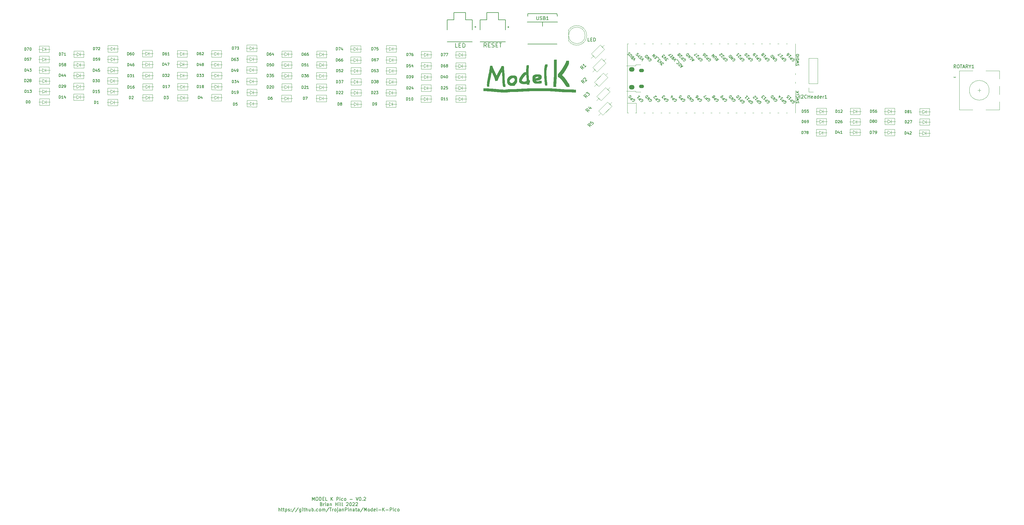
<source format=gbr>
%TF.GenerationSoftware,KiCad,Pcbnew,(6.0.1)*%
%TF.CreationDate,2022-07-13T18:13:40-04:00*%
%TF.ProjectId,Model K Pico-0.2,4d6f6465-6c20-44b2-9050-69636f2d302e,rev?*%
%TF.SameCoordinates,Original*%
%TF.FileFunction,Legend,Top*%
%TF.FilePolarity,Positive*%
%FSLAX46Y46*%
G04 Gerber Fmt 4.6, Leading zero omitted, Abs format (unit mm)*
G04 Created by KiCad (PCBNEW (6.0.1)) date 2022-07-13 18:13:40*
%MOMM*%
%LPD*%
G01*
G04 APERTURE LIST*
%ADD10C,0.150000*%
%ADD11C,0.120000*%
%ADD12C,0.250000*%
%ADD13C,0.100000*%
%ADD14O,1.500000X1.100000*%
%ADD15O,1.700000X1.350000*%
G04 APERTURE END LIST*
D10*
X150914761Y-174922380D02*
X150914761Y-173922380D01*
X151248095Y-174636666D01*
X151581428Y-173922380D01*
X151581428Y-174922380D01*
X152248095Y-173922380D02*
X152438571Y-173922380D01*
X152533809Y-173970000D01*
X152629047Y-174065238D01*
X152676666Y-174255714D01*
X152676666Y-174589047D01*
X152629047Y-174779523D01*
X152533809Y-174874761D01*
X152438571Y-174922380D01*
X152248095Y-174922380D01*
X152152857Y-174874761D01*
X152057619Y-174779523D01*
X152010000Y-174589047D01*
X152010000Y-174255714D01*
X152057619Y-174065238D01*
X152152857Y-173970000D01*
X152248095Y-173922380D01*
X153105238Y-174922380D02*
X153105238Y-173922380D01*
X153343333Y-173922380D01*
X153486190Y-173970000D01*
X153581428Y-174065238D01*
X153629047Y-174160476D01*
X153676666Y-174350952D01*
X153676666Y-174493809D01*
X153629047Y-174684285D01*
X153581428Y-174779523D01*
X153486190Y-174874761D01*
X153343333Y-174922380D01*
X153105238Y-174922380D01*
X154105238Y-174398571D02*
X154438571Y-174398571D01*
X154581428Y-174922380D02*
X154105238Y-174922380D01*
X154105238Y-173922380D01*
X154581428Y-173922380D01*
X155486190Y-174922380D02*
X155010000Y-174922380D01*
X155010000Y-173922380D01*
X156581428Y-174922380D02*
X156581428Y-173922380D01*
X157152857Y-174922380D02*
X156724285Y-174350952D01*
X157152857Y-173922380D02*
X156581428Y-174493809D01*
X158343333Y-174922380D02*
X158343333Y-173922380D01*
X158724285Y-173922380D01*
X158819523Y-173970000D01*
X158867142Y-174017619D01*
X158914761Y-174112857D01*
X158914761Y-174255714D01*
X158867142Y-174350952D01*
X158819523Y-174398571D01*
X158724285Y-174446190D01*
X158343333Y-174446190D01*
X159343333Y-174922380D02*
X159343333Y-174255714D01*
X159343333Y-173922380D02*
X159295714Y-173970000D01*
X159343333Y-174017619D01*
X159390952Y-173970000D01*
X159343333Y-173922380D01*
X159343333Y-174017619D01*
X160248095Y-174874761D02*
X160152857Y-174922380D01*
X159962380Y-174922380D01*
X159867142Y-174874761D01*
X159819523Y-174827142D01*
X159771904Y-174731904D01*
X159771904Y-174446190D01*
X159819523Y-174350952D01*
X159867142Y-174303333D01*
X159962380Y-174255714D01*
X160152857Y-174255714D01*
X160248095Y-174303333D01*
X160819523Y-174922380D02*
X160724285Y-174874761D01*
X160676666Y-174827142D01*
X160629047Y-174731904D01*
X160629047Y-174446190D01*
X160676666Y-174350952D01*
X160724285Y-174303333D01*
X160819523Y-174255714D01*
X160962380Y-174255714D01*
X161057619Y-174303333D01*
X161105238Y-174350952D01*
X161152857Y-174446190D01*
X161152857Y-174731904D01*
X161105238Y-174827142D01*
X161057619Y-174874761D01*
X160962380Y-174922380D01*
X160819523Y-174922380D01*
X162343333Y-174541428D02*
X163105238Y-174541428D01*
X164200476Y-173922380D02*
X164533809Y-174922380D01*
X164867142Y-173922380D01*
X165390952Y-173922380D02*
X165486190Y-173922380D01*
X165581428Y-173970000D01*
X165629047Y-174017619D01*
X165676666Y-174112857D01*
X165724285Y-174303333D01*
X165724285Y-174541428D01*
X165676666Y-174731904D01*
X165629047Y-174827142D01*
X165581428Y-174874761D01*
X165486190Y-174922380D01*
X165390952Y-174922380D01*
X165295714Y-174874761D01*
X165248095Y-174827142D01*
X165200476Y-174731904D01*
X165152857Y-174541428D01*
X165152857Y-174303333D01*
X165200476Y-174112857D01*
X165248095Y-174017619D01*
X165295714Y-173970000D01*
X165390952Y-173922380D01*
X166152857Y-174827142D02*
X166200476Y-174874761D01*
X166152857Y-174922380D01*
X166105238Y-174874761D01*
X166152857Y-174827142D01*
X166152857Y-174922380D01*
X166581428Y-174017619D02*
X166629047Y-173970000D01*
X166724285Y-173922380D01*
X166962380Y-173922380D01*
X167057619Y-173970000D01*
X167105238Y-174017619D01*
X167152857Y-174112857D01*
X167152857Y-174208095D01*
X167105238Y-174350952D01*
X166533809Y-174922380D01*
X167152857Y-174922380D01*
X153676666Y-176008571D02*
X153819523Y-176056190D01*
X153867142Y-176103809D01*
X153914761Y-176199047D01*
X153914761Y-176341904D01*
X153867142Y-176437142D01*
X153819523Y-176484761D01*
X153724285Y-176532380D01*
X153343333Y-176532380D01*
X153343333Y-175532380D01*
X153676666Y-175532380D01*
X153771904Y-175580000D01*
X153819523Y-175627619D01*
X153867142Y-175722857D01*
X153867142Y-175818095D01*
X153819523Y-175913333D01*
X153771904Y-175960952D01*
X153676666Y-176008571D01*
X153343333Y-176008571D01*
X154343333Y-176532380D02*
X154343333Y-175865714D01*
X154343333Y-176056190D02*
X154390952Y-175960952D01*
X154438571Y-175913333D01*
X154533809Y-175865714D01*
X154629047Y-175865714D01*
X154962380Y-176532380D02*
X154962380Y-175865714D01*
X154962380Y-175532380D02*
X154914761Y-175580000D01*
X154962380Y-175627619D01*
X155010000Y-175580000D01*
X154962380Y-175532380D01*
X154962380Y-175627619D01*
X155867142Y-176532380D02*
X155867142Y-176008571D01*
X155819523Y-175913333D01*
X155724285Y-175865714D01*
X155533809Y-175865714D01*
X155438571Y-175913333D01*
X155867142Y-176484761D02*
X155771904Y-176532380D01*
X155533809Y-176532380D01*
X155438571Y-176484761D01*
X155390952Y-176389523D01*
X155390952Y-176294285D01*
X155438571Y-176199047D01*
X155533809Y-176151428D01*
X155771904Y-176151428D01*
X155867142Y-176103809D01*
X156343333Y-175865714D02*
X156343333Y-176532380D01*
X156343333Y-175960952D02*
X156390952Y-175913333D01*
X156486190Y-175865714D01*
X156629047Y-175865714D01*
X156724285Y-175913333D01*
X156771904Y-176008571D01*
X156771904Y-176532380D01*
X158010000Y-176532380D02*
X158010000Y-175532380D01*
X158010000Y-176008571D02*
X158581428Y-176008571D01*
X158581428Y-176532380D02*
X158581428Y-175532380D01*
X159057619Y-176532380D02*
X159057619Y-175865714D01*
X159057619Y-175532380D02*
X159010000Y-175580000D01*
X159057619Y-175627619D01*
X159105238Y-175580000D01*
X159057619Y-175532380D01*
X159057619Y-175627619D01*
X159676666Y-176532380D02*
X159581428Y-176484761D01*
X159533809Y-176389523D01*
X159533809Y-175532380D01*
X160200476Y-176532380D02*
X160105238Y-176484761D01*
X160057619Y-176389523D01*
X160057619Y-175532380D01*
X161295714Y-175627619D02*
X161343333Y-175580000D01*
X161438571Y-175532380D01*
X161676666Y-175532380D01*
X161771904Y-175580000D01*
X161819523Y-175627619D01*
X161867142Y-175722857D01*
X161867142Y-175818095D01*
X161819523Y-175960952D01*
X161248095Y-176532380D01*
X161867142Y-176532380D01*
X162486190Y-175532380D02*
X162581428Y-175532380D01*
X162676666Y-175580000D01*
X162724285Y-175627619D01*
X162771904Y-175722857D01*
X162819523Y-175913333D01*
X162819523Y-176151428D01*
X162771904Y-176341904D01*
X162724285Y-176437142D01*
X162676666Y-176484761D01*
X162581428Y-176532380D01*
X162486190Y-176532380D01*
X162390952Y-176484761D01*
X162343333Y-176437142D01*
X162295714Y-176341904D01*
X162248095Y-176151428D01*
X162248095Y-175913333D01*
X162295714Y-175722857D01*
X162343333Y-175627619D01*
X162390952Y-175580000D01*
X162486190Y-175532380D01*
X163200476Y-175627619D02*
X163248095Y-175580000D01*
X163343333Y-175532380D01*
X163581428Y-175532380D01*
X163676666Y-175580000D01*
X163724285Y-175627619D01*
X163771904Y-175722857D01*
X163771904Y-175818095D01*
X163724285Y-175960952D01*
X163152857Y-176532380D01*
X163771904Y-176532380D01*
X164152857Y-175627619D02*
X164200476Y-175580000D01*
X164295714Y-175532380D01*
X164533809Y-175532380D01*
X164629047Y-175580000D01*
X164676666Y-175627619D01*
X164724285Y-175722857D01*
X164724285Y-175818095D01*
X164676666Y-175960952D01*
X164105238Y-176532380D01*
X164724285Y-176532380D01*
X140724285Y-178142380D02*
X140724285Y-177142380D01*
X141152857Y-178142380D02*
X141152857Y-177618571D01*
X141105238Y-177523333D01*
X141010000Y-177475714D01*
X140867142Y-177475714D01*
X140771904Y-177523333D01*
X140724285Y-177570952D01*
X141486190Y-177475714D02*
X141867142Y-177475714D01*
X141629047Y-177142380D02*
X141629047Y-177999523D01*
X141676666Y-178094761D01*
X141771904Y-178142380D01*
X141867142Y-178142380D01*
X142057619Y-177475714D02*
X142438571Y-177475714D01*
X142200476Y-177142380D02*
X142200476Y-177999523D01*
X142248095Y-178094761D01*
X142343333Y-178142380D01*
X142438571Y-178142380D01*
X142771904Y-177475714D02*
X142771904Y-178475714D01*
X142771904Y-177523333D02*
X142867142Y-177475714D01*
X143057619Y-177475714D01*
X143152857Y-177523333D01*
X143200476Y-177570952D01*
X143248095Y-177666190D01*
X143248095Y-177951904D01*
X143200476Y-178047142D01*
X143152857Y-178094761D01*
X143057619Y-178142380D01*
X142867142Y-178142380D01*
X142771904Y-178094761D01*
X143629047Y-178094761D02*
X143724285Y-178142380D01*
X143914761Y-178142380D01*
X144010000Y-178094761D01*
X144057619Y-177999523D01*
X144057619Y-177951904D01*
X144010000Y-177856666D01*
X143914761Y-177809047D01*
X143771904Y-177809047D01*
X143676666Y-177761428D01*
X143629047Y-177666190D01*
X143629047Y-177618571D01*
X143676666Y-177523333D01*
X143771904Y-177475714D01*
X143914761Y-177475714D01*
X144010000Y-177523333D01*
X144486190Y-178047142D02*
X144533809Y-178094761D01*
X144486190Y-178142380D01*
X144438571Y-178094761D01*
X144486190Y-178047142D01*
X144486190Y-178142380D01*
X144486190Y-177523333D02*
X144533809Y-177570952D01*
X144486190Y-177618571D01*
X144438571Y-177570952D01*
X144486190Y-177523333D01*
X144486190Y-177618571D01*
X145676666Y-177094761D02*
X144819523Y-178380476D01*
X146724285Y-177094761D02*
X145867142Y-178380476D01*
X147486190Y-177475714D02*
X147486190Y-178285238D01*
X147438571Y-178380476D01*
X147390952Y-178428095D01*
X147295714Y-178475714D01*
X147152857Y-178475714D01*
X147057619Y-178428095D01*
X147486190Y-178094761D02*
X147390952Y-178142380D01*
X147200476Y-178142380D01*
X147105238Y-178094761D01*
X147057619Y-178047142D01*
X147010000Y-177951904D01*
X147010000Y-177666190D01*
X147057619Y-177570952D01*
X147105238Y-177523333D01*
X147200476Y-177475714D01*
X147390952Y-177475714D01*
X147486190Y-177523333D01*
X147962380Y-178142380D02*
X147962380Y-177475714D01*
X147962380Y-177142380D02*
X147914761Y-177190000D01*
X147962380Y-177237619D01*
X148010000Y-177190000D01*
X147962380Y-177142380D01*
X147962380Y-177237619D01*
X148295714Y-177475714D02*
X148676666Y-177475714D01*
X148438571Y-177142380D02*
X148438571Y-177999523D01*
X148486190Y-178094761D01*
X148581428Y-178142380D01*
X148676666Y-178142380D01*
X149010000Y-178142380D02*
X149010000Y-177142380D01*
X149438571Y-178142380D02*
X149438571Y-177618571D01*
X149390952Y-177523333D01*
X149295714Y-177475714D01*
X149152857Y-177475714D01*
X149057619Y-177523333D01*
X149010000Y-177570952D01*
X150343333Y-177475714D02*
X150343333Y-178142380D01*
X149914761Y-177475714D02*
X149914761Y-177999523D01*
X149962380Y-178094761D01*
X150057619Y-178142380D01*
X150200476Y-178142380D01*
X150295714Y-178094761D01*
X150343333Y-178047142D01*
X150819523Y-178142380D02*
X150819523Y-177142380D01*
X150819523Y-177523333D02*
X150914761Y-177475714D01*
X151105238Y-177475714D01*
X151200476Y-177523333D01*
X151248095Y-177570952D01*
X151295714Y-177666190D01*
X151295714Y-177951904D01*
X151248095Y-178047142D01*
X151200476Y-178094761D01*
X151105238Y-178142380D01*
X150914761Y-178142380D01*
X150819523Y-178094761D01*
X151724285Y-178047142D02*
X151771904Y-178094761D01*
X151724285Y-178142380D01*
X151676666Y-178094761D01*
X151724285Y-178047142D01*
X151724285Y-178142380D01*
X152629047Y-178094761D02*
X152533809Y-178142380D01*
X152343333Y-178142380D01*
X152248095Y-178094761D01*
X152200476Y-178047142D01*
X152152857Y-177951904D01*
X152152857Y-177666190D01*
X152200476Y-177570952D01*
X152248095Y-177523333D01*
X152343333Y-177475714D01*
X152533809Y-177475714D01*
X152629047Y-177523333D01*
X153200476Y-178142380D02*
X153105238Y-178094761D01*
X153057619Y-178047142D01*
X153010000Y-177951904D01*
X153010000Y-177666190D01*
X153057619Y-177570952D01*
X153105238Y-177523333D01*
X153200476Y-177475714D01*
X153343333Y-177475714D01*
X153438571Y-177523333D01*
X153486190Y-177570952D01*
X153533809Y-177666190D01*
X153533809Y-177951904D01*
X153486190Y-178047142D01*
X153438571Y-178094761D01*
X153343333Y-178142380D01*
X153200476Y-178142380D01*
X153962380Y-178142380D02*
X153962380Y-177475714D01*
X153962380Y-177570952D02*
X154010000Y-177523333D01*
X154105238Y-177475714D01*
X154248095Y-177475714D01*
X154343333Y-177523333D01*
X154390952Y-177618571D01*
X154390952Y-178142380D01*
X154390952Y-177618571D02*
X154438571Y-177523333D01*
X154533809Y-177475714D01*
X154676666Y-177475714D01*
X154771904Y-177523333D01*
X154819523Y-177618571D01*
X154819523Y-178142380D01*
X156010000Y-177094761D02*
X155152857Y-178380476D01*
X156200476Y-177142380D02*
X156771904Y-177142380D01*
X156486190Y-178142380D02*
X156486190Y-177142380D01*
X157105238Y-178142380D02*
X157105238Y-177475714D01*
X157105238Y-177666190D02*
X157152857Y-177570952D01*
X157200476Y-177523333D01*
X157295714Y-177475714D01*
X157390952Y-177475714D01*
X157867142Y-178142380D02*
X157771904Y-178094761D01*
X157724285Y-178047142D01*
X157676666Y-177951904D01*
X157676666Y-177666190D01*
X157724285Y-177570952D01*
X157771904Y-177523333D01*
X157867142Y-177475714D01*
X158010000Y-177475714D01*
X158105238Y-177523333D01*
X158152857Y-177570952D01*
X158200476Y-177666190D01*
X158200476Y-177951904D01*
X158152857Y-178047142D01*
X158105238Y-178094761D01*
X158010000Y-178142380D01*
X157867142Y-178142380D01*
X158629047Y-177475714D02*
X158629047Y-178332857D01*
X158581428Y-178428095D01*
X158486190Y-178475714D01*
X158438571Y-178475714D01*
X158629047Y-177142380D02*
X158581428Y-177190000D01*
X158629047Y-177237619D01*
X158676666Y-177190000D01*
X158629047Y-177142380D01*
X158629047Y-177237619D01*
X159533809Y-178142380D02*
X159533809Y-177618571D01*
X159486190Y-177523333D01*
X159390952Y-177475714D01*
X159200476Y-177475714D01*
X159105238Y-177523333D01*
X159533809Y-178094761D02*
X159438571Y-178142380D01*
X159200476Y-178142380D01*
X159105238Y-178094761D01*
X159057619Y-177999523D01*
X159057619Y-177904285D01*
X159105238Y-177809047D01*
X159200476Y-177761428D01*
X159438571Y-177761428D01*
X159533809Y-177713809D01*
X160010000Y-177475714D02*
X160010000Y-178142380D01*
X160010000Y-177570952D02*
X160057619Y-177523333D01*
X160152857Y-177475714D01*
X160295714Y-177475714D01*
X160390952Y-177523333D01*
X160438571Y-177618571D01*
X160438571Y-178142380D01*
X160914761Y-178142380D02*
X160914761Y-177142380D01*
X161295714Y-177142380D01*
X161390952Y-177190000D01*
X161438571Y-177237619D01*
X161486190Y-177332857D01*
X161486190Y-177475714D01*
X161438571Y-177570952D01*
X161390952Y-177618571D01*
X161295714Y-177666190D01*
X160914761Y-177666190D01*
X161914761Y-178142380D02*
X161914761Y-177475714D01*
X161914761Y-177142380D02*
X161867142Y-177190000D01*
X161914761Y-177237619D01*
X161962380Y-177190000D01*
X161914761Y-177142380D01*
X161914761Y-177237619D01*
X162390952Y-177475714D02*
X162390952Y-178142380D01*
X162390952Y-177570952D02*
X162438571Y-177523333D01*
X162533809Y-177475714D01*
X162676666Y-177475714D01*
X162771904Y-177523333D01*
X162819523Y-177618571D01*
X162819523Y-178142380D01*
X163724285Y-178142380D02*
X163724285Y-177618571D01*
X163676666Y-177523333D01*
X163581428Y-177475714D01*
X163390952Y-177475714D01*
X163295714Y-177523333D01*
X163724285Y-178094761D02*
X163629047Y-178142380D01*
X163390952Y-178142380D01*
X163295714Y-178094761D01*
X163248095Y-177999523D01*
X163248095Y-177904285D01*
X163295714Y-177809047D01*
X163390952Y-177761428D01*
X163629047Y-177761428D01*
X163724285Y-177713809D01*
X164057619Y-177475714D02*
X164438571Y-177475714D01*
X164200476Y-177142380D02*
X164200476Y-177999523D01*
X164248095Y-178094761D01*
X164343333Y-178142380D01*
X164438571Y-178142380D01*
X165200476Y-178142380D02*
X165200476Y-177618571D01*
X165152857Y-177523333D01*
X165057619Y-177475714D01*
X164867142Y-177475714D01*
X164771904Y-177523333D01*
X165200476Y-178094761D02*
X165105238Y-178142380D01*
X164867142Y-178142380D01*
X164771904Y-178094761D01*
X164724285Y-177999523D01*
X164724285Y-177904285D01*
X164771904Y-177809047D01*
X164867142Y-177761428D01*
X165105238Y-177761428D01*
X165200476Y-177713809D01*
X166390952Y-177094761D02*
X165533809Y-178380476D01*
X166724285Y-178142380D02*
X166724285Y-177142380D01*
X167057619Y-177856666D01*
X167390952Y-177142380D01*
X167390952Y-178142380D01*
X168010000Y-178142380D02*
X167914761Y-178094761D01*
X167867142Y-178047142D01*
X167819523Y-177951904D01*
X167819523Y-177666190D01*
X167867142Y-177570952D01*
X167914761Y-177523333D01*
X168010000Y-177475714D01*
X168152857Y-177475714D01*
X168248095Y-177523333D01*
X168295714Y-177570952D01*
X168343333Y-177666190D01*
X168343333Y-177951904D01*
X168295714Y-178047142D01*
X168248095Y-178094761D01*
X168152857Y-178142380D01*
X168010000Y-178142380D01*
X169200476Y-178142380D02*
X169200476Y-177142380D01*
X169200476Y-178094761D02*
X169105238Y-178142380D01*
X168914761Y-178142380D01*
X168819523Y-178094761D01*
X168771904Y-178047142D01*
X168724285Y-177951904D01*
X168724285Y-177666190D01*
X168771904Y-177570952D01*
X168819523Y-177523333D01*
X168914761Y-177475714D01*
X169105238Y-177475714D01*
X169200476Y-177523333D01*
X170057619Y-178094761D02*
X169962380Y-178142380D01*
X169771904Y-178142380D01*
X169676666Y-178094761D01*
X169629047Y-177999523D01*
X169629047Y-177618571D01*
X169676666Y-177523333D01*
X169771904Y-177475714D01*
X169962380Y-177475714D01*
X170057619Y-177523333D01*
X170105238Y-177618571D01*
X170105238Y-177713809D01*
X169629047Y-177809047D01*
X170676666Y-178142380D02*
X170581428Y-178094761D01*
X170533809Y-177999523D01*
X170533809Y-177142380D01*
X171057619Y-177761428D02*
X171819523Y-177761428D01*
X172295714Y-178142380D02*
X172295714Y-177142380D01*
X172867142Y-178142380D02*
X172438571Y-177570952D01*
X172867142Y-177142380D02*
X172295714Y-177713809D01*
X173295714Y-177761428D02*
X174057619Y-177761428D01*
X174533809Y-178142380D02*
X174533809Y-177142380D01*
X174914761Y-177142380D01*
X175010000Y-177190000D01*
X175057619Y-177237619D01*
X175105238Y-177332857D01*
X175105238Y-177475714D01*
X175057619Y-177570952D01*
X175010000Y-177618571D01*
X174914761Y-177666190D01*
X174533809Y-177666190D01*
X175533809Y-178142380D02*
X175533809Y-177475714D01*
X175533809Y-177142380D02*
X175486190Y-177190000D01*
X175533809Y-177237619D01*
X175581428Y-177190000D01*
X175533809Y-177142380D01*
X175533809Y-177237619D01*
X176438571Y-178094761D02*
X176343333Y-178142380D01*
X176152857Y-178142380D01*
X176057619Y-178094761D01*
X176010000Y-178047142D01*
X175962380Y-177951904D01*
X175962380Y-177666190D01*
X176010000Y-177570952D01*
X176057619Y-177523333D01*
X176152857Y-177475714D01*
X176343333Y-177475714D01*
X176438571Y-177523333D01*
X177010000Y-178142380D02*
X176914761Y-178094761D01*
X176867142Y-178047142D01*
X176819523Y-177951904D01*
X176819523Y-177666190D01*
X176867142Y-177570952D01*
X176914761Y-177523333D01*
X177010000Y-177475714D01*
X177152857Y-177475714D01*
X177248095Y-177523333D01*
X177295714Y-177570952D01*
X177343333Y-177666190D01*
X177343333Y-177951904D01*
X177295714Y-178047142D01*
X177248095Y-178094761D01*
X177152857Y-178142380D01*
X177010000Y-178142380D01*
%TO.C,D75*%
X168986071Y-38036904D02*
X168986071Y-37236904D01*
X169176547Y-37236904D01*
X169290833Y-37275000D01*
X169367023Y-37351190D01*
X169405119Y-37427380D01*
X169443214Y-37579761D01*
X169443214Y-37694047D01*
X169405119Y-37846428D01*
X169367023Y-37922619D01*
X169290833Y-37998809D01*
X169176547Y-38036904D01*
X168986071Y-38036904D01*
X169709880Y-37236904D02*
X170243214Y-37236904D01*
X169900357Y-38036904D01*
X170928928Y-37236904D02*
X170547976Y-37236904D01*
X170509880Y-37617857D01*
X170547976Y-37579761D01*
X170624166Y-37541666D01*
X170814642Y-37541666D01*
X170890833Y-37579761D01*
X170928928Y-37617857D01*
X170967023Y-37694047D01*
X170967023Y-37884523D01*
X170928928Y-37960714D01*
X170890833Y-37998809D01*
X170814642Y-38036904D01*
X170624166Y-38036904D01*
X170547976Y-37998809D01*
X170509880Y-37960714D01*
%TO.C,D35*%
X137236071Y-46186904D02*
X137236071Y-45386904D01*
X137426547Y-45386904D01*
X137540833Y-45425000D01*
X137617023Y-45501190D01*
X137655119Y-45577380D01*
X137693214Y-45729761D01*
X137693214Y-45844047D01*
X137655119Y-45996428D01*
X137617023Y-46072619D01*
X137540833Y-46148809D01*
X137426547Y-46186904D01*
X137236071Y-46186904D01*
X137959880Y-45386904D02*
X138455119Y-45386904D01*
X138188452Y-45691666D01*
X138302738Y-45691666D01*
X138378928Y-45729761D01*
X138417023Y-45767857D01*
X138455119Y-45844047D01*
X138455119Y-46034523D01*
X138417023Y-46110714D01*
X138378928Y-46148809D01*
X138302738Y-46186904D01*
X138074166Y-46186904D01*
X137997976Y-46148809D01*
X137959880Y-46110714D01*
X139178928Y-45386904D02*
X138797976Y-45386904D01*
X138759880Y-45767857D01*
X138797976Y-45729761D01*
X138874166Y-45691666D01*
X139064642Y-45691666D01*
X139140833Y-45729761D01*
X139178928Y-45767857D01*
X139217023Y-45844047D01*
X139217023Y-46034523D01*
X139178928Y-46110714D01*
X139140833Y-46148809D01*
X139064642Y-46186904D01*
X138874166Y-46186904D01*
X138797976Y-46148809D01*
X138759880Y-46110714D01*
%TO.C,D38*%
X168986071Y-48046904D02*
X168986071Y-47246904D01*
X169176547Y-47246904D01*
X169290833Y-47285000D01*
X169367023Y-47361190D01*
X169405119Y-47437380D01*
X169443214Y-47589761D01*
X169443214Y-47704047D01*
X169405119Y-47856428D01*
X169367023Y-47932619D01*
X169290833Y-48008809D01*
X169176547Y-48046904D01*
X168986071Y-48046904D01*
X169709880Y-47246904D02*
X170205119Y-47246904D01*
X169938452Y-47551666D01*
X170052738Y-47551666D01*
X170128928Y-47589761D01*
X170167023Y-47627857D01*
X170205119Y-47704047D01*
X170205119Y-47894523D01*
X170167023Y-47970714D01*
X170128928Y-48008809D01*
X170052738Y-48046904D01*
X169824166Y-48046904D01*
X169747976Y-48008809D01*
X169709880Y-47970714D01*
X170662261Y-47589761D02*
X170586071Y-47551666D01*
X170547976Y-47513571D01*
X170509880Y-47437380D01*
X170509880Y-47399285D01*
X170547976Y-47323095D01*
X170586071Y-47285000D01*
X170662261Y-47246904D01*
X170814642Y-47246904D01*
X170890833Y-47285000D01*
X170928928Y-47323095D01*
X170967023Y-47399285D01*
X170967023Y-47437380D01*
X170928928Y-47513571D01*
X170890833Y-47551666D01*
X170814642Y-47589761D01*
X170662261Y-47589761D01*
X170586071Y-47627857D01*
X170547976Y-47665952D01*
X170509880Y-47742142D01*
X170509880Y-47894523D01*
X170547976Y-47970714D01*
X170586071Y-48008809D01*
X170662261Y-48046904D01*
X170814642Y-48046904D01*
X170890833Y-48008809D01*
X170928928Y-47970714D01*
X170967023Y-47894523D01*
X170967023Y-47742142D01*
X170928928Y-47665952D01*
X170890833Y-47627857D01*
X170814642Y-47589761D01*
%TO.C,D78*%
X299583571Y-63506904D02*
X299583571Y-62706904D01*
X299774047Y-62706904D01*
X299888333Y-62745000D01*
X299964523Y-62821190D01*
X300002619Y-62897380D01*
X300040714Y-63049761D01*
X300040714Y-63164047D01*
X300002619Y-63316428D01*
X299964523Y-63392619D01*
X299888333Y-63468809D01*
X299774047Y-63506904D01*
X299583571Y-63506904D01*
X300307380Y-62706904D02*
X300840714Y-62706904D01*
X300497857Y-63506904D01*
X301259761Y-63049761D02*
X301183571Y-63011666D01*
X301145476Y-62973571D01*
X301107380Y-62897380D01*
X301107380Y-62859285D01*
X301145476Y-62783095D01*
X301183571Y-62745000D01*
X301259761Y-62706904D01*
X301412142Y-62706904D01*
X301488333Y-62745000D01*
X301526428Y-62783095D01*
X301564523Y-62859285D01*
X301564523Y-62897380D01*
X301526428Y-62973571D01*
X301488333Y-63011666D01*
X301412142Y-63049761D01*
X301259761Y-63049761D01*
X301183571Y-63087857D01*
X301145476Y-63125952D01*
X301107380Y-63202142D01*
X301107380Y-63354523D01*
X301145476Y-63430714D01*
X301183571Y-63468809D01*
X301259761Y-63506904D01*
X301412142Y-63506904D01*
X301488333Y-63468809D01*
X301526428Y-63430714D01*
X301564523Y-63354523D01*
X301564523Y-63202142D01*
X301526428Y-63125952D01*
X301488333Y-63087857D01*
X301412142Y-63049761D01*
%TO.C,SW1*%
X195053571Y-37259523D02*
X194448809Y-37259523D01*
X194448809Y-35989523D01*
X195476904Y-36594285D02*
X195900238Y-36594285D01*
X196081666Y-37259523D02*
X195476904Y-37259523D01*
X195476904Y-35989523D01*
X196081666Y-35989523D01*
X196625952Y-37259523D02*
X196625952Y-35989523D01*
X196928333Y-35989523D01*
X197109761Y-36050000D01*
X197230714Y-36170952D01*
X197291190Y-36291904D01*
X197351666Y-36533809D01*
X197351666Y-36715238D01*
X197291190Y-36957142D01*
X197230714Y-37078095D01*
X197109761Y-37199047D01*
X196928333Y-37259523D01*
X196625952Y-37259523D01*
%TO.C,D29*%
X74066071Y-49456904D02*
X74066071Y-48656904D01*
X74256547Y-48656904D01*
X74370833Y-48695000D01*
X74447023Y-48771190D01*
X74485119Y-48847380D01*
X74523214Y-48999761D01*
X74523214Y-49114047D01*
X74485119Y-49266428D01*
X74447023Y-49342619D01*
X74370833Y-49418809D01*
X74256547Y-49456904D01*
X74066071Y-49456904D01*
X74827976Y-48733095D02*
X74866071Y-48695000D01*
X74942261Y-48656904D01*
X75132738Y-48656904D01*
X75208928Y-48695000D01*
X75247023Y-48733095D01*
X75285119Y-48809285D01*
X75285119Y-48885476D01*
X75247023Y-48999761D01*
X74789880Y-49456904D01*
X75285119Y-49456904D01*
X75666071Y-49456904D02*
X75818452Y-49456904D01*
X75894642Y-49418809D01*
X75932738Y-49380714D01*
X76008928Y-49266428D01*
X76047023Y-49114047D01*
X76047023Y-48809285D01*
X76008928Y-48733095D01*
X75970833Y-48695000D01*
X75894642Y-48656904D01*
X75742261Y-48656904D01*
X75666071Y-48695000D01*
X75627976Y-48733095D01*
X75589880Y-48809285D01*
X75589880Y-48999761D01*
X75627976Y-49075952D01*
X75666071Y-49114047D01*
X75742261Y-49152142D01*
X75894642Y-49152142D01*
X75970833Y-49114047D01*
X76008928Y-49075952D01*
X76047023Y-48999761D01*
%TO.C,D33*%
X115966071Y-46136904D02*
X115966071Y-45336904D01*
X116156547Y-45336904D01*
X116270833Y-45375000D01*
X116347023Y-45451190D01*
X116385119Y-45527380D01*
X116423214Y-45679761D01*
X116423214Y-45794047D01*
X116385119Y-45946428D01*
X116347023Y-46022619D01*
X116270833Y-46098809D01*
X116156547Y-46136904D01*
X115966071Y-46136904D01*
X116689880Y-45336904D02*
X117185119Y-45336904D01*
X116918452Y-45641666D01*
X117032738Y-45641666D01*
X117108928Y-45679761D01*
X117147023Y-45717857D01*
X117185119Y-45794047D01*
X117185119Y-45984523D01*
X117147023Y-46060714D01*
X117108928Y-46098809D01*
X117032738Y-46136904D01*
X116804166Y-46136904D01*
X116727976Y-46098809D01*
X116689880Y-46060714D01*
X117451785Y-45336904D02*
X117947023Y-45336904D01*
X117680357Y-45641666D01*
X117794642Y-45641666D01*
X117870833Y-45679761D01*
X117908928Y-45717857D01*
X117947023Y-45794047D01*
X117947023Y-45984523D01*
X117908928Y-46060714D01*
X117870833Y-46098809D01*
X117794642Y-46136904D01*
X117566071Y-46136904D01*
X117489880Y-46098809D01*
X117451785Y-46060714D01*
%TO.C,D28*%
X63578571Y-47721904D02*
X63578571Y-46921904D01*
X63769047Y-46921904D01*
X63883333Y-46960000D01*
X63959523Y-47036190D01*
X63997619Y-47112380D01*
X64035714Y-47264761D01*
X64035714Y-47379047D01*
X63997619Y-47531428D01*
X63959523Y-47607619D01*
X63883333Y-47683809D01*
X63769047Y-47721904D01*
X63578571Y-47721904D01*
X64340476Y-46998095D02*
X64378571Y-46960000D01*
X64454761Y-46921904D01*
X64645238Y-46921904D01*
X64721428Y-46960000D01*
X64759523Y-46998095D01*
X64797619Y-47074285D01*
X64797619Y-47150476D01*
X64759523Y-47264761D01*
X64302380Y-47721904D01*
X64797619Y-47721904D01*
X65254761Y-47264761D02*
X65178571Y-47226666D01*
X65140476Y-47188571D01*
X65102380Y-47112380D01*
X65102380Y-47074285D01*
X65140476Y-46998095D01*
X65178571Y-46960000D01*
X65254761Y-46921904D01*
X65407142Y-46921904D01*
X65483333Y-46960000D01*
X65521428Y-46998095D01*
X65559523Y-47074285D01*
X65559523Y-47112380D01*
X65521428Y-47188571D01*
X65483333Y-47226666D01*
X65407142Y-47264761D01*
X65254761Y-47264761D01*
X65178571Y-47302857D01*
X65140476Y-47340952D01*
X65102380Y-47417142D01*
X65102380Y-47569523D01*
X65140476Y-47645714D01*
X65178571Y-47683809D01*
X65254761Y-47721904D01*
X65407142Y-47721904D01*
X65483333Y-47683809D01*
X65521428Y-47645714D01*
X65559523Y-47569523D01*
X65559523Y-47417142D01*
X65521428Y-47340952D01*
X65483333Y-47302857D01*
X65407142Y-47264761D01*
%TO.C,D57*%
X63601071Y-41241904D02*
X63601071Y-40441904D01*
X63791547Y-40441904D01*
X63905833Y-40480000D01*
X63982023Y-40556190D01*
X64020119Y-40632380D01*
X64058214Y-40784761D01*
X64058214Y-40899047D01*
X64020119Y-41051428D01*
X63982023Y-41127619D01*
X63905833Y-41203809D01*
X63791547Y-41241904D01*
X63601071Y-41241904D01*
X64782023Y-40441904D02*
X64401071Y-40441904D01*
X64362976Y-40822857D01*
X64401071Y-40784761D01*
X64477261Y-40746666D01*
X64667738Y-40746666D01*
X64743928Y-40784761D01*
X64782023Y-40822857D01*
X64820119Y-40899047D01*
X64820119Y-41089523D01*
X64782023Y-41165714D01*
X64743928Y-41203809D01*
X64667738Y-41241904D01*
X64477261Y-41241904D01*
X64401071Y-41203809D01*
X64362976Y-41165714D01*
X65086785Y-40441904D02*
X65620119Y-40441904D01*
X65277261Y-41241904D01*
%TO.C,D69*%
X299668571Y-60146904D02*
X299668571Y-59346904D01*
X299859047Y-59346904D01*
X299973333Y-59385000D01*
X300049523Y-59461190D01*
X300087619Y-59537380D01*
X300125714Y-59689761D01*
X300125714Y-59804047D01*
X300087619Y-59956428D01*
X300049523Y-60032619D01*
X299973333Y-60108809D01*
X299859047Y-60146904D01*
X299668571Y-60146904D01*
X300811428Y-59346904D02*
X300659047Y-59346904D01*
X300582857Y-59385000D01*
X300544761Y-59423095D01*
X300468571Y-59537380D01*
X300430476Y-59689761D01*
X300430476Y-59994523D01*
X300468571Y-60070714D01*
X300506666Y-60108809D01*
X300582857Y-60146904D01*
X300735238Y-60146904D01*
X300811428Y-60108809D01*
X300849523Y-60070714D01*
X300887619Y-59994523D01*
X300887619Y-59804047D01*
X300849523Y-59727857D01*
X300811428Y-59689761D01*
X300735238Y-59651666D01*
X300582857Y-59651666D01*
X300506666Y-59689761D01*
X300468571Y-59727857D01*
X300430476Y-59804047D01*
X301268571Y-60146904D02*
X301420952Y-60146904D01*
X301497142Y-60108809D01*
X301535238Y-60070714D01*
X301611428Y-59956428D01*
X301649523Y-59804047D01*
X301649523Y-59499285D01*
X301611428Y-59423095D01*
X301573333Y-59385000D01*
X301497142Y-59346904D01*
X301344761Y-59346904D01*
X301268571Y-59385000D01*
X301230476Y-59423095D01*
X301192380Y-59499285D01*
X301192380Y-59689761D01*
X301230476Y-59765952D01*
X301268571Y-59804047D01*
X301344761Y-59842142D01*
X301497142Y-59842142D01*
X301573333Y-59804047D01*
X301611428Y-59765952D01*
X301649523Y-59689761D01*
%TO.C,D48*%
X115931071Y-42831904D02*
X115931071Y-42031904D01*
X116121547Y-42031904D01*
X116235833Y-42070000D01*
X116312023Y-42146190D01*
X116350119Y-42222380D01*
X116388214Y-42374761D01*
X116388214Y-42489047D01*
X116350119Y-42641428D01*
X116312023Y-42717619D01*
X116235833Y-42793809D01*
X116121547Y-42831904D01*
X115931071Y-42831904D01*
X117073928Y-42298571D02*
X117073928Y-42831904D01*
X116883452Y-41993809D02*
X116692976Y-42565238D01*
X117188214Y-42565238D01*
X117607261Y-42374761D02*
X117531071Y-42336666D01*
X117492976Y-42298571D01*
X117454880Y-42222380D01*
X117454880Y-42184285D01*
X117492976Y-42108095D01*
X117531071Y-42070000D01*
X117607261Y-42031904D01*
X117759642Y-42031904D01*
X117835833Y-42070000D01*
X117873928Y-42108095D01*
X117912023Y-42184285D01*
X117912023Y-42222380D01*
X117873928Y-42298571D01*
X117835833Y-42336666D01*
X117759642Y-42374761D01*
X117607261Y-42374761D01*
X117531071Y-42412857D01*
X117492976Y-42450952D01*
X117454880Y-42527142D01*
X117454880Y-42679523D01*
X117492976Y-42755714D01*
X117531071Y-42793809D01*
X117607261Y-42831904D01*
X117759642Y-42831904D01*
X117835833Y-42793809D01*
X117873928Y-42755714D01*
X117912023Y-42679523D01*
X117912023Y-42527142D01*
X117873928Y-42450952D01*
X117835833Y-42412857D01*
X117759642Y-42374761D01*
%TO.C,LED*%
X235152142Y-35372380D02*
X234675952Y-35372380D01*
X234675952Y-34372380D01*
X235485476Y-34848571D02*
X235818809Y-34848571D01*
X235961666Y-35372380D02*
X235485476Y-35372380D01*
X235485476Y-34372380D01*
X235961666Y-34372380D01*
X236390238Y-35372380D02*
X236390238Y-34372380D01*
X236628333Y-34372380D01*
X236771190Y-34420000D01*
X236866428Y-34515238D01*
X236914047Y-34610476D01*
X236961666Y-34800952D01*
X236961666Y-34943809D01*
X236914047Y-35134285D01*
X236866428Y-35229523D01*
X236771190Y-35324761D01*
X236628333Y-35372380D01*
X236390238Y-35372380D01*
%TO.C,D59*%
X84441071Y-41216904D02*
X84441071Y-40416904D01*
X84631547Y-40416904D01*
X84745833Y-40455000D01*
X84822023Y-40531190D01*
X84860119Y-40607380D01*
X84898214Y-40759761D01*
X84898214Y-40874047D01*
X84860119Y-41026428D01*
X84822023Y-41102619D01*
X84745833Y-41178809D01*
X84631547Y-41216904D01*
X84441071Y-41216904D01*
X85622023Y-40416904D02*
X85241071Y-40416904D01*
X85202976Y-40797857D01*
X85241071Y-40759761D01*
X85317261Y-40721666D01*
X85507738Y-40721666D01*
X85583928Y-40759761D01*
X85622023Y-40797857D01*
X85660119Y-40874047D01*
X85660119Y-41064523D01*
X85622023Y-41140714D01*
X85583928Y-41178809D01*
X85507738Y-41216904D01*
X85317261Y-41216904D01*
X85241071Y-41178809D01*
X85202976Y-41140714D01*
X86041071Y-41216904D02*
X86193452Y-41216904D01*
X86269642Y-41178809D01*
X86307738Y-41140714D01*
X86383928Y-41026428D01*
X86422023Y-40874047D01*
X86422023Y-40569285D01*
X86383928Y-40493095D01*
X86345833Y-40455000D01*
X86269642Y-40416904D01*
X86117261Y-40416904D01*
X86041071Y-40455000D01*
X86002976Y-40493095D01*
X85964880Y-40569285D01*
X85964880Y-40759761D01*
X86002976Y-40835952D01*
X86041071Y-40874047D01*
X86117261Y-40912142D01*
X86269642Y-40912142D01*
X86345833Y-40874047D01*
X86383928Y-40835952D01*
X86422023Y-40759761D01*
%TO.C,D54*%
X179586071Y-43206904D02*
X179586071Y-42406904D01*
X179776547Y-42406904D01*
X179890833Y-42445000D01*
X179967023Y-42521190D01*
X180005119Y-42597380D01*
X180043214Y-42749761D01*
X180043214Y-42864047D01*
X180005119Y-43016428D01*
X179967023Y-43092619D01*
X179890833Y-43168809D01*
X179776547Y-43206904D01*
X179586071Y-43206904D01*
X180767023Y-42406904D02*
X180386071Y-42406904D01*
X180347976Y-42787857D01*
X180386071Y-42749761D01*
X180462261Y-42711666D01*
X180652738Y-42711666D01*
X180728928Y-42749761D01*
X180767023Y-42787857D01*
X180805119Y-42864047D01*
X180805119Y-43054523D01*
X180767023Y-43130714D01*
X180728928Y-43168809D01*
X180652738Y-43206904D01*
X180462261Y-43206904D01*
X180386071Y-43168809D01*
X180347976Y-43130714D01*
X181490833Y-42673571D02*
X181490833Y-43206904D01*
X181300357Y-42368809D02*
X181109880Y-42940238D01*
X181605119Y-42940238D01*
%TO.C,D7*%
X148187023Y-53076904D02*
X148187023Y-52276904D01*
X148377500Y-52276904D01*
X148491785Y-52315000D01*
X148567976Y-52391190D01*
X148606071Y-52467380D01*
X148644166Y-52619761D01*
X148644166Y-52734047D01*
X148606071Y-52886428D01*
X148567976Y-52962619D01*
X148491785Y-53038809D01*
X148377500Y-53076904D01*
X148187023Y-53076904D01*
X148910833Y-52276904D02*
X149444166Y-52276904D01*
X149101309Y-53076904D01*
%TO.C,USB1*%
X219109402Y-27840010D02*
X219109402Y-28649534D01*
X219157021Y-28744772D01*
X219204640Y-28792391D01*
X219299878Y-28840010D01*
X219490355Y-28840010D01*
X219585593Y-28792391D01*
X219633212Y-28744772D01*
X219680831Y-28649534D01*
X219680831Y-27840010D01*
X220109402Y-28792391D02*
X220252259Y-28840010D01*
X220490355Y-28840010D01*
X220585593Y-28792391D01*
X220633212Y-28744772D01*
X220680831Y-28649534D01*
X220680831Y-28554296D01*
X220633212Y-28459058D01*
X220585593Y-28411439D01*
X220490355Y-28363820D01*
X220299878Y-28316201D01*
X220204640Y-28268582D01*
X220157021Y-28220963D01*
X220109402Y-28125725D01*
X220109402Y-28030487D01*
X220157021Y-27935249D01*
X220204640Y-27887630D01*
X220299878Y-27840010D01*
X220537974Y-27840010D01*
X220680831Y-27887630D01*
X221442736Y-28316201D02*
X221585593Y-28363820D01*
X221633212Y-28411439D01*
X221680831Y-28506677D01*
X221680831Y-28649534D01*
X221633212Y-28744772D01*
X221585593Y-28792391D01*
X221490355Y-28840010D01*
X221109402Y-28840010D01*
X221109402Y-27840010D01*
X221442736Y-27840010D01*
X221537974Y-27887630D01*
X221585593Y-27935249D01*
X221633212Y-28030487D01*
X221633212Y-28125725D01*
X221585593Y-28220963D01*
X221537974Y-28268582D01*
X221442736Y-28316201D01*
X221109402Y-28316201D01*
X222633212Y-28840010D02*
X222061783Y-28840010D01*
X222347498Y-28840010D02*
X222347498Y-27840010D01*
X222252259Y-27982868D01*
X222157021Y-28078106D01*
X222061783Y-28125725D01*
%TO.C,D16*%
X94917622Y-49655986D02*
X94917622Y-48855986D01*
X95108098Y-48855986D01*
X95222384Y-48894082D01*
X95298574Y-48970272D01*
X95336670Y-49046462D01*
X95374765Y-49198843D01*
X95374765Y-49313129D01*
X95336670Y-49465510D01*
X95298574Y-49541701D01*
X95222384Y-49617891D01*
X95108098Y-49655986D01*
X94917622Y-49655986D01*
X96136670Y-49655986D02*
X95679527Y-49655986D01*
X95908098Y-49655986D02*
X95908098Y-48855986D01*
X95831908Y-48970272D01*
X95755717Y-49046462D01*
X95679527Y-49084558D01*
X96822384Y-48855986D02*
X96670003Y-48855986D01*
X96593812Y-48894082D01*
X96555717Y-48932177D01*
X96479527Y-49046462D01*
X96441431Y-49198843D01*
X96441431Y-49503605D01*
X96479527Y-49579796D01*
X96517622Y-49617891D01*
X96593812Y-49655986D01*
X96746193Y-49655986D01*
X96822384Y-49617891D01*
X96860479Y-49579796D01*
X96898574Y-49503605D01*
X96898574Y-49313129D01*
X96860479Y-49236939D01*
X96822384Y-49198843D01*
X96746193Y-49160748D01*
X96593812Y-49160748D01*
X96517622Y-49198843D01*
X96479527Y-49236939D01*
X96441431Y-49313129D01*
%TO.C,*%
%TO.C,D65*%
X147831071Y-39726904D02*
X147831071Y-38926904D01*
X148021547Y-38926904D01*
X148135833Y-38965000D01*
X148212023Y-39041190D01*
X148250119Y-39117380D01*
X148288214Y-39269761D01*
X148288214Y-39384047D01*
X148250119Y-39536428D01*
X148212023Y-39612619D01*
X148135833Y-39688809D01*
X148021547Y-39726904D01*
X147831071Y-39726904D01*
X148973928Y-38926904D02*
X148821547Y-38926904D01*
X148745357Y-38965000D01*
X148707261Y-39003095D01*
X148631071Y-39117380D01*
X148592976Y-39269761D01*
X148592976Y-39574523D01*
X148631071Y-39650714D01*
X148669166Y-39688809D01*
X148745357Y-39726904D01*
X148897738Y-39726904D01*
X148973928Y-39688809D01*
X149012023Y-39650714D01*
X149050119Y-39574523D01*
X149050119Y-39384047D01*
X149012023Y-39307857D01*
X148973928Y-39269761D01*
X148897738Y-39231666D01*
X148745357Y-39231666D01*
X148669166Y-39269761D01*
X148631071Y-39307857D01*
X148592976Y-39384047D01*
X149773928Y-38926904D02*
X149392976Y-38926904D01*
X149354880Y-39307857D01*
X149392976Y-39269761D01*
X149469166Y-39231666D01*
X149659642Y-39231666D01*
X149735833Y-39269761D01*
X149773928Y-39307857D01*
X149812023Y-39384047D01*
X149812023Y-39574523D01*
X149773928Y-39650714D01*
X149735833Y-39688809D01*
X149659642Y-39726904D01*
X149469166Y-39726904D01*
X149392976Y-39688809D01*
X149354880Y-39650714D01*
%TO.C,D73*%
X126631071Y-37861904D02*
X126631071Y-37061904D01*
X126821547Y-37061904D01*
X126935833Y-37100000D01*
X127012023Y-37176190D01*
X127050119Y-37252380D01*
X127088214Y-37404761D01*
X127088214Y-37519047D01*
X127050119Y-37671428D01*
X127012023Y-37747619D01*
X126935833Y-37823809D01*
X126821547Y-37861904D01*
X126631071Y-37861904D01*
X127354880Y-37061904D02*
X127888214Y-37061904D01*
X127545357Y-37861904D01*
X128116785Y-37061904D02*
X128612023Y-37061904D01*
X128345357Y-37366666D01*
X128459642Y-37366666D01*
X128535833Y-37404761D01*
X128573928Y-37442857D01*
X128612023Y-37519047D01*
X128612023Y-37709523D01*
X128573928Y-37785714D01*
X128535833Y-37823809D01*
X128459642Y-37861904D01*
X128231071Y-37861904D01*
X128154880Y-37823809D01*
X128116785Y-37785714D01*
%TO.C,D40*%
X190066071Y-46566904D02*
X190066071Y-45766904D01*
X190256547Y-45766904D01*
X190370833Y-45805000D01*
X190447023Y-45881190D01*
X190485119Y-45957380D01*
X190523214Y-46109761D01*
X190523214Y-46224047D01*
X190485119Y-46376428D01*
X190447023Y-46452619D01*
X190370833Y-46528809D01*
X190256547Y-46566904D01*
X190066071Y-46566904D01*
X191208928Y-46033571D02*
X191208928Y-46566904D01*
X191018452Y-45728809D02*
X190827976Y-46300238D01*
X191323214Y-46300238D01*
X191780357Y-45766904D02*
X191856547Y-45766904D01*
X191932738Y-45805000D01*
X191970833Y-45843095D01*
X192008928Y-45919285D01*
X192047023Y-46071666D01*
X192047023Y-46262142D01*
X192008928Y-46414523D01*
X191970833Y-46490714D01*
X191932738Y-46528809D01*
X191856547Y-46566904D01*
X191780357Y-46566904D01*
X191704166Y-46528809D01*
X191666071Y-46490714D01*
X191627976Y-46414523D01*
X191589880Y-46262142D01*
X191589880Y-46071666D01*
X191627976Y-45919285D01*
X191666071Y-45843095D01*
X191704166Y-45805000D01*
X191780357Y-45766904D01*
%TO.C,D14*%
X74066071Y-52691904D02*
X74066071Y-51891904D01*
X74256547Y-51891904D01*
X74370833Y-51930000D01*
X74447023Y-52006190D01*
X74485119Y-52082380D01*
X74523214Y-52234761D01*
X74523214Y-52349047D01*
X74485119Y-52501428D01*
X74447023Y-52577619D01*
X74370833Y-52653809D01*
X74256547Y-52691904D01*
X74066071Y-52691904D01*
X75285119Y-52691904D02*
X74827976Y-52691904D01*
X75056547Y-52691904D02*
X75056547Y-51891904D01*
X74980357Y-52006190D01*
X74904166Y-52082380D01*
X74827976Y-52120476D01*
X75970833Y-52158571D02*
X75970833Y-52691904D01*
X75780357Y-51853809D02*
X75589880Y-52425238D01*
X76085119Y-52425238D01*
%TO.C,I2CHeader1*%
X299037380Y-52697380D02*
X299037380Y-51697380D01*
X299465952Y-51792619D02*
X299513571Y-51745000D01*
X299608809Y-51697380D01*
X299846904Y-51697380D01*
X299942142Y-51745000D01*
X299989761Y-51792619D01*
X300037380Y-51887857D01*
X300037380Y-51983095D01*
X299989761Y-52125952D01*
X299418333Y-52697380D01*
X300037380Y-52697380D01*
X301037380Y-52602142D02*
X300989761Y-52649761D01*
X300846904Y-52697380D01*
X300751666Y-52697380D01*
X300608809Y-52649761D01*
X300513571Y-52554523D01*
X300465952Y-52459285D01*
X300418333Y-52268809D01*
X300418333Y-52125952D01*
X300465952Y-51935476D01*
X300513571Y-51840238D01*
X300608809Y-51745000D01*
X300751666Y-51697380D01*
X300846904Y-51697380D01*
X300989761Y-51745000D01*
X301037380Y-51792619D01*
X301465952Y-52697380D02*
X301465952Y-51697380D01*
X301465952Y-52173571D02*
X302037380Y-52173571D01*
X302037380Y-52697380D02*
X302037380Y-51697380D01*
X302894523Y-52649761D02*
X302799285Y-52697380D01*
X302608809Y-52697380D01*
X302513571Y-52649761D01*
X302465952Y-52554523D01*
X302465952Y-52173571D01*
X302513571Y-52078333D01*
X302608809Y-52030714D01*
X302799285Y-52030714D01*
X302894523Y-52078333D01*
X302942142Y-52173571D01*
X302942142Y-52268809D01*
X302465952Y-52364047D01*
X303799285Y-52697380D02*
X303799285Y-52173571D01*
X303751666Y-52078333D01*
X303656428Y-52030714D01*
X303465952Y-52030714D01*
X303370714Y-52078333D01*
X303799285Y-52649761D02*
X303704047Y-52697380D01*
X303465952Y-52697380D01*
X303370714Y-52649761D01*
X303323095Y-52554523D01*
X303323095Y-52459285D01*
X303370714Y-52364047D01*
X303465952Y-52316428D01*
X303704047Y-52316428D01*
X303799285Y-52268809D01*
X304704047Y-52697380D02*
X304704047Y-51697380D01*
X304704047Y-52649761D02*
X304608809Y-52697380D01*
X304418333Y-52697380D01*
X304323095Y-52649761D01*
X304275476Y-52602142D01*
X304227857Y-52506904D01*
X304227857Y-52221190D01*
X304275476Y-52125952D01*
X304323095Y-52078333D01*
X304418333Y-52030714D01*
X304608809Y-52030714D01*
X304704047Y-52078333D01*
X305561190Y-52649761D02*
X305465952Y-52697380D01*
X305275476Y-52697380D01*
X305180238Y-52649761D01*
X305132619Y-52554523D01*
X305132619Y-52173571D01*
X305180238Y-52078333D01*
X305275476Y-52030714D01*
X305465952Y-52030714D01*
X305561190Y-52078333D01*
X305608809Y-52173571D01*
X305608809Y-52268809D01*
X305132619Y-52364047D01*
X306037380Y-52697380D02*
X306037380Y-52030714D01*
X306037380Y-52221190D02*
X306085000Y-52125952D01*
X306132619Y-52078333D01*
X306227857Y-52030714D01*
X306323095Y-52030714D01*
X307180238Y-52697380D02*
X306608809Y-52697380D01*
X306894523Y-52697380D02*
X306894523Y-51697380D01*
X306799285Y-51840238D01*
X306704047Y-51935476D01*
X306608809Y-51983095D01*
%TO.C,D30*%
X84376071Y-47761904D02*
X84376071Y-46961904D01*
X84566547Y-46961904D01*
X84680833Y-47000000D01*
X84757023Y-47076190D01*
X84795119Y-47152380D01*
X84833214Y-47304761D01*
X84833214Y-47419047D01*
X84795119Y-47571428D01*
X84757023Y-47647619D01*
X84680833Y-47723809D01*
X84566547Y-47761904D01*
X84376071Y-47761904D01*
X85099880Y-46961904D02*
X85595119Y-46961904D01*
X85328452Y-47266666D01*
X85442738Y-47266666D01*
X85518928Y-47304761D01*
X85557023Y-47342857D01*
X85595119Y-47419047D01*
X85595119Y-47609523D01*
X85557023Y-47685714D01*
X85518928Y-47723809D01*
X85442738Y-47761904D01*
X85214166Y-47761904D01*
X85137976Y-47723809D01*
X85099880Y-47685714D01*
X86090357Y-46961904D02*
X86166547Y-46961904D01*
X86242738Y-47000000D01*
X86280833Y-47038095D01*
X86318928Y-47114285D01*
X86357023Y-47266666D01*
X86357023Y-47457142D01*
X86318928Y-47609523D01*
X86280833Y-47685714D01*
X86242738Y-47723809D01*
X86166547Y-47761904D01*
X86090357Y-47761904D01*
X86014166Y-47723809D01*
X85976071Y-47685714D01*
X85937976Y-47609523D01*
X85899880Y-47457142D01*
X85899880Y-47266666D01*
X85937976Y-47114285D01*
X85976071Y-47038095D01*
X86014166Y-47000000D01*
X86090357Y-46961904D01*
%TO.C,D70*%
X63601071Y-38136904D02*
X63601071Y-37336904D01*
X63791547Y-37336904D01*
X63905833Y-37375000D01*
X63982023Y-37451190D01*
X64020119Y-37527380D01*
X64058214Y-37679761D01*
X64058214Y-37794047D01*
X64020119Y-37946428D01*
X63982023Y-38022619D01*
X63905833Y-38098809D01*
X63791547Y-38136904D01*
X63601071Y-38136904D01*
X64324880Y-37336904D02*
X64858214Y-37336904D01*
X64515357Y-38136904D01*
X65315357Y-37336904D02*
X65391547Y-37336904D01*
X65467738Y-37375000D01*
X65505833Y-37413095D01*
X65543928Y-37489285D01*
X65582023Y-37641666D01*
X65582023Y-37832142D01*
X65543928Y-37984523D01*
X65505833Y-38060714D01*
X65467738Y-38098809D01*
X65391547Y-38136904D01*
X65315357Y-38136904D01*
X65239166Y-38098809D01*
X65201071Y-38060714D01*
X65162976Y-37984523D01*
X65124880Y-37832142D01*
X65124880Y-37641666D01*
X65162976Y-37489285D01*
X65201071Y-37413095D01*
X65239166Y-37375000D01*
X65315357Y-37336904D01*
%TO.C,D47*%
X105496071Y-42736904D02*
X105496071Y-41936904D01*
X105686547Y-41936904D01*
X105800833Y-41975000D01*
X105877023Y-42051190D01*
X105915119Y-42127380D01*
X105953214Y-42279761D01*
X105953214Y-42394047D01*
X105915119Y-42546428D01*
X105877023Y-42622619D01*
X105800833Y-42698809D01*
X105686547Y-42736904D01*
X105496071Y-42736904D01*
X106638928Y-42203571D02*
X106638928Y-42736904D01*
X106448452Y-41898809D02*
X106257976Y-42470238D01*
X106753214Y-42470238D01*
X106981785Y-41936904D02*
X107515119Y-41936904D01*
X107172261Y-42736904D01*
%TO.C,D18*%
X115966071Y-49506904D02*
X115966071Y-48706904D01*
X116156547Y-48706904D01*
X116270833Y-48745000D01*
X116347023Y-48821190D01*
X116385119Y-48897380D01*
X116423214Y-49049761D01*
X116423214Y-49164047D01*
X116385119Y-49316428D01*
X116347023Y-49392619D01*
X116270833Y-49468809D01*
X116156547Y-49506904D01*
X115966071Y-49506904D01*
X117185119Y-49506904D02*
X116727976Y-49506904D01*
X116956547Y-49506904D02*
X116956547Y-48706904D01*
X116880357Y-48821190D01*
X116804166Y-48897380D01*
X116727976Y-48935476D01*
X117642261Y-49049761D02*
X117566071Y-49011666D01*
X117527976Y-48973571D01*
X117489880Y-48897380D01*
X117489880Y-48859285D01*
X117527976Y-48783095D01*
X117566071Y-48745000D01*
X117642261Y-48706904D01*
X117794642Y-48706904D01*
X117870833Y-48745000D01*
X117908928Y-48783095D01*
X117947023Y-48859285D01*
X117947023Y-48897380D01*
X117908928Y-48973571D01*
X117870833Y-49011666D01*
X117794642Y-49049761D01*
X117642261Y-49049761D01*
X117566071Y-49087857D01*
X117527976Y-49125952D01*
X117489880Y-49202142D01*
X117489880Y-49354523D01*
X117527976Y-49430714D01*
X117566071Y-49468809D01*
X117642261Y-49506904D01*
X117794642Y-49506904D01*
X117870833Y-49468809D01*
X117908928Y-49430714D01*
X117947023Y-49354523D01*
X117947023Y-49202142D01*
X117908928Y-49125952D01*
X117870833Y-49087857D01*
X117794642Y-49049761D01*
%TO.C,D13*%
X63666071Y-50961904D02*
X63666071Y-50161904D01*
X63856547Y-50161904D01*
X63970833Y-50200000D01*
X64047023Y-50276190D01*
X64085119Y-50352380D01*
X64123214Y-50504761D01*
X64123214Y-50619047D01*
X64085119Y-50771428D01*
X64047023Y-50847619D01*
X63970833Y-50923809D01*
X63856547Y-50961904D01*
X63666071Y-50961904D01*
X64885119Y-50961904D02*
X64427976Y-50961904D01*
X64656547Y-50961904D02*
X64656547Y-50161904D01*
X64580357Y-50276190D01*
X64504166Y-50352380D01*
X64427976Y-50390476D01*
X65151785Y-50161904D02*
X65647023Y-50161904D01*
X65380357Y-50466666D01*
X65494642Y-50466666D01*
X65570833Y-50504761D01*
X65608928Y-50542857D01*
X65647023Y-50619047D01*
X65647023Y-50809523D01*
X65608928Y-50885714D01*
X65570833Y-50923809D01*
X65494642Y-50961904D01*
X65266071Y-50961904D01*
X65189880Y-50923809D01*
X65151785Y-50885714D01*
%TO.C,D60*%
X94822622Y-39575986D02*
X94822622Y-38775986D01*
X95013098Y-38775986D01*
X95127384Y-38814082D01*
X95203574Y-38890272D01*
X95241670Y-38966462D01*
X95279765Y-39118843D01*
X95279765Y-39233129D01*
X95241670Y-39385510D01*
X95203574Y-39461701D01*
X95127384Y-39537891D01*
X95013098Y-39575986D01*
X94822622Y-39575986D01*
X95965479Y-38775986D02*
X95813098Y-38775986D01*
X95736908Y-38814082D01*
X95698812Y-38852177D01*
X95622622Y-38966462D01*
X95584527Y-39118843D01*
X95584527Y-39423605D01*
X95622622Y-39499796D01*
X95660717Y-39537891D01*
X95736908Y-39575986D01*
X95889289Y-39575986D01*
X95965479Y-39537891D01*
X96003574Y-39499796D01*
X96041670Y-39423605D01*
X96041670Y-39233129D01*
X96003574Y-39156939D01*
X95965479Y-39118843D01*
X95889289Y-39080748D01*
X95736908Y-39080748D01*
X95660717Y-39118843D01*
X95622622Y-39156939D01*
X95584527Y-39233129D01*
X96536908Y-38775986D02*
X96613098Y-38775986D01*
X96689289Y-38814082D01*
X96727384Y-38852177D01*
X96765479Y-38928367D01*
X96803574Y-39080748D01*
X96803574Y-39271224D01*
X96765479Y-39423605D01*
X96727384Y-39499796D01*
X96689289Y-39537891D01*
X96613098Y-39575986D01*
X96536908Y-39575986D01*
X96460717Y-39537891D01*
X96422622Y-39499796D01*
X96384527Y-39423605D01*
X96346431Y-39271224D01*
X96346431Y-39080748D01*
X96384527Y-38928367D01*
X96422622Y-38852177D01*
X96460717Y-38814082D01*
X96536908Y-38775986D01*
%TO.C,D44*%
X74079520Y-46102822D02*
X74079520Y-45302822D01*
X74269996Y-45302822D01*
X74384282Y-45340918D01*
X74460472Y-45417108D01*
X74498568Y-45493298D01*
X74536663Y-45645679D01*
X74536663Y-45759965D01*
X74498568Y-45912346D01*
X74460472Y-45988537D01*
X74384282Y-46064727D01*
X74269996Y-46102822D01*
X74079520Y-46102822D01*
X75222377Y-45569489D02*
X75222377Y-46102822D01*
X75031901Y-45264727D02*
X74841425Y-45836156D01*
X75336663Y-45836156D01*
X75984282Y-45569489D02*
X75984282Y-46102822D01*
X75793806Y-45264727D02*
X75603329Y-45836156D01*
X76098568Y-45836156D01*
%TO.C,D76*%
X179616071Y-39806904D02*
X179616071Y-39006904D01*
X179806547Y-39006904D01*
X179920833Y-39045000D01*
X179997023Y-39121190D01*
X180035119Y-39197380D01*
X180073214Y-39349761D01*
X180073214Y-39464047D01*
X180035119Y-39616428D01*
X179997023Y-39692619D01*
X179920833Y-39768809D01*
X179806547Y-39806904D01*
X179616071Y-39806904D01*
X180339880Y-39006904D02*
X180873214Y-39006904D01*
X180530357Y-39806904D01*
X181520833Y-39006904D02*
X181368452Y-39006904D01*
X181292261Y-39045000D01*
X181254166Y-39083095D01*
X181177976Y-39197380D01*
X181139880Y-39349761D01*
X181139880Y-39654523D01*
X181177976Y-39730714D01*
X181216071Y-39768809D01*
X181292261Y-39806904D01*
X181444642Y-39806904D01*
X181520833Y-39768809D01*
X181558928Y-39730714D01*
X181597023Y-39654523D01*
X181597023Y-39464047D01*
X181558928Y-39387857D01*
X181520833Y-39349761D01*
X181444642Y-39311666D01*
X181292261Y-39311666D01*
X181216071Y-39349761D01*
X181177976Y-39387857D01*
X181139880Y-39464047D01*
%TO.C,ROTARY1*%
X346366428Y-43517380D02*
X346033095Y-43041190D01*
X345795000Y-43517380D02*
X345795000Y-42517380D01*
X346175952Y-42517380D01*
X346271190Y-42565000D01*
X346318809Y-42612619D01*
X346366428Y-42707857D01*
X346366428Y-42850714D01*
X346318809Y-42945952D01*
X346271190Y-42993571D01*
X346175952Y-43041190D01*
X345795000Y-43041190D01*
X346985476Y-42517380D02*
X347175952Y-42517380D01*
X347271190Y-42565000D01*
X347366428Y-42660238D01*
X347414047Y-42850714D01*
X347414047Y-43184047D01*
X347366428Y-43374523D01*
X347271190Y-43469761D01*
X347175952Y-43517380D01*
X346985476Y-43517380D01*
X346890238Y-43469761D01*
X346795000Y-43374523D01*
X346747380Y-43184047D01*
X346747380Y-42850714D01*
X346795000Y-42660238D01*
X346890238Y-42565000D01*
X346985476Y-42517380D01*
X347699761Y-42517380D02*
X348271190Y-42517380D01*
X347985476Y-43517380D02*
X347985476Y-42517380D01*
X348556904Y-43231666D02*
X349033095Y-43231666D01*
X348461666Y-43517380D02*
X348795000Y-42517380D01*
X349128333Y-43517380D01*
X350033095Y-43517380D02*
X349699761Y-43041190D01*
X349461666Y-43517380D02*
X349461666Y-42517380D01*
X349842619Y-42517380D01*
X349937857Y-42565000D01*
X349985476Y-42612619D01*
X350033095Y-42707857D01*
X350033095Y-42850714D01*
X349985476Y-42945952D01*
X349937857Y-42993571D01*
X349842619Y-43041190D01*
X349461666Y-43041190D01*
X350652142Y-43041190D02*
X350652142Y-43517380D01*
X350318809Y-42517380D02*
X350652142Y-43041190D01*
X350985476Y-42517380D01*
X351842619Y-43517380D02*
X351271190Y-43517380D01*
X351556904Y-43517380D02*
X351556904Y-42517380D01*
X351461666Y-42660238D01*
X351366428Y-42755476D01*
X351271190Y-42803095D01*
%TO.C,D77*%
X190101071Y-39841904D02*
X190101071Y-39041904D01*
X190291547Y-39041904D01*
X190405833Y-39080000D01*
X190482023Y-39156190D01*
X190520119Y-39232380D01*
X190558214Y-39384761D01*
X190558214Y-39499047D01*
X190520119Y-39651428D01*
X190482023Y-39727619D01*
X190405833Y-39803809D01*
X190291547Y-39841904D01*
X190101071Y-39841904D01*
X190824880Y-39041904D02*
X191358214Y-39041904D01*
X191015357Y-39841904D01*
X191586785Y-39041904D02*
X192120119Y-39041904D01*
X191777261Y-39841904D01*
%TO.C,D61*%
X105531071Y-39561904D02*
X105531071Y-38761904D01*
X105721547Y-38761904D01*
X105835833Y-38800000D01*
X105912023Y-38876190D01*
X105950119Y-38952380D01*
X105988214Y-39104761D01*
X105988214Y-39219047D01*
X105950119Y-39371428D01*
X105912023Y-39447619D01*
X105835833Y-39523809D01*
X105721547Y-39561904D01*
X105531071Y-39561904D01*
X106673928Y-38761904D02*
X106521547Y-38761904D01*
X106445357Y-38800000D01*
X106407261Y-38838095D01*
X106331071Y-38952380D01*
X106292976Y-39104761D01*
X106292976Y-39409523D01*
X106331071Y-39485714D01*
X106369166Y-39523809D01*
X106445357Y-39561904D01*
X106597738Y-39561904D01*
X106673928Y-39523809D01*
X106712023Y-39485714D01*
X106750119Y-39409523D01*
X106750119Y-39219047D01*
X106712023Y-39142857D01*
X106673928Y-39104761D01*
X106597738Y-39066666D01*
X106445357Y-39066666D01*
X106369166Y-39104761D01*
X106331071Y-39142857D01*
X106292976Y-39219047D01*
X107512023Y-39561904D02*
X107054880Y-39561904D01*
X107283452Y-39561904D02*
X107283452Y-38761904D01*
X107207261Y-38876190D01*
X107131071Y-38952380D01*
X107054880Y-38990476D01*
%TO.C,D8*%
X158687023Y-54831904D02*
X158687023Y-54031904D01*
X158877500Y-54031904D01*
X158991785Y-54070000D01*
X159067976Y-54146190D01*
X159106071Y-54222380D01*
X159144166Y-54374761D01*
X159144166Y-54489047D01*
X159106071Y-54641428D01*
X159067976Y-54717619D01*
X158991785Y-54793809D01*
X158877500Y-54831904D01*
X158687023Y-54831904D01*
X159601309Y-54374761D02*
X159525119Y-54336666D01*
X159487023Y-54298571D01*
X159448928Y-54222380D01*
X159448928Y-54184285D01*
X159487023Y-54108095D01*
X159525119Y-54070000D01*
X159601309Y-54031904D01*
X159753690Y-54031904D01*
X159829880Y-54070000D01*
X159867976Y-54108095D01*
X159906071Y-54184285D01*
X159906071Y-54222380D01*
X159867976Y-54298571D01*
X159829880Y-54336666D01*
X159753690Y-54374761D01*
X159601309Y-54374761D01*
X159525119Y-54412857D01*
X159487023Y-54450952D01*
X159448928Y-54527142D01*
X159448928Y-54679523D01*
X159487023Y-54755714D01*
X159525119Y-54793809D01*
X159601309Y-54831904D01*
X159753690Y-54831904D01*
X159829880Y-54793809D01*
X159867976Y-54755714D01*
X159906071Y-54679523D01*
X159906071Y-54527142D01*
X159867976Y-54450952D01*
X159829880Y-54412857D01*
X159753690Y-54374761D01*
%TO.C,D25*%
X190086071Y-49926904D02*
X190086071Y-49126904D01*
X190276547Y-49126904D01*
X190390833Y-49165000D01*
X190467023Y-49241190D01*
X190505119Y-49317380D01*
X190543214Y-49469761D01*
X190543214Y-49584047D01*
X190505119Y-49736428D01*
X190467023Y-49812619D01*
X190390833Y-49888809D01*
X190276547Y-49926904D01*
X190086071Y-49926904D01*
X190847976Y-49203095D02*
X190886071Y-49165000D01*
X190962261Y-49126904D01*
X191152738Y-49126904D01*
X191228928Y-49165000D01*
X191267023Y-49203095D01*
X191305119Y-49279285D01*
X191305119Y-49355476D01*
X191267023Y-49469761D01*
X190809880Y-49926904D01*
X191305119Y-49926904D01*
X192028928Y-49126904D02*
X191647976Y-49126904D01*
X191609880Y-49507857D01*
X191647976Y-49469761D01*
X191724166Y-49431666D01*
X191914642Y-49431666D01*
X191990833Y-49469761D01*
X192028928Y-49507857D01*
X192067023Y-49584047D01*
X192067023Y-49774523D01*
X192028928Y-49850714D01*
X191990833Y-49888809D01*
X191914642Y-49926904D01*
X191724166Y-49926904D01*
X191647976Y-49888809D01*
X191609880Y-49850714D01*
%TO.C,D52*%
X158271071Y-44691904D02*
X158271071Y-43891904D01*
X158461547Y-43891904D01*
X158575833Y-43930000D01*
X158652023Y-44006190D01*
X158690119Y-44082380D01*
X158728214Y-44234761D01*
X158728214Y-44349047D01*
X158690119Y-44501428D01*
X158652023Y-44577619D01*
X158575833Y-44653809D01*
X158461547Y-44691904D01*
X158271071Y-44691904D01*
X159452023Y-43891904D02*
X159071071Y-43891904D01*
X159032976Y-44272857D01*
X159071071Y-44234761D01*
X159147261Y-44196666D01*
X159337738Y-44196666D01*
X159413928Y-44234761D01*
X159452023Y-44272857D01*
X159490119Y-44349047D01*
X159490119Y-44539523D01*
X159452023Y-44615714D01*
X159413928Y-44653809D01*
X159337738Y-44691904D01*
X159147261Y-44691904D01*
X159071071Y-44653809D01*
X159032976Y-44615714D01*
X159794880Y-43968095D02*
X159832976Y-43930000D01*
X159909166Y-43891904D01*
X160099642Y-43891904D01*
X160175833Y-43930000D01*
X160213928Y-43968095D01*
X160252023Y-44044285D01*
X160252023Y-44120476D01*
X160213928Y-44234761D01*
X159756785Y-44691904D01*
X160252023Y-44691904D01*
%TO.C,D41*%
X309866071Y-63381904D02*
X309866071Y-62581904D01*
X310056547Y-62581904D01*
X310170833Y-62620000D01*
X310247023Y-62696190D01*
X310285119Y-62772380D01*
X310323214Y-62924761D01*
X310323214Y-63039047D01*
X310285119Y-63191428D01*
X310247023Y-63267619D01*
X310170833Y-63343809D01*
X310056547Y-63381904D01*
X309866071Y-63381904D01*
X311008928Y-62848571D02*
X311008928Y-63381904D01*
X310818452Y-62543809D02*
X310627976Y-63115238D01*
X311123214Y-63115238D01*
X311847023Y-63381904D02*
X311389880Y-63381904D01*
X311618452Y-63381904D02*
X311618452Y-62581904D01*
X311542261Y-62696190D01*
X311466071Y-62772380D01*
X311389880Y-62810476D01*
%TO.C,D62*%
X115931071Y-39531904D02*
X115931071Y-38731904D01*
X116121547Y-38731904D01*
X116235833Y-38770000D01*
X116312023Y-38846190D01*
X116350119Y-38922380D01*
X116388214Y-39074761D01*
X116388214Y-39189047D01*
X116350119Y-39341428D01*
X116312023Y-39417619D01*
X116235833Y-39493809D01*
X116121547Y-39531904D01*
X115931071Y-39531904D01*
X117073928Y-38731904D02*
X116921547Y-38731904D01*
X116845357Y-38770000D01*
X116807261Y-38808095D01*
X116731071Y-38922380D01*
X116692976Y-39074761D01*
X116692976Y-39379523D01*
X116731071Y-39455714D01*
X116769166Y-39493809D01*
X116845357Y-39531904D01*
X116997738Y-39531904D01*
X117073928Y-39493809D01*
X117112023Y-39455714D01*
X117150119Y-39379523D01*
X117150119Y-39189047D01*
X117112023Y-39112857D01*
X117073928Y-39074761D01*
X116997738Y-39036666D01*
X116845357Y-39036666D01*
X116769166Y-39074761D01*
X116731071Y-39112857D01*
X116692976Y-39189047D01*
X117454880Y-38808095D02*
X117492976Y-38770000D01*
X117569166Y-38731904D01*
X117759642Y-38731904D01*
X117835833Y-38770000D01*
X117873928Y-38808095D01*
X117912023Y-38884285D01*
X117912023Y-38960476D01*
X117873928Y-39074761D01*
X117416785Y-39531904D01*
X117912023Y-39531904D01*
%TO.C,D55*%
X299678571Y-57031904D02*
X299678571Y-56231904D01*
X299869047Y-56231904D01*
X299983333Y-56270000D01*
X300059523Y-56346190D01*
X300097619Y-56422380D01*
X300135714Y-56574761D01*
X300135714Y-56689047D01*
X300097619Y-56841428D01*
X300059523Y-56917619D01*
X299983333Y-56993809D01*
X299869047Y-57031904D01*
X299678571Y-57031904D01*
X300859523Y-56231904D02*
X300478571Y-56231904D01*
X300440476Y-56612857D01*
X300478571Y-56574761D01*
X300554761Y-56536666D01*
X300745238Y-56536666D01*
X300821428Y-56574761D01*
X300859523Y-56612857D01*
X300897619Y-56689047D01*
X300897619Y-56879523D01*
X300859523Y-56955714D01*
X300821428Y-56993809D01*
X300745238Y-57031904D01*
X300554761Y-57031904D01*
X300478571Y-56993809D01*
X300440476Y-56955714D01*
X301621428Y-56231904D02*
X301240476Y-56231904D01*
X301202380Y-56612857D01*
X301240476Y-56574761D01*
X301316666Y-56536666D01*
X301507142Y-56536666D01*
X301583333Y-56574761D01*
X301621428Y-56612857D01*
X301659523Y-56689047D01*
X301659523Y-56879523D01*
X301621428Y-56955714D01*
X301583333Y-56993809D01*
X301507142Y-57031904D01*
X301316666Y-57031904D01*
X301240476Y-56993809D01*
X301202380Y-56955714D01*
%TO.C,D22*%
X158291071Y-51356904D02*
X158291071Y-50556904D01*
X158481547Y-50556904D01*
X158595833Y-50595000D01*
X158672023Y-50671190D01*
X158710119Y-50747380D01*
X158748214Y-50899761D01*
X158748214Y-51014047D01*
X158710119Y-51166428D01*
X158672023Y-51242619D01*
X158595833Y-51318809D01*
X158481547Y-51356904D01*
X158291071Y-51356904D01*
X159052976Y-50633095D02*
X159091071Y-50595000D01*
X159167261Y-50556904D01*
X159357738Y-50556904D01*
X159433928Y-50595000D01*
X159472023Y-50633095D01*
X159510119Y-50709285D01*
X159510119Y-50785476D01*
X159472023Y-50899761D01*
X159014880Y-51356904D01*
X159510119Y-51356904D01*
X159814880Y-50633095D02*
X159852976Y-50595000D01*
X159929166Y-50556904D01*
X160119642Y-50556904D01*
X160195833Y-50595000D01*
X160233928Y-50633095D01*
X160272023Y-50709285D01*
X160272023Y-50785476D01*
X160233928Y-50899761D01*
X159776785Y-51356904D01*
X160272023Y-51356904D01*
%TO.C,R2*%
X233714416Y-47775117D02*
X233141996Y-47674102D01*
X233310355Y-48179178D02*
X232603248Y-47472072D01*
X232872622Y-47202697D01*
X232973637Y-47169026D01*
X233040981Y-47169026D01*
X233141996Y-47202697D01*
X233243011Y-47303713D01*
X233276683Y-47404728D01*
X233276683Y-47472072D01*
X233243011Y-47573087D01*
X232973637Y-47842461D01*
X233344027Y-46865980D02*
X233344027Y-46798636D01*
X233377698Y-46697621D01*
X233546057Y-46529262D01*
X233647073Y-46495591D01*
X233714416Y-46495591D01*
X233815431Y-46529262D01*
X233882775Y-46596606D01*
X233950118Y-46731293D01*
X233950118Y-47539415D01*
X234387851Y-47101682D01*
%TO.C,D43*%
X63631071Y-44516904D02*
X63631071Y-43716904D01*
X63821547Y-43716904D01*
X63935833Y-43755000D01*
X64012023Y-43831190D01*
X64050119Y-43907380D01*
X64088214Y-44059761D01*
X64088214Y-44174047D01*
X64050119Y-44326428D01*
X64012023Y-44402619D01*
X63935833Y-44478809D01*
X63821547Y-44516904D01*
X63631071Y-44516904D01*
X64773928Y-43983571D02*
X64773928Y-44516904D01*
X64583452Y-43678809D02*
X64392976Y-44250238D01*
X64888214Y-44250238D01*
X65116785Y-43716904D02*
X65612023Y-43716904D01*
X65345357Y-44021666D01*
X65459642Y-44021666D01*
X65535833Y-44059761D01*
X65573928Y-44097857D01*
X65612023Y-44174047D01*
X65612023Y-44364523D01*
X65573928Y-44440714D01*
X65535833Y-44478809D01*
X65459642Y-44516904D01*
X65231071Y-44516904D01*
X65154880Y-44478809D01*
X65116785Y-44440714D01*
%TO.C,D58*%
X74131071Y-42876904D02*
X74131071Y-42076904D01*
X74321547Y-42076904D01*
X74435833Y-42115000D01*
X74512023Y-42191190D01*
X74550119Y-42267380D01*
X74588214Y-42419761D01*
X74588214Y-42534047D01*
X74550119Y-42686428D01*
X74512023Y-42762619D01*
X74435833Y-42838809D01*
X74321547Y-42876904D01*
X74131071Y-42876904D01*
X75312023Y-42076904D02*
X74931071Y-42076904D01*
X74892976Y-42457857D01*
X74931071Y-42419761D01*
X75007261Y-42381666D01*
X75197738Y-42381666D01*
X75273928Y-42419761D01*
X75312023Y-42457857D01*
X75350119Y-42534047D01*
X75350119Y-42724523D01*
X75312023Y-42800714D01*
X75273928Y-42838809D01*
X75197738Y-42876904D01*
X75007261Y-42876904D01*
X74931071Y-42838809D01*
X74892976Y-42800714D01*
X75807261Y-42419761D02*
X75731071Y-42381666D01*
X75692976Y-42343571D01*
X75654880Y-42267380D01*
X75654880Y-42229285D01*
X75692976Y-42153095D01*
X75731071Y-42115000D01*
X75807261Y-42076904D01*
X75959642Y-42076904D01*
X76035833Y-42115000D01*
X76073928Y-42153095D01*
X76112023Y-42229285D01*
X76112023Y-42267380D01*
X76073928Y-42343571D01*
X76035833Y-42381666D01*
X75959642Y-42419761D01*
X75807261Y-42419761D01*
X75731071Y-42457857D01*
X75692976Y-42495952D01*
X75654880Y-42572142D01*
X75654880Y-42724523D01*
X75692976Y-42800714D01*
X75731071Y-42838809D01*
X75807261Y-42876904D01*
X75959642Y-42876904D01*
X76035833Y-42838809D01*
X76073928Y-42800714D01*
X76112023Y-42724523D01*
X76112023Y-42572142D01*
X76073928Y-42495952D01*
X76035833Y-42457857D01*
X75959642Y-42419761D01*
%TO.C,*%
%TO.C,R4*%
X235134416Y-56460118D02*
X234561996Y-56359103D01*
X234730355Y-56864179D02*
X234023248Y-56157073D01*
X234292622Y-55887698D01*
X234393637Y-55854027D01*
X234460981Y-55854027D01*
X234561996Y-55887698D01*
X234663011Y-55988714D01*
X234696683Y-56089729D01*
X234696683Y-56157073D01*
X234663011Y-56258088D01*
X234393637Y-56527462D01*
X235269103Y-55382622D02*
X235740508Y-55854027D01*
X234831370Y-55281607D02*
X235168088Y-55955042D01*
X235605821Y-55517309D01*
%TO.C,*%
%TO.C,D56*%
X320401071Y-57031904D02*
X320401071Y-56231904D01*
X320591547Y-56231904D01*
X320705833Y-56270000D01*
X320782023Y-56346190D01*
X320820119Y-56422380D01*
X320858214Y-56574761D01*
X320858214Y-56689047D01*
X320820119Y-56841428D01*
X320782023Y-56917619D01*
X320705833Y-56993809D01*
X320591547Y-57031904D01*
X320401071Y-57031904D01*
X321582023Y-56231904D02*
X321201071Y-56231904D01*
X321162976Y-56612857D01*
X321201071Y-56574761D01*
X321277261Y-56536666D01*
X321467738Y-56536666D01*
X321543928Y-56574761D01*
X321582023Y-56612857D01*
X321620119Y-56689047D01*
X321620119Y-56879523D01*
X321582023Y-56955714D01*
X321543928Y-56993809D01*
X321467738Y-57031904D01*
X321277261Y-57031904D01*
X321201071Y-56993809D01*
X321162976Y-56955714D01*
X322305833Y-56231904D02*
X322153452Y-56231904D01*
X322077261Y-56270000D01*
X322039166Y-56308095D01*
X321962976Y-56422380D01*
X321924880Y-56574761D01*
X321924880Y-56879523D01*
X321962976Y-56955714D01*
X322001071Y-56993809D01*
X322077261Y-57031904D01*
X322229642Y-57031904D01*
X322305833Y-56993809D01*
X322343928Y-56955714D01*
X322382023Y-56879523D01*
X322382023Y-56689047D01*
X322343928Y-56612857D01*
X322305833Y-56574761D01*
X322229642Y-56536666D01*
X322077261Y-56536666D01*
X322001071Y-56574761D01*
X321962976Y-56612857D01*
X321924880Y-56689047D01*
%TO.C,D81*%
X330971071Y-57131904D02*
X330971071Y-56331904D01*
X331161547Y-56331904D01*
X331275833Y-56370000D01*
X331352023Y-56446190D01*
X331390119Y-56522380D01*
X331428214Y-56674761D01*
X331428214Y-56789047D01*
X331390119Y-56941428D01*
X331352023Y-57017619D01*
X331275833Y-57093809D01*
X331161547Y-57131904D01*
X330971071Y-57131904D01*
X331885357Y-56674761D02*
X331809166Y-56636666D01*
X331771071Y-56598571D01*
X331732976Y-56522380D01*
X331732976Y-56484285D01*
X331771071Y-56408095D01*
X331809166Y-56370000D01*
X331885357Y-56331904D01*
X332037738Y-56331904D01*
X332113928Y-56370000D01*
X332152023Y-56408095D01*
X332190119Y-56484285D01*
X332190119Y-56522380D01*
X332152023Y-56598571D01*
X332113928Y-56636666D01*
X332037738Y-56674761D01*
X331885357Y-56674761D01*
X331809166Y-56712857D01*
X331771071Y-56750952D01*
X331732976Y-56827142D01*
X331732976Y-56979523D01*
X331771071Y-57055714D01*
X331809166Y-57093809D01*
X331885357Y-57131904D01*
X332037738Y-57131904D01*
X332113928Y-57093809D01*
X332152023Y-57055714D01*
X332190119Y-56979523D01*
X332190119Y-56827142D01*
X332152023Y-56750952D01*
X332113928Y-56712857D01*
X332037738Y-56674761D01*
X332952023Y-57131904D02*
X332494880Y-57131904D01*
X332723452Y-57131904D02*
X332723452Y-56331904D01*
X332647261Y-56446190D01*
X332571071Y-56522380D01*
X332494880Y-56560476D01*
%TO.C,D12*%
X309921071Y-57036904D02*
X309921071Y-56236904D01*
X310111547Y-56236904D01*
X310225833Y-56275000D01*
X310302023Y-56351190D01*
X310340119Y-56427380D01*
X310378214Y-56579761D01*
X310378214Y-56694047D01*
X310340119Y-56846428D01*
X310302023Y-56922619D01*
X310225833Y-56998809D01*
X310111547Y-57036904D01*
X309921071Y-57036904D01*
X311140119Y-57036904D02*
X310682976Y-57036904D01*
X310911547Y-57036904D02*
X310911547Y-56236904D01*
X310835357Y-56351190D01*
X310759166Y-56427380D01*
X310682976Y-56465476D01*
X311444880Y-56313095D02*
X311482976Y-56275000D01*
X311559166Y-56236904D01*
X311749642Y-56236904D01*
X311825833Y-56275000D01*
X311863928Y-56313095D01*
X311902023Y-56389285D01*
X311902023Y-56465476D01*
X311863928Y-56579761D01*
X311406785Y-57036904D01*
X311902023Y-57036904D01*
%TO.C,R5*%
X235724416Y-60975118D02*
X235151996Y-60874103D01*
X235320355Y-61379179D02*
X234613248Y-60672073D01*
X234882622Y-60402698D01*
X234983637Y-60369027D01*
X235050981Y-60369027D01*
X235151996Y-60402698D01*
X235253011Y-60503714D01*
X235286683Y-60604729D01*
X235286683Y-60672073D01*
X235253011Y-60773088D01*
X234983637Y-61042462D01*
X235657073Y-59628248D02*
X235320355Y-59964966D01*
X235623401Y-60335355D01*
X235623401Y-60268011D01*
X235657073Y-60166996D01*
X235825431Y-59998637D01*
X235926447Y-59964966D01*
X235993790Y-59964966D01*
X236094805Y-59998637D01*
X236263164Y-60166996D01*
X236296836Y-60268011D01*
X236296836Y-60335355D01*
X236263164Y-60436370D01*
X236094805Y-60604729D01*
X235993790Y-60638401D01*
X235926447Y-60638401D01*
%TO.C,D21*%
X147806071Y-49721904D02*
X147806071Y-48921904D01*
X147996547Y-48921904D01*
X148110833Y-48960000D01*
X148187023Y-49036190D01*
X148225119Y-49112380D01*
X148263214Y-49264761D01*
X148263214Y-49379047D01*
X148225119Y-49531428D01*
X148187023Y-49607619D01*
X148110833Y-49683809D01*
X147996547Y-49721904D01*
X147806071Y-49721904D01*
X148567976Y-48998095D02*
X148606071Y-48960000D01*
X148682261Y-48921904D01*
X148872738Y-48921904D01*
X148948928Y-48960000D01*
X148987023Y-48998095D01*
X149025119Y-49074285D01*
X149025119Y-49150476D01*
X148987023Y-49264761D01*
X148529880Y-49721904D01*
X149025119Y-49721904D01*
X149787023Y-49721904D02*
X149329880Y-49721904D01*
X149558452Y-49721904D02*
X149558452Y-48921904D01*
X149482261Y-49036190D01*
X149406071Y-49112380D01*
X149329880Y-49150476D01*
%TO.C,D80*%
X320371071Y-60086904D02*
X320371071Y-59286904D01*
X320561547Y-59286904D01*
X320675833Y-59325000D01*
X320752023Y-59401190D01*
X320790119Y-59477380D01*
X320828214Y-59629761D01*
X320828214Y-59744047D01*
X320790119Y-59896428D01*
X320752023Y-59972619D01*
X320675833Y-60048809D01*
X320561547Y-60086904D01*
X320371071Y-60086904D01*
X321285357Y-59629761D02*
X321209166Y-59591666D01*
X321171071Y-59553571D01*
X321132976Y-59477380D01*
X321132976Y-59439285D01*
X321171071Y-59363095D01*
X321209166Y-59325000D01*
X321285357Y-59286904D01*
X321437738Y-59286904D01*
X321513928Y-59325000D01*
X321552023Y-59363095D01*
X321590119Y-59439285D01*
X321590119Y-59477380D01*
X321552023Y-59553571D01*
X321513928Y-59591666D01*
X321437738Y-59629761D01*
X321285357Y-59629761D01*
X321209166Y-59667857D01*
X321171071Y-59705952D01*
X321132976Y-59782142D01*
X321132976Y-59934523D01*
X321171071Y-60010714D01*
X321209166Y-60048809D01*
X321285357Y-60086904D01*
X321437738Y-60086904D01*
X321513928Y-60048809D01*
X321552023Y-60010714D01*
X321590119Y-59934523D01*
X321590119Y-59782142D01*
X321552023Y-59705952D01*
X321513928Y-59667857D01*
X321437738Y-59629761D01*
X322085357Y-59286904D02*
X322161547Y-59286904D01*
X322237738Y-59325000D01*
X322275833Y-59363095D01*
X322313928Y-59439285D01*
X322352023Y-59591666D01*
X322352023Y-59782142D01*
X322313928Y-59934523D01*
X322275833Y-60010714D01*
X322237738Y-60048809D01*
X322161547Y-60086904D01*
X322085357Y-60086904D01*
X322009166Y-60048809D01*
X321971071Y-60010714D01*
X321932976Y-59934523D01*
X321894880Y-59782142D01*
X321894880Y-59591666D01*
X321932976Y-59439285D01*
X321971071Y-59363095D01*
X322009166Y-59325000D01*
X322085357Y-59286904D01*
%TO.C,D9*%
X169302023Y-54821904D02*
X169302023Y-54021904D01*
X169492500Y-54021904D01*
X169606785Y-54060000D01*
X169682976Y-54136190D01*
X169721071Y-54212380D01*
X169759166Y-54364761D01*
X169759166Y-54479047D01*
X169721071Y-54631428D01*
X169682976Y-54707619D01*
X169606785Y-54783809D01*
X169492500Y-54821904D01*
X169302023Y-54821904D01*
X170140119Y-54821904D02*
X170292500Y-54821904D01*
X170368690Y-54783809D01*
X170406785Y-54745714D01*
X170482976Y-54631428D01*
X170521071Y-54479047D01*
X170521071Y-54174285D01*
X170482976Y-54098095D01*
X170444880Y-54060000D01*
X170368690Y-54021904D01*
X170216309Y-54021904D01*
X170140119Y-54060000D01*
X170102023Y-54098095D01*
X170063928Y-54174285D01*
X170063928Y-54364761D01*
X170102023Y-54440952D01*
X170140119Y-54479047D01*
X170216309Y-54517142D01*
X170368690Y-54517142D01*
X170444880Y-54479047D01*
X170482976Y-54440952D01*
X170521071Y-54364761D01*
%TO.C,D63*%
X126470760Y-41277417D02*
X126470760Y-40477417D01*
X126661236Y-40477417D01*
X126775522Y-40515513D01*
X126851712Y-40591703D01*
X126889808Y-40667893D01*
X126927903Y-40820274D01*
X126927903Y-40934560D01*
X126889808Y-41086941D01*
X126851712Y-41163132D01*
X126775522Y-41239322D01*
X126661236Y-41277417D01*
X126470760Y-41277417D01*
X127613617Y-40477417D02*
X127461236Y-40477417D01*
X127385046Y-40515513D01*
X127346950Y-40553608D01*
X127270760Y-40667893D01*
X127232665Y-40820274D01*
X127232665Y-41125036D01*
X127270760Y-41201227D01*
X127308855Y-41239322D01*
X127385046Y-41277417D01*
X127537427Y-41277417D01*
X127613617Y-41239322D01*
X127651712Y-41201227D01*
X127689808Y-41125036D01*
X127689808Y-40934560D01*
X127651712Y-40858370D01*
X127613617Y-40820274D01*
X127537427Y-40782179D01*
X127385046Y-40782179D01*
X127308855Y-40820274D01*
X127270760Y-40858370D01*
X127232665Y-40934560D01*
X127956474Y-40477417D02*
X128451712Y-40477417D01*
X128185046Y-40782179D01*
X128299331Y-40782179D01*
X128375522Y-40820274D01*
X128413617Y-40858370D01*
X128451712Y-40934560D01*
X128451712Y-41125036D01*
X128413617Y-41201227D01*
X128375522Y-41239322D01*
X128299331Y-41277417D01*
X128070760Y-41277417D01*
X127994569Y-41239322D01*
X127956474Y-41201227D01*
%TO.C,D3*%
X106007023Y-52876904D02*
X106007023Y-52076904D01*
X106197500Y-52076904D01*
X106311785Y-52115000D01*
X106387976Y-52191190D01*
X106426071Y-52267380D01*
X106464166Y-52419761D01*
X106464166Y-52534047D01*
X106426071Y-52686428D01*
X106387976Y-52762619D01*
X106311785Y-52838809D01*
X106197500Y-52876904D01*
X106007023Y-52876904D01*
X106730833Y-52076904D02*
X107226071Y-52076904D01*
X106959404Y-52381666D01*
X107073690Y-52381666D01*
X107149880Y-52419761D01*
X107187976Y-52457857D01*
X107226071Y-52534047D01*
X107226071Y-52724523D01*
X107187976Y-52800714D01*
X107149880Y-52838809D01*
X107073690Y-52876904D01*
X106845119Y-52876904D01*
X106768928Y-52838809D01*
X106730833Y-52800714D01*
%TO.C,*%
%TO.C,R3*%
X234544416Y-52145118D02*
X233971996Y-52044103D01*
X234140355Y-52549179D02*
X233433248Y-51842073D01*
X233702622Y-51572698D01*
X233803637Y-51539027D01*
X233870981Y-51539027D01*
X233971996Y-51572698D01*
X234073011Y-51673714D01*
X234106683Y-51774729D01*
X234106683Y-51842073D01*
X234073011Y-51943088D01*
X233803637Y-52212462D01*
X234073011Y-51202309D02*
X234510744Y-50764576D01*
X234544416Y-51269653D01*
X234645431Y-51168637D01*
X234746447Y-51134966D01*
X234813790Y-51134966D01*
X234914805Y-51168637D01*
X235083164Y-51336996D01*
X235116836Y-51438011D01*
X235116836Y-51505355D01*
X235083164Y-51606370D01*
X234881134Y-51808401D01*
X234780118Y-51842073D01*
X234712775Y-51842073D01*
%TO.C,D11*%
X190131071Y-53261904D02*
X190131071Y-52461904D01*
X190321547Y-52461904D01*
X190435833Y-52500000D01*
X190512023Y-52576190D01*
X190550119Y-52652380D01*
X190588214Y-52804761D01*
X190588214Y-52919047D01*
X190550119Y-53071428D01*
X190512023Y-53147619D01*
X190435833Y-53223809D01*
X190321547Y-53261904D01*
X190131071Y-53261904D01*
X191350119Y-53261904D02*
X190892976Y-53261904D01*
X191121547Y-53261904D02*
X191121547Y-52461904D01*
X191045357Y-52576190D01*
X190969166Y-52652380D01*
X190892976Y-52690476D01*
X192112023Y-53261904D02*
X191654880Y-53261904D01*
X191883452Y-53261904D02*
X191883452Y-52461904D01*
X191807261Y-52576190D01*
X191731071Y-52652380D01*
X191654880Y-52690476D01*
%TO.C,D51*%
X147821071Y-42906904D02*
X147821071Y-42106904D01*
X148011547Y-42106904D01*
X148125833Y-42145000D01*
X148202023Y-42221190D01*
X148240119Y-42297380D01*
X148278214Y-42449761D01*
X148278214Y-42564047D01*
X148240119Y-42716428D01*
X148202023Y-42792619D01*
X148125833Y-42868809D01*
X148011547Y-42906904D01*
X147821071Y-42906904D01*
X149002023Y-42106904D02*
X148621071Y-42106904D01*
X148582976Y-42487857D01*
X148621071Y-42449761D01*
X148697261Y-42411666D01*
X148887738Y-42411666D01*
X148963928Y-42449761D01*
X149002023Y-42487857D01*
X149040119Y-42564047D01*
X149040119Y-42754523D01*
X149002023Y-42830714D01*
X148963928Y-42868809D01*
X148887738Y-42906904D01*
X148697261Y-42906904D01*
X148621071Y-42868809D01*
X148582976Y-42830714D01*
X149802023Y-42906904D02*
X149344880Y-42906904D01*
X149573452Y-42906904D02*
X149573452Y-42106904D01*
X149497261Y-42221190D01*
X149421071Y-42297380D01*
X149344880Y-42335476D01*
%TO.C,D37*%
X158291071Y-48041904D02*
X158291071Y-47241904D01*
X158481547Y-47241904D01*
X158595833Y-47280000D01*
X158672023Y-47356190D01*
X158710119Y-47432380D01*
X158748214Y-47584761D01*
X158748214Y-47699047D01*
X158710119Y-47851428D01*
X158672023Y-47927619D01*
X158595833Y-48003809D01*
X158481547Y-48041904D01*
X158291071Y-48041904D01*
X159014880Y-47241904D02*
X159510119Y-47241904D01*
X159243452Y-47546666D01*
X159357738Y-47546666D01*
X159433928Y-47584761D01*
X159472023Y-47622857D01*
X159510119Y-47699047D01*
X159510119Y-47889523D01*
X159472023Y-47965714D01*
X159433928Y-48003809D01*
X159357738Y-48041904D01*
X159129166Y-48041904D01*
X159052976Y-48003809D01*
X159014880Y-47965714D01*
X159776785Y-47241904D02*
X160310119Y-47241904D01*
X159967261Y-48041904D01*
%TO.C,D71*%
X74101071Y-39671904D02*
X74101071Y-38871904D01*
X74291547Y-38871904D01*
X74405833Y-38910000D01*
X74482023Y-38986190D01*
X74520119Y-39062380D01*
X74558214Y-39214761D01*
X74558214Y-39329047D01*
X74520119Y-39481428D01*
X74482023Y-39557619D01*
X74405833Y-39633809D01*
X74291547Y-39671904D01*
X74101071Y-39671904D01*
X74824880Y-38871904D02*
X75358214Y-38871904D01*
X75015357Y-39671904D01*
X76082023Y-39671904D02*
X75624880Y-39671904D01*
X75853452Y-39671904D02*
X75853452Y-38871904D01*
X75777261Y-38986190D01*
X75701071Y-39062380D01*
X75624880Y-39100476D01*
%TO.C,D34*%
X126625760Y-47997417D02*
X126625760Y-47197417D01*
X126816236Y-47197417D01*
X126930522Y-47235513D01*
X127006712Y-47311703D01*
X127044808Y-47387893D01*
X127082903Y-47540274D01*
X127082903Y-47654560D01*
X127044808Y-47806941D01*
X127006712Y-47883132D01*
X126930522Y-47959322D01*
X126816236Y-47997417D01*
X126625760Y-47997417D01*
X127349569Y-47197417D02*
X127844808Y-47197417D01*
X127578141Y-47502179D01*
X127692427Y-47502179D01*
X127768617Y-47540274D01*
X127806712Y-47578370D01*
X127844808Y-47654560D01*
X127844808Y-47845036D01*
X127806712Y-47921227D01*
X127768617Y-47959322D01*
X127692427Y-47997417D01*
X127463855Y-47997417D01*
X127387665Y-47959322D01*
X127349569Y-47921227D01*
X128530522Y-47464084D02*
X128530522Y-47997417D01*
X128340046Y-47159322D02*
X128149569Y-47730751D01*
X128644808Y-47730751D01*
%TO.C,D6*%
X137587023Y-53091904D02*
X137587023Y-52291904D01*
X137777500Y-52291904D01*
X137891785Y-52330000D01*
X137967976Y-52406190D01*
X138006071Y-52482380D01*
X138044166Y-52634761D01*
X138044166Y-52749047D01*
X138006071Y-52901428D01*
X137967976Y-52977619D01*
X137891785Y-53053809D01*
X137777500Y-53091904D01*
X137587023Y-53091904D01*
X138729880Y-52291904D02*
X138577500Y-52291904D01*
X138501309Y-52330000D01*
X138463214Y-52368095D01*
X138387023Y-52482380D01*
X138348928Y-52634761D01*
X138348928Y-52939523D01*
X138387023Y-53015714D01*
X138425119Y-53053809D01*
X138501309Y-53091904D01*
X138653690Y-53091904D01*
X138729880Y-53053809D01*
X138767976Y-53015714D01*
X138806071Y-52939523D01*
X138806071Y-52749047D01*
X138767976Y-52672857D01*
X138729880Y-52634761D01*
X138653690Y-52596666D01*
X138501309Y-52596666D01*
X138425119Y-52634761D01*
X138387023Y-52672857D01*
X138348928Y-52749047D01*
%TO.C,D15*%
X84376071Y-50996904D02*
X84376071Y-50196904D01*
X84566547Y-50196904D01*
X84680833Y-50235000D01*
X84757023Y-50311190D01*
X84795119Y-50387380D01*
X84833214Y-50539761D01*
X84833214Y-50654047D01*
X84795119Y-50806428D01*
X84757023Y-50882619D01*
X84680833Y-50958809D01*
X84566547Y-50996904D01*
X84376071Y-50996904D01*
X85595119Y-50996904D02*
X85137976Y-50996904D01*
X85366547Y-50996904D02*
X85366547Y-50196904D01*
X85290357Y-50311190D01*
X85214166Y-50387380D01*
X85137976Y-50425476D01*
X86318928Y-50196904D02*
X85937976Y-50196904D01*
X85899880Y-50577857D01*
X85937976Y-50539761D01*
X86014166Y-50501666D01*
X86204642Y-50501666D01*
X86280833Y-50539761D01*
X86318928Y-50577857D01*
X86357023Y-50654047D01*
X86357023Y-50844523D01*
X86318928Y-50920714D01*
X86280833Y-50958809D01*
X86204642Y-50996904D01*
X86014166Y-50996904D01*
X85937976Y-50958809D01*
X85899880Y-50920714D01*
%TO.C,D46*%
X94852622Y-42880986D02*
X94852622Y-42080986D01*
X95043098Y-42080986D01*
X95157384Y-42119082D01*
X95233574Y-42195272D01*
X95271670Y-42271462D01*
X95309765Y-42423843D01*
X95309765Y-42538129D01*
X95271670Y-42690510D01*
X95233574Y-42766701D01*
X95157384Y-42842891D01*
X95043098Y-42880986D01*
X94852622Y-42880986D01*
X95995479Y-42347653D02*
X95995479Y-42880986D01*
X95805003Y-42042891D02*
X95614527Y-42614320D01*
X96109765Y-42614320D01*
X96757384Y-42080986D02*
X96605003Y-42080986D01*
X96528812Y-42119082D01*
X96490717Y-42157177D01*
X96414527Y-42271462D01*
X96376431Y-42423843D01*
X96376431Y-42728605D01*
X96414527Y-42804796D01*
X96452622Y-42842891D01*
X96528812Y-42880986D01*
X96681193Y-42880986D01*
X96757384Y-42842891D01*
X96795479Y-42804796D01*
X96833574Y-42728605D01*
X96833574Y-42538129D01*
X96795479Y-42461939D01*
X96757384Y-42423843D01*
X96681193Y-42385748D01*
X96528812Y-42385748D01*
X96452622Y-42423843D01*
X96414527Y-42461939D01*
X96376431Y-42538129D01*
%TO.C,D74*%
X158226071Y-38061904D02*
X158226071Y-37261904D01*
X158416547Y-37261904D01*
X158530833Y-37300000D01*
X158607023Y-37376190D01*
X158645119Y-37452380D01*
X158683214Y-37604761D01*
X158683214Y-37719047D01*
X158645119Y-37871428D01*
X158607023Y-37947619D01*
X158530833Y-38023809D01*
X158416547Y-38061904D01*
X158226071Y-38061904D01*
X158949880Y-37261904D02*
X159483214Y-37261904D01*
X159140357Y-38061904D01*
X160130833Y-37528571D02*
X160130833Y-38061904D01*
X159940357Y-37223809D02*
X159749880Y-37795238D01*
X160245119Y-37795238D01*
%TO.C,D24*%
X179616071Y-49946904D02*
X179616071Y-49146904D01*
X179806547Y-49146904D01*
X179920833Y-49185000D01*
X179997023Y-49261190D01*
X180035119Y-49337380D01*
X180073214Y-49489761D01*
X180073214Y-49604047D01*
X180035119Y-49756428D01*
X179997023Y-49832619D01*
X179920833Y-49908809D01*
X179806547Y-49946904D01*
X179616071Y-49946904D01*
X180377976Y-49223095D02*
X180416071Y-49185000D01*
X180492261Y-49146904D01*
X180682738Y-49146904D01*
X180758928Y-49185000D01*
X180797023Y-49223095D01*
X180835119Y-49299285D01*
X180835119Y-49375476D01*
X180797023Y-49489761D01*
X180339880Y-49946904D01*
X180835119Y-49946904D01*
X181520833Y-49413571D02*
X181520833Y-49946904D01*
X181330357Y-49108809D02*
X181139880Y-49680238D01*
X181635119Y-49680238D01*
%TO.C,D26*%
X309886071Y-60211904D02*
X309886071Y-59411904D01*
X310076547Y-59411904D01*
X310190833Y-59450000D01*
X310267023Y-59526190D01*
X310305119Y-59602380D01*
X310343214Y-59754761D01*
X310343214Y-59869047D01*
X310305119Y-60021428D01*
X310267023Y-60097619D01*
X310190833Y-60173809D01*
X310076547Y-60211904D01*
X309886071Y-60211904D01*
X310647976Y-59488095D02*
X310686071Y-59450000D01*
X310762261Y-59411904D01*
X310952738Y-59411904D01*
X311028928Y-59450000D01*
X311067023Y-59488095D01*
X311105119Y-59564285D01*
X311105119Y-59640476D01*
X311067023Y-59754761D01*
X310609880Y-60211904D01*
X311105119Y-60211904D01*
X311790833Y-59411904D02*
X311638452Y-59411904D01*
X311562261Y-59450000D01*
X311524166Y-59488095D01*
X311447976Y-59602380D01*
X311409880Y-59754761D01*
X311409880Y-60059523D01*
X311447976Y-60135714D01*
X311486071Y-60173809D01*
X311562261Y-60211904D01*
X311714642Y-60211904D01*
X311790833Y-60173809D01*
X311828928Y-60135714D01*
X311867023Y-60059523D01*
X311867023Y-59869047D01*
X311828928Y-59792857D01*
X311790833Y-59754761D01*
X311714642Y-59716666D01*
X311562261Y-59716666D01*
X311486071Y-59754761D01*
X311447976Y-59792857D01*
X311409880Y-59869047D01*
%TO.C,D23*%
X168921071Y-51351904D02*
X168921071Y-50551904D01*
X169111547Y-50551904D01*
X169225833Y-50590000D01*
X169302023Y-50666190D01*
X169340119Y-50742380D01*
X169378214Y-50894761D01*
X169378214Y-51009047D01*
X169340119Y-51161428D01*
X169302023Y-51237619D01*
X169225833Y-51313809D01*
X169111547Y-51351904D01*
X168921071Y-51351904D01*
X169682976Y-50628095D02*
X169721071Y-50590000D01*
X169797261Y-50551904D01*
X169987738Y-50551904D01*
X170063928Y-50590000D01*
X170102023Y-50628095D01*
X170140119Y-50704285D01*
X170140119Y-50780476D01*
X170102023Y-50894761D01*
X169644880Y-51351904D01*
X170140119Y-51351904D01*
X170406785Y-50551904D02*
X170902023Y-50551904D01*
X170635357Y-50856666D01*
X170749642Y-50856666D01*
X170825833Y-50894761D01*
X170863928Y-50932857D01*
X170902023Y-51009047D01*
X170902023Y-51199523D01*
X170863928Y-51275714D01*
X170825833Y-51313809D01*
X170749642Y-51351904D01*
X170521071Y-51351904D01*
X170444880Y-51313809D01*
X170406785Y-51275714D01*
%TO.C,D66*%
X158226071Y-41441904D02*
X158226071Y-40641904D01*
X158416547Y-40641904D01*
X158530833Y-40680000D01*
X158607023Y-40756190D01*
X158645119Y-40832380D01*
X158683214Y-40984761D01*
X158683214Y-41099047D01*
X158645119Y-41251428D01*
X158607023Y-41327619D01*
X158530833Y-41403809D01*
X158416547Y-41441904D01*
X158226071Y-41441904D01*
X159368928Y-40641904D02*
X159216547Y-40641904D01*
X159140357Y-40680000D01*
X159102261Y-40718095D01*
X159026071Y-40832380D01*
X158987976Y-40984761D01*
X158987976Y-41289523D01*
X159026071Y-41365714D01*
X159064166Y-41403809D01*
X159140357Y-41441904D01*
X159292738Y-41441904D01*
X159368928Y-41403809D01*
X159407023Y-41365714D01*
X159445119Y-41289523D01*
X159445119Y-41099047D01*
X159407023Y-41022857D01*
X159368928Y-40984761D01*
X159292738Y-40946666D01*
X159140357Y-40946666D01*
X159064166Y-40984761D01*
X159026071Y-41022857D01*
X158987976Y-41099047D01*
X160130833Y-40641904D02*
X159978452Y-40641904D01*
X159902261Y-40680000D01*
X159864166Y-40718095D01*
X159787976Y-40832380D01*
X159749880Y-40984761D01*
X159749880Y-41289523D01*
X159787976Y-41365714D01*
X159826071Y-41403809D01*
X159902261Y-41441904D01*
X160054642Y-41441904D01*
X160130833Y-41403809D01*
X160168928Y-41365714D01*
X160207023Y-41289523D01*
X160207023Y-41099047D01*
X160168928Y-41022857D01*
X160130833Y-40984761D01*
X160054642Y-40946666D01*
X159902261Y-40946666D01*
X159826071Y-40984761D01*
X159787976Y-41022857D01*
X159749880Y-41099047D01*
%TO.C,D10*%
X179551071Y-53281904D02*
X179551071Y-52481904D01*
X179741547Y-52481904D01*
X179855833Y-52520000D01*
X179932023Y-52596190D01*
X179970119Y-52672380D01*
X180008214Y-52824761D01*
X180008214Y-52939047D01*
X179970119Y-53091428D01*
X179932023Y-53167619D01*
X179855833Y-53243809D01*
X179741547Y-53281904D01*
X179551071Y-53281904D01*
X180770119Y-53281904D02*
X180312976Y-53281904D01*
X180541547Y-53281904D02*
X180541547Y-52481904D01*
X180465357Y-52596190D01*
X180389166Y-52672380D01*
X180312976Y-52710476D01*
X181265357Y-52481904D02*
X181341547Y-52481904D01*
X181417738Y-52520000D01*
X181455833Y-52558095D01*
X181493928Y-52634285D01*
X181532023Y-52786666D01*
X181532023Y-52977142D01*
X181493928Y-53129523D01*
X181455833Y-53205714D01*
X181417738Y-53243809D01*
X181341547Y-53281904D01*
X181265357Y-53281904D01*
X181189166Y-53243809D01*
X181151071Y-53205714D01*
X181112976Y-53129523D01*
X181074880Y-52977142D01*
X181074880Y-52786666D01*
X181112976Y-52634285D01*
X181151071Y-52558095D01*
X181189166Y-52520000D01*
X181265357Y-52481904D01*
%TO.C,*%
%TO.C,RPI1*%
X286445852Y-41176277D02*
X286472789Y-41257089D01*
X286553601Y-41337902D01*
X286661351Y-41391776D01*
X286769101Y-41391776D01*
X286849913Y-41364839D01*
X286984600Y-41284027D01*
X287065412Y-41203215D01*
X287146224Y-41068528D01*
X287173162Y-40987715D01*
X287173162Y-40879966D01*
X287119287Y-40772216D01*
X287065412Y-40718341D01*
X286957662Y-40664467D01*
X286903788Y-40664467D01*
X286715226Y-40853028D01*
X286822975Y-40960778D01*
X286715226Y-40368155D02*
X286149540Y-40933841D01*
X285934041Y-40718341D01*
X285907104Y-40637529D01*
X285907104Y-40583654D01*
X285934041Y-40502842D01*
X286014853Y-40422030D01*
X286095666Y-40395093D01*
X286149540Y-40395093D01*
X286230353Y-40422030D01*
X286445852Y-40637529D01*
X285853229Y-39506158D02*
X286176478Y-39829407D01*
X286014853Y-39667783D02*
X285449168Y-40233468D01*
X285583855Y-40206531D01*
X285691605Y-40206531D01*
X285772417Y-40233468D01*
X285583855Y-39236784D02*
X285476105Y-39129035D01*
X285395293Y-39102097D01*
X285341418Y-39102097D01*
X285206731Y-39129035D01*
X285072044Y-39209847D01*
X284856545Y-39425346D01*
X284829608Y-39506158D01*
X284829608Y-39560033D01*
X284856545Y-39640845D01*
X284964295Y-39748595D01*
X285045107Y-39775532D01*
X285098982Y-39775532D01*
X285179794Y-39748595D01*
X285314481Y-39613908D01*
X285341418Y-39533096D01*
X285341418Y-39479221D01*
X285314481Y-39398409D01*
X285206731Y-39290659D01*
X285125919Y-39263722D01*
X285072044Y-39263722D01*
X284991232Y-39290659D01*
X265923155Y-53479841D02*
X265950093Y-53560653D01*
X266030905Y-53641465D01*
X266138654Y-53695340D01*
X266246404Y-53695340D01*
X266327216Y-53668402D01*
X266461903Y-53587590D01*
X266542715Y-53506778D01*
X266623528Y-53372091D01*
X266650465Y-53291279D01*
X266650465Y-53183529D01*
X266596590Y-53075780D01*
X266542715Y-53021905D01*
X266434966Y-52968030D01*
X266381091Y-52968030D01*
X266192529Y-53156592D01*
X266300279Y-53264341D01*
X266192529Y-52671719D02*
X265626844Y-53237404D01*
X265869280Y-52348470D01*
X265303595Y-52914155D01*
X265599906Y-52079096D02*
X265034221Y-52644781D01*
X264899534Y-52510094D01*
X264845659Y-52402345D01*
X264845659Y-52294595D01*
X264872597Y-52213783D01*
X264953409Y-52079096D01*
X265034221Y-51998284D01*
X265168908Y-51917471D01*
X265249720Y-51890534D01*
X265357470Y-51890534D01*
X265465219Y-51944409D01*
X265599906Y-52079096D01*
X270946218Y-53352903D02*
X270973155Y-53433715D01*
X271053967Y-53514528D01*
X271161717Y-53568402D01*
X271269467Y-53568402D01*
X271350279Y-53541465D01*
X271484966Y-53460653D01*
X271565778Y-53379841D01*
X271646590Y-53245154D01*
X271673528Y-53164341D01*
X271673528Y-53056592D01*
X271619653Y-52948842D01*
X271565778Y-52894967D01*
X271458028Y-52841093D01*
X271404154Y-52841093D01*
X271215592Y-53029654D01*
X271323341Y-53137404D01*
X271215592Y-52544781D02*
X270649906Y-53110467D01*
X270434407Y-52894967D01*
X270407470Y-52814155D01*
X270407470Y-52760280D01*
X270434407Y-52679468D01*
X270515219Y-52598656D01*
X270596032Y-52571719D01*
X270649906Y-52571719D01*
X270730719Y-52598656D01*
X270946218Y-52814155D01*
X270138096Y-52598656D02*
X269760972Y-52221532D01*
X270569094Y-51898284D01*
X291323155Y-53479841D02*
X291350093Y-53560653D01*
X291430905Y-53641465D01*
X291538654Y-53695340D01*
X291646404Y-53695340D01*
X291727216Y-53668402D01*
X291861903Y-53587590D01*
X291942715Y-53506778D01*
X292023528Y-53372091D01*
X292050465Y-53291279D01*
X292050465Y-53183529D01*
X291996590Y-53075780D01*
X291942715Y-53021905D01*
X291834966Y-52968030D01*
X291781091Y-52968030D01*
X291592529Y-53156592D01*
X291700279Y-53264341D01*
X291592529Y-52671719D02*
X291026844Y-53237404D01*
X291269280Y-52348470D01*
X290703595Y-52914155D01*
X290999906Y-52079096D02*
X290434221Y-52644781D01*
X290299534Y-52510094D01*
X290245659Y-52402345D01*
X290245659Y-52294595D01*
X290272597Y-52213783D01*
X290353409Y-52079096D01*
X290434221Y-51998284D01*
X290568908Y-51917471D01*
X290649720Y-51890534D01*
X290757470Y-51890534D01*
X290865219Y-51944409D01*
X290999906Y-52079096D01*
X288989536Y-41176277D02*
X289016473Y-41257089D01*
X289097285Y-41337902D01*
X289205035Y-41391776D01*
X289312785Y-41391776D01*
X289393597Y-41364839D01*
X289528284Y-41284027D01*
X289609096Y-41203215D01*
X289689908Y-41068528D01*
X289716846Y-40987715D01*
X289716846Y-40879966D01*
X289662971Y-40772216D01*
X289609096Y-40718341D01*
X289501346Y-40664467D01*
X289447472Y-40664467D01*
X289258910Y-40853028D01*
X289366659Y-40960778D01*
X289258910Y-40368155D02*
X288693224Y-40933841D01*
X288477725Y-40718341D01*
X288450788Y-40637529D01*
X288450788Y-40583654D01*
X288477725Y-40502842D01*
X288558537Y-40422030D01*
X288639350Y-40395093D01*
X288693224Y-40395093D01*
X288774037Y-40422030D01*
X288989536Y-40637529D01*
X288396913Y-39506158D02*
X288720162Y-39829407D01*
X288558537Y-39667783D02*
X287992852Y-40233468D01*
X288127539Y-40206531D01*
X288235289Y-40206531D01*
X288316101Y-40233468D01*
X287750415Y-39506158D02*
X287777353Y-39586971D01*
X287777353Y-39640845D01*
X287750415Y-39721658D01*
X287723478Y-39748595D01*
X287642666Y-39775532D01*
X287588791Y-39775532D01*
X287507979Y-39748595D01*
X287400229Y-39640845D01*
X287373292Y-39560033D01*
X287373292Y-39506158D01*
X287400229Y-39425346D01*
X287427167Y-39398409D01*
X287507979Y-39371471D01*
X287561854Y-39371471D01*
X287642666Y-39398409D01*
X287750415Y-39506158D01*
X287831228Y-39533096D01*
X287885102Y-39533096D01*
X287965915Y-39506158D01*
X288073664Y-39398409D01*
X288100602Y-39317597D01*
X288100602Y-39263722D01*
X288073664Y-39182910D01*
X287965915Y-39075160D01*
X287885102Y-39048223D01*
X287831228Y-39048223D01*
X287750415Y-39075160D01*
X287642666Y-39182910D01*
X287615728Y-39263722D01*
X287615728Y-39317597D01*
X287642666Y-39398409D01*
X268640064Y-41176277D02*
X268667001Y-41257089D01*
X268747813Y-41337902D01*
X268855563Y-41391776D01*
X268963313Y-41391776D01*
X269044125Y-41364839D01*
X269178812Y-41284027D01*
X269259624Y-41203215D01*
X269340436Y-41068528D01*
X269367374Y-40987715D01*
X269367374Y-40879966D01*
X269313499Y-40772216D01*
X269259624Y-40718341D01*
X269151874Y-40664467D01*
X269098000Y-40664467D01*
X268909438Y-40853028D01*
X269017187Y-40960778D01*
X268909438Y-40368155D02*
X268343752Y-40933841D01*
X268128253Y-40718341D01*
X268101316Y-40637529D01*
X268101316Y-40583654D01*
X268128253Y-40502842D01*
X268209065Y-40422030D01*
X268289878Y-40395093D01*
X268343752Y-40395093D01*
X268424565Y-40422030D01*
X268640064Y-40637529D01*
X267858879Y-40341218D02*
X267805004Y-40341218D01*
X267724192Y-40314280D01*
X267589505Y-40179593D01*
X267562568Y-40098781D01*
X267562568Y-40044906D01*
X267589505Y-39964094D01*
X267643380Y-39910219D01*
X267751130Y-39856345D01*
X268397627Y-39856345D01*
X268047441Y-39506158D01*
X267293194Y-39883282D02*
X266916070Y-39506158D01*
X267724192Y-39182910D01*
X263347575Y-43040211D02*
X263078201Y-42770837D01*
X263563074Y-42932462D02*
X262808827Y-43309585D01*
X263185951Y-42555338D01*
X262997389Y-42366776D02*
X262431704Y-42932462D01*
X262297017Y-42797775D01*
X262243142Y-42690025D01*
X262243142Y-42582276D01*
X262270079Y-42501463D01*
X262350891Y-42366776D01*
X262431704Y-42285964D01*
X262566391Y-42205152D01*
X262647203Y-42178215D01*
X262754952Y-42178215D01*
X262862702Y-42232089D01*
X262997389Y-42366776D01*
X262054580Y-41531717D02*
X262108455Y-41531717D01*
X262216204Y-41585592D01*
X262270079Y-41639467D01*
X262323954Y-41747216D01*
X262323954Y-41854966D01*
X262297017Y-41935778D01*
X262216204Y-42070465D01*
X262135392Y-42151277D01*
X262000705Y-42232089D01*
X261919893Y-42259027D01*
X261812143Y-42259027D01*
X261704394Y-42205152D01*
X261650519Y-42151277D01*
X261596644Y-42043528D01*
X261596644Y-41989653D01*
X262054580Y-41316218D02*
X261623582Y-40885219D01*
X260950147Y-41450905D02*
X261327270Y-40696658D01*
X260573023Y-41073781D01*
X260626898Y-39996285D02*
X260546086Y-40454221D01*
X260950147Y-40319534D02*
X260384461Y-40885219D01*
X260168962Y-40669720D01*
X260142025Y-40588908D01*
X260142025Y-40535033D01*
X260168962Y-40454221D01*
X260249774Y-40373409D01*
X260330586Y-40346471D01*
X260384461Y-40346471D01*
X260465273Y-40373409D01*
X260680773Y-40588908D01*
X260088150Y-40050160D02*
X259899588Y-39861598D01*
X260115087Y-39484475D02*
X260384461Y-39753849D01*
X259818776Y-40319534D01*
X259549402Y-40050160D01*
X259387777Y-39349788D02*
X259576339Y-39538349D01*
X259872651Y-39242038D02*
X259306965Y-39807723D01*
X259037591Y-39538349D01*
X278623155Y-53479841D02*
X278650093Y-53560653D01*
X278730905Y-53641465D01*
X278838654Y-53695340D01*
X278946404Y-53695340D01*
X279027216Y-53668402D01*
X279161903Y-53587590D01*
X279242715Y-53506778D01*
X279323528Y-53372091D01*
X279350465Y-53291279D01*
X279350465Y-53183529D01*
X279296590Y-53075780D01*
X279242715Y-53021905D01*
X279134966Y-52968030D01*
X279081091Y-52968030D01*
X278892529Y-53156592D01*
X279000279Y-53264341D01*
X278892529Y-52671719D02*
X278326844Y-53237404D01*
X278569280Y-52348470D01*
X278003595Y-52914155D01*
X278299906Y-52079096D02*
X277734221Y-52644781D01*
X277599534Y-52510094D01*
X277545659Y-52402345D01*
X277545659Y-52294595D01*
X277572597Y-52213783D01*
X277653409Y-52079096D01*
X277734221Y-51998284D01*
X277868908Y-51917471D01*
X277949720Y-51890534D01*
X278057470Y-51890534D01*
X278165219Y-51944409D01*
X278299906Y-52079096D01*
X298648809Y-54154523D02*
X298686904Y-54040238D01*
X298686904Y-53849761D01*
X298648809Y-53773571D01*
X298610714Y-53735476D01*
X298534523Y-53697380D01*
X298458333Y-53697380D01*
X298382142Y-53735476D01*
X298344047Y-53773571D01*
X298305952Y-53849761D01*
X298267857Y-54002142D01*
X298229761Y-54078333D01*
X298191666Y-54116428D01*
X298115476Y-54154523D01*
X298039285Y-54154523D01*
X297963095Y-54116428D01*
X297925000Y-54078333D01*
X297886904Y-54002142D01*
X297886904Y-53811666D01*
X297925000Y-53697380D01*
X297886904Y-53430714D02*
X298686904Y-53240238D01*
X298115476Y-53087857D01*
X298686904Y-52935476D01*
X297886904Y-52745000D01*
X298610714Y-51983095D02*
X298648809Y-52021190D01*
X298686904Y-52135476D01*
X298686904Y-52211666D01*
X298648809Y-52325952D01*
X298572619Y-52402142D01*
X298496428Y-52440238D01*
X298344047Y-52478333D01*
X298229761Y-52478333D01*
X298077380Y-52440238D01*
X298001190Y-52402142D01*
X297925000Y-52325952D01*
X297886904Y-52211666D01*
X297886904Y-52135476D01*
X297925000Y-52021190D01*
X297963095Y-51983095D01*
X298686904Y-51259285D02*
X298686904Y-51640238D01*
X297886904Y-51640238D01*
X298686904Y-50992619D02*
X297886904Y-50992619D01*
X298686904Y-50535476D02*
X298229761Y-50878333D01*
X297886904Y-50535476D02*
X298344047Y-50992619D01*
X281358484Y-41176277D02*
X281385421Y-41257089D01*
X281466233Y-41337902D01*
X281573983Y-41391776D01*
X281681733Y-41391776D01*
X281762545Y-41364839D01*
X281897232Y-41284027D01*
X281978044Y-41203215D01*
X282058856Y-41068528D01*
X282085794Y-40987715D01*
X282085794Y-40879966D01*
X282031919Y-40772216D01*
X281978044Y-40718341D01*
X281870294Y-40664467D01*
X281816420Y-40664467D01*
X281627858Y-40853028D01*
X281735607Y-40960778D01*
X281627858Y-40368155D02*
X281062172Y-40933841D01*
X280846673Y-40718341D01*
X280819736Y-40637529D01*
X280819736Y-40583654D01*
X280846673Y-40502842D01*
X280927485Y-40422030D01*
X281008298Y-40395093D01*
X281062172Y-40395093D01*
X281142985Y-40422030D01*
X281358484Y-40637529D01*
X280577299Y-40341218D02*
X280523424Y-40341218D01*
X280442612Y-40314280D01*
X280307925Y-40179593D01*
X280280988Y-40098781D01*
X280280988Y-40044906D01*
X280307925Y-39964094D01*
X280361800Y-39910219D01*
X280469550Y-39856345D01*
X281116047Y-39856345D01*
X280765861Y-39506158D01*
X280227113Y-38967410D02*
X280550362Y-39290659D01*
X280388737Y-39129035D02*
X279823052Y-39694720D01*
X279957739Y-39667783D01*
X280065489Y-39667783D01*
X280146301Y-39694720D01*
X281405592Y-53976277D02*
X281432529Y-54057089D01*
X281513341Y-54137902D01*
X281621091Y-54191776D01*
X281728841Y-54191776D01*
X281809653Y-54164839D01*
X281944340Y-54084027D01*
X282025152Y-54003215D01*
X282105964Y-53868528D01*
X282132902Y-53787715D01*
X282132902Y-53679966D01*
X282079027Y-53572216D01*
X282025152Y-53518341D01*
X281917402Y-53464467D01*
X281863528Y-53464467D01*
X281674966Y-53653028D01*
X281782715Y-53760778D01*
X281674966Y-53168155D02*
X281109280Y-53733841D01*
X280893781Y-53518341D01*
X280866844Y-53437529D01*
X280866844Y-53383654D01*
X280893781Y-53302842D01*
X280974593Y-53222030D01*
X281055406Y-53195093D01*
X281109280Y-53195093D01*
X281190093Y-53222030D01*
X281405592Y-53437529D01*
X280812969Y-52306158D02*
X281136218Y-52629407D01*
X280974593Y-52467783D02*
X280408908Y-53033468D01*
X280543595Y-53006531D01*
X280651345Y-53006531D01*
X280732157Y-53033468D01*
X279897097Y-52521658D02*
X279843223Y-52467783D01*
X279816285Y-52386971D01*
X279816285Y-52333096D01*
X279843223Y-52252284D01*
X279924035Y-52117597D01*
X280058722Y-51982910D01*
X280193409Y-51902097D01*
X280274221Y-51875160D01*
X280328096Y-51875160D01*
X280408908Y-51902097D01*
X280462783Y-51955972D01*
X280489720Y-52036784D01*
X280489720Y-52090659D01*
X280462783Y-52171471D01*
X280381971Y-52306158D01*
X280247284Y-52440845D01*
X280112597Y-52521658D01*
X280031784Y-52548595D01*
X279977910Y-52548595D01*
X279897097Y-52521658D01*
X266796752Y-41122402D02*
X266527378Y-40853028D01*
X267012251Y-41014653D02*
X266258004Y-41391776D01*
X266635128Y-40637529D01*
X265611507Y-40691404D02*
X265638444Y-40772216D01*
X265719256Y-40853028D01*
X265827006Y-40906903D01*
X265934755Y-40906903D01*
X266015568Y-40879966D01*
X266150255Y-40799154D01*
X266231067Y-40718341D01*
X266311879Y-40583654D01*
X266338816Y-40502842D01*
X266338816Y-40395093D01*
X266284942Y-40287343D01*
X266231067Y-40233468D01*
X266123317Y-40179593D01*
X266069442Y-40179593D01*
X265880881Y-40368155D01*
X265988630Y-40475905D01*
X265880881Y-39883282D02*
X265315195Y-40448967D01*
X265557632Y-39560033D01*
X264991946Y-40125719D01*
X265288258Y-39290659D02*
X264722572Y-39856345D01*
X264587885Y-39721658D01*
X264534011Y-39613908D01*
X264534011Y-39506158D01*
X264560948Y-39425346D01*
X264641760Y-39290659D01*
X264722572Y-39209847D01*
X264857259Y-39129035D01*
X264938072Y-39102097D01*
X265045821Y-39102097D01*
X265153571Y-39155972D01*
X265288258Y-39290659D01*
X255736218Y-53552903D02*
X255763155Y-53633715D01*
X255843967Y-53714528D01*
X255951717Y-53768402D01*
X256059467Y-53768402D01*
X256140279Y-53741465D01*
X256274966Y-53660653D01*
X256355778Y-53579841D01*
X256436590Y-53445154D01*
X256463528Y-53364341D01*
X256463528Y-53256592D01*
X256409653Y-53148842D01*
X256355778Y-53094967D01*
X256248028Y-53041093D01*
X256194154Y-53041093D01*
X256005592Y-53229654D01*
X256113341Y-53337404D01*
X256005592Y-52744781D02*
X255439906Y-53310467D01*
X255224407Y-53094967D01*
X255197470Y-53014155D01*
X255197470Y-52960280D01*
X255224407Y-52879468D01*
X255305219Y-52798656D01*
X255386032Y-52771719D01*
X255439906Y-52771719D01*
X255520719Y-52798656D01*
X255736218Y-53014155D01*
X254955033Y-52717844D02*
X254901158Y-52717844D01*
X254820346Y-52690906D01*
X254685659Y-52556219D01*
X254658722Y-52475407D01*
X254658722Y-52421532D01*
X254685659Y-52340720D01*
X254739534Y-52286845D01*
X254847284Y-52232971D01*
X255493781Y-52232971D01*
X255143595Y-51882784D01*
X296645592Y-53976277D02*
X296672529Y-54057089D01*
X296753341Y-54137902D01*
X296861091Y-54191776D01*
X296968841Y-54191776D01*
X297049653Y-54164839D01*
X297184340Y-54084027D01*
X297265152Y-54003215D01*
X297345964Y-53868528D01*
X297372902Y-53787715D01*
X297372902Y-53679966D01*
X297319027Y-53572216D01*
X297265152Y-53518341D01*
X297157402Y-53464467D01*
X297103528Y-53464467D01*
X296914966Y-53653028D01*
X297022715Y-53760778D01*
X296914966Y-53168155D02*
X296349280Y-53733841D01*
X296133781Y-53518341D01*
X296106844Y-53437529D01*
X296106844Y-53383654D01*
X296133781Y-53302842D01*
X296214593Y-53222030D01*
X296295406Y-53195093D01*
X296349280Y-53195093D01*
X296430093Y-53222030D01*
X296645592Y-53437529D01*
X296052969Y-52306158D02*
X296376218Y-52629407D01*
X296214593Y-52467783D02*
X295648908Y-53033468D01*
X295783595Y-53006531D01*
X295891345Y-53006531D01*
X295972157Y-53033468D01*
X294975473Y-52360033D02*
X295244847Y-52629407D01*
X295541158Y-52386971D01*
X295487284Y-52386971D01*
X295406471Y-52360033D01*
X295271784Y-52225346D01*
X295244847Y-52144534D01*
X295244847Y-52090659D01*
X295271784Y-52009847D01*
X295406471Y-51875160D01*
X295487284Y-51848223D01*
X295541158Y-51848223D01*
X295621971Y-51875160D01*
X295756658Y-52009847D01*
X295783595Y-52090659D01*
X295783595Y-52144534D01*
X257108308Y-42722868D02*
X256758122Y-42372682D01*
X257162183Y-42345744D01*
X257081370Y-42264932D01*
X257054433Y-42184120D01*
X257054433Y-42130245D01*
X257081370Y-42049433D01*
X257216057Y-41914746D01*
X257296870Y-41887809D01*
X257350744Y-41887809D01*
X257431557Y-41914746D01*
X257593181Y-42076370D01*
X257620118Y-42157183D01*
X257620118Y-42211057D01*
X256596497Y-42211057D02*
X256973621Y-41456810D01*
X256219374Y-41833934D01*
X256084687Y-41699247D02*
X255734500Y-41349061D01*
X256138561Y-41322123D01*
X256057749Y-41241311D01*
X256030812Y-41160499D01*
X256030812Y-41106624D01*
X256057749Y-41025812D01*
X256192436Y-40891125D01*
X256273248Y-40864187D01*
X256327123Y-40864187D01*
X256407935Y-40891125D01*
X256569560Y-41052749D01*
X256596497Y-41133561D01*
X256596497Y-41187436D01*
X256246311Y-40621751D02*
X255815312Y-40190752D01*
X255330439Y-40406251D02*
X255141877Y-40217690D01*
X255357377Y-39840566D02*
X255626751Y-40109940D01*
X255061065Y-40675625D01*
X254791691Y-40406251D01*
X255114940Y-39598129D02*
X254549255Y-40163815D01*
X254791691Y-39274881D01*
X254226006Y-39840566D01*
X276056218Y-53452903D02*
X276083155Y-53533715D01*
X276163967Y-53614528D01*
X276271717Y-53668402D01*
X276379467Y-53668402D01*
X276460279Y-53641465D01*
X276594966Y-53560653D01*
X276675778Y-53479841D01*
X276756590Y-53345154D01*
X276783528Y-53264341D01*
X276783528Y-53156592D01*
X276729653Y-53048842D01*
X276675778Y-52994967D01*
X276568028Y-52941093D01*
X276514154Y-52941093D01*
X276325592Y-53129654D01*
X276433341Y-53237404D01*
X276325592Y-52644781D02*
X275759906Y-53210467D01*
X275544407Y-52994967D01*
X275517470Y-52914155D01*
X275517470Y-52860280D01*
X275544407Y-52779468D01*
X275625219Y-52698656D01*
X275706032Y-52671719D01*
X275759906Y-52671719D01*
X275840719Y-52698656D01*
X276056218Y-52914155D01*
X275732969Y-52052158D02*
X275625219Y-51944409D01*
X275544407Y-51917471D01*
X275490532Y-51917471D01*
X275355845Y-51944409D01*
X275221158Y-52025221D01*
X275005659Y-52240720D01*
X274978722Y-52321532D01*
X274978722Y-52375407D01*
X275005659Y-52456219D01*
X275113409Y-52563969D01*
X275194221Y-52590906D01*
X275248096Y-52590906D01*
X275328908Y-52563969D01*
X275463595Y-52429282D01*
X275490532Y-52348470D01*
X275490532Y-52294595D01*
X275463595Y-52213783D01*
X275355845Y-52106033D01*
X275275033Y-52079096D01*
X275221158Y-52079096D01*
X275140346Y-52106033D01*
X289025592Y-53976277D02*
X289052529Y-54057089D01*
X289133341Y-54137902D01*
X289241091Y-54191776D01*
X289348841Y-54191776D01*
X289429653Y-54164839D01*
X289564340Y-54084027D01*
X289645152Y-54003215D01*
X289725964Y-53868528D01*
X289752902Y-53787715D01*
X289752902Y-53679966D01*
X289699027Y-53572216D01*
X289645152Y-53518341D01*
X289537402Y-53464467D01*
X289483528Y-53464467D01*
X289294966Y-53653028D01*
X289402715Y-53760778D01*
X289294966Y-53168155D02*
X288729280Y-53733841D01*
X288513781Y-53518341D01*
X288486844Y-53437529D01*
X288486844Y-53383654D01*
X288513781Y-53302842D01*
X288594593Y-53222030D01*
X288675406Y-53195093D01*
X288729280Y-53195093D01*
X288810093Y-53222030D01*
X289025592Y-53437529D01*
X288432969Y-52306158D02*
X288756218Y-52629407D01*
X288594593Y-52467783D02*
X288028908Y-53033468D01*
X288163595Y-53006531D01*
X288271345Y-53006531D01*
X288352157Y-53033468D01*
X287678722Y-52683282D02*
X287328536Y-52333096D01*
X287732597Y-52306158D01*
X287651784Y-52225346D01*
X287624847Y-52144534D01*
X287624847Y-52090659D01*
X287651784Y-52009847D01*
X287786471Y-51875160D01*
X287867284Y-51848223D01*
X287921158Y-51848223D01*
X288001971Y-51875160D01*
X288163595Y-52036784D01*
X288190532Y-52117597D01*
X288190532Y-52171471D01*
X258465328Y-41384152D02*
X258115142Y-41033966D01*
X258519203Y-41007028D01*
X258438390Y-40926216D01*
X258411453Y-40845404D01*
X258411453Y-40791529D01*
X258438390Y-40710717D01*
X258573077Y-40576030D01*
X258653890Y-40549093D01*
X258707764Y-40549093D01*
X258788577Y-40576030D01*
X258950201Y-40737654D01*
X258977138Y-40818467D01*
X258977138Y-40872341D01*
X257953517Y-40872341D02*
X258330641Y-40118094D01*
X257576394Y-40495218D01*
X257441707Y-40360531D02*
X257091520Y-40010345D01*
X257495581Y-39983407D01*
X257414769Y-39902595D01*
X257387832Y-39821783D01*
X257387832Y-39767908D01*
X257414769Y-39687096D01*
X257549456Y-39552409D01*
X257630268Y-39525471D01*
X257684143Y-39525471D01*
X257764955Y-39552409D01*
X257926580Y-39714033D01*
X257953517Y-39794845D01*
X257953517Y-39848720D01*
X278572363Y-41187841D02*
X278599301Y-41268653D01*
X278680113Y-41349465D01*
X278787862Y-41403340D01*
X278895612Y-41403340D01*
X278976424Y-41376402D01*
X279111111Y-41295590D01*
X279191923Y-41214778D01*
X279272736Y-41080091D01*
X279299673Y-40999279D01*
X279299673Y-40891529D01*
X279245798Y-40783780D01*
X279191923Y-40729905D01*
X279084174Y-40676030D01*
X279030299Y-40676030D01*
X278841737Y-40864592D01*
X278949487Y-40972341D01*
X278841737Y-40379719D02*
X278276052Y-40945404D01*
X278518488Y-40056470D01*
X277952803Y-40622155D01*
X278249114Y-39787096D02*
X277683429Y-40352781D01*
X277548742Y-40218094D01*
X277494867Y-40110345D01*
X277494867Y-40002595D01*
X277521805Y-39921783D01*
X277602617Y-39787096D01*
X277683429Y-39706284D01*
X277818116Y-39625471D01*
X277898928Y-39598534D01*
X278006678Y-39598534D01*
X278114427Y-39652409D01*
X278249114Y-39787096D01*
X258276218Y-53452903D02*
X258303155Y-53533715D01*
X258383967Y-53614528D01*
X258491717Y-53668402D01*
X258599467Y-53668402D01*
X258680279Y-53641465D01*
X258814966Y-53560653D01*
X258895778Y-53479841D01*
X258976590Y-53345154D01*
X259003528Y-53264341D01*
X259003528Y-53156592D01*
X258949653Y-53048842D01*
X258895778Y-52994967D01*
X258788028Y-52941093D01*
X258734154Y-52941093D01*
X258545592Y-53129654D01*
X258653341Y-53237404D01*
X258545592Y-52644781D02*
X257979906Y-53210467D01*
X257764407Y-52994967D01*
X257737470Y-52914155D01*
X257737470Y-52860280D01*
X257764407Y-52779468D01*
X257845219Y-52698656D01*
X257926032Y-52671719D01*
X257979906Y-52671719D01*
X258060719Y-52698656D01*
X258276218Y-52914155D01*
X257468096Y-52698656D02*
X257117910Y-52348470D01*
X257521971Y-52321532D01*
X257441158Y-52240720D01*
X257414221Y-52159908D01*
X257414221Y-52106033D01*
X257441158Y-52025221D01*
X257575845Y-51890534D01*
X257656658Y-51863597D01*
X257710532Y-51863597D01*
X257791345Y-51890534D01*
X257952969Y-52052158D01*
X257979906Y-52132971D01*
X257979906Y-52186845D01*
X271183748Y-41176277D02*
X271210685Y-41257089D01*
X271291497Y-41337902D01*
X271399247Y-41391776D01*
X271506997Y-41391776D01*
X271587809Y-41364839D01*
X271722496Y-41284027D01*
X271803308Y-41203215D01*
X271884120Y-41068528D01*
X271911058Y-40987715D01*
X271911058Y-40879966D01*
X271857183Y-40772216D01*
X271803308Y-40718341D01*
X271695558Y-40664467D01*
X271641684Y-40664467D01*
X271453122Y-40853028D01*
X271560871Y-40960778D01*
X271453122Y-40368155D02*
X270887436Y-40933841D01*
X270671937Y-40718341D01*
X270645000Y-40637529D01*
X270645000Y-40583654D01*
X270671937Y-40502842D01*
X270752749Y-40422030D01*
X270833562Y-40395093D01*
X270887436Y-40395093D01*
X270968249Y-40422030D01*
X271183748Y-40637529D01*
X270402563Y-40341218D02*
X270348688Y-40341218D01*
X270267876Y-40314280D01*
X270133189Y-40179593D01*
X270106252Y-40098781D01*
X270106252Y-40044906D01*
X270133189Y-39964094D01*
X270187064Y-39910219D01*
X270294814Y-39856345D01*
X270941311Y-39856345D01*
X270591125Y-39506158D01*
X269540566Y-39586971D02*
X269648316Y-39694720D01*
X269729128Y-39721658D01*
X269783003Y-39721658D01*
X269917690Y-39694720D01*
X270052377Y-39613908D01*
X270267876Y-39398409D01*
X270294814Y-39317597D01*
X270294814Y-39263722D01*
X270267876Y-39182910D01*
X270160127Y-39075160D01*
X270079314Y-39048223D01*
X270025440Y-39048223D01*
X269944627Y-39075160D01*
X269809940Y-39209847D01*
X269783003Y-39290659D01*
X269783003Y-39344534D01*
X269809940Y-39425346D01*
X269917690Y-39533096D01*
X269998502Y-39560033D01*
X270052377Y-39560033D01*
X270133189Y-39533096D01*
X274010275Y-40435624D02*
X273929462Y-40893560D01*
X274333523Y-40758873D02*
X273767838Y-41324558D01*
X273552339Y-41109059D01*
X273525401Y-41028247D01*
X273525401Y-40974372D01*
X273552339Y-40893560D01*
X273633151Y-40812748D01*
X273713963Y-40785810D01*
X273767838Y-40785810D01*
X273848650Y-40812748D01*
X274064149Y-41028247D01*
X273202152Y-40758873D02*
X273660088Y-40300937D01*
X273687026Y-40220125D01*
X273687026Y-40166250D01*
X273660088Y-40085438D01*
X273552339Y-39977688D01*
X273471527Y-39950751D01*
X273417652Y-39950751D01*
X273336840Y-39977688D01*
X272878904Y-40435624D01*
X273175215Y-39600564D02*
X272609530Y-40166250D01*
X272851966Y-39277316D01*
X272286281Y-39843001D01*
X263552696Y-41176277D02*
X263579633Y-41257089D01*
X263660445Y-41337902D01*
X263768195Y-41391776D01*
X263875945Y-41391776D01*
X263956757Y-41364839D01*
X264091444Y-41284027D01*
X264172256Y-41203215D01*
X264253068Y-41068528D01*
X264280006Y-40987715D01*
X264280006Y-40879966D01*
X264226131Y-40772216D01*
X264172256Y-40718341D01*
X264064506Y-40664467D01*
X264010632Y-40664467D01*
X263822070Y-40853028D01*
X263929819Y-40960778D01*
X263822070Y-40368155D02*
X263256384Y-40933841D01*
X263040885Y-40718341D01*
X263013948Y-40637529D01*
X263013948Y-40583654D01*
X263040885Y-40502842D01*
X263121697Y-40422030D01*
X263202510Y-40395093D01*
X263256384Y-40395093D01*
X263337197Y-40422030D01*
X263552696Y-40637529D01*
X262771511Y-40341218D02*
X262717636Y-40341218D01*
X262636824Y-40314280D01*
X262502137Y-40179593D01*
X262475200Y-40098781D01*
X262475200Y-40044906D01*
X262502137Y-39964094D01*
X262556012Y-39910219D01*
X262663762Y-39856345D01*
X263310259Y-39856345D01*
X262960073Y-39506158D01*
X262313575Y-39506158D02*
X262340513Y-39586971D01*
X262340513Y-39640845D01*
X262313575Y-39721658D01*
X262286638Y-39748595D01*
X262205826Y-39775532D01*
X262151951Y-39775532D01*
X262071139Y-39748595D01*
X261963389Y-39640845D01*
X261936452Y-39560033D01*
X261936452Y-39506158D01*
X261963389Y-39425346D01*
X261990327Y-39398409D01*
X262071139Y-39371471D01*
X262125014Y-39371471D01*
X262205826Y-39398409D01*
X262313575Y-39506158D01*
X262394388Y-39533096D01*
X262448262Y-39533096D01*
X262529075Y-39506158D01*
X262636824Y-39398409D01*
X262663762Y-39317597D01*
X262663762Y-39263722D01*
X262636824Y-39182910D01*
X262529075Y-39075160D01*
X262448262Y-39048223D01*
X262394388Y-39048223D01*
X262313575Y-39075160D01*
X262205826Y-39182910D01*
X262178888Y-39263722D01*
X262178888Y-39317597D01*
X262205826Y-39398409D01*
X250646218Y-53552903D02*
X250673155Y-53633715D01*
X250753967Y-53714528D01*
X250861717Y-53768402D01*
X250969467Y-53768402D01*
X251050279Y-53741465D01*
X251184966Y-53660653D01*
X251265778Y-53579841D01*
X251346590Y-53445154D01*
X251373528Y-53364341D01*
X251373528Y-53256592D01*
X251319653Y-53148842D01*
X251265778Y-53094967D01*
X251158028Y-53041093D01*
X251104154Y-53041093D01*
X250915592Y-53229654D01*
X251023341Y-53337404D01*
X250915592Y-52744781D02*
X250349906Y-53310467D01*
X250134407Y-53094967D01*
X250107470Y-53014155D01*
X250107470Y-52960280D01*
X250134407Y-52879468D01*
X250215219Y-52798656D01*
X250296032Y-52771719D01*
X250349906Y-52771719D01*
X250430719Y-52798656D01*
X250646218Y-53014155D01*
X250053595Y-51882784D02*
X250376844Y-52206033D01*
X250215219Y-52044409D02*
X249649534Y-52610094D01*
X249784221Y-52583157D01*
X249891971Y-52583157D01*
X249972783Y-52610094D01*
X248627309Y-41320870D02*
X249004433Y-40566622D01*
X248250186Y-40943746D01*
X248142436Y-40297248D02*
X248088561Y-40189499D01*
X248088561Y-40135624D01*
X248115499Y-40054812D01*
X248196311Y-39973999D01*
X248277123Y-39947062D01*
X248330998Y-39947062D01*
X248411810Y-39973999D01*
X248627309Y-40189499D01*
X248061624Y-40755184D01*
X247873062Y-40566622D01*
X247846125Y-40485810D01*
X247846125Y-40431935D01*
X247873062Y-40351123D01*
X247926937Y-40297248D01*
X248007749Y-40270311D01*
X248061624Y-40270311D01*
X248142436Y-40297248D01*
X248330998Y-40485810D01*
X247495938Y-40189499D02*
X247953874Y-39731563D01*
X247980812Y-39650751D01*
X247980812Y-39596876D01*
X247953874Y-39516064D01*
X247846125Y-39408314D01*
X247765312Y-39381377D01*
X247711438Y-39381377D01*
X247630625Y-39408314D01*
X247172690Y-39866250D01*
X247469001Y-39085065D02*
X247415126Y-38977316D01*
X247280439Y-38842629D01*
X247199627Y-38815691D01*
X247145752Y-38815691D01*
X247064940Y-38842629D01*
X247011065Y-38896503D01*
X246984128Y-38977316D01*
X246984128Y-39031190D01*
X247011065Y-39112003D01*
X247091877Y-39246690D01*
X247118815Y-39327502D01*
X247118815Y-39381377D01*
X247091877Y-39462189D01*
X247038003Y-39516064D01*
X246957190Y-39543001D01*
X246903316Y-39543001D01*
X246822503Y-39516064D01*
X246687816Y-39381377D01*
X246633942Y-39273627D01*
X294105592Y-54022277D02*
X294132529Y-54103089D01*
X294213341Y-54183902D01*
X294321091Y-54237776D01*
X294428841Y-54237776D01*
X294509653Y-54210839D01*
X294644340Y-54130027D01*
X294725152Y-54049215D01*
X294805964Y-53914528D01*
X294832902Y-53833715D01*
X294832902Y-53725966D01*
X294779027Y-53618216D01*
X294725152Y-53564341D01*
X294617402Y-53510467D01*
X294563528Y-53510467D01*
X294374966Y-53699028D01*
X294482715Y-53806778D01*
X294374966Y-53214155D02*
X293809280Y-53779841D01*
X293593781Y-53564341D01*
X293566844Y-53483529D01*
X293566844Y-53429654D01*
X293593781Y-53348842D01*
X293674593Y-53268030D01*
X293755406Y-53241093D01*
X293809280Y-53241093D01*
X293890093Y-53268030D01*
X294105592Y-53483529D01*
X293512969Y-52352158D02*
X293836218Y-52675407D01*
X293674593Y-52513783D02*
X293108908Y-53079468D01*
X293243595Y-53052531D01*
X293351345Y-53052531D01*
X293432157Y-53079468D01*
X292650972Y-52244409D02*
X293028096Y-51867285D01*
X292570160Y-52594595D02*
X293108908Y-52325221D01*
X292758722Y-51975035D01*
X248116218Y-53452903D02*
X248143155Y-53533715D01*
X248223967Y-53614528D01*
X248331717Y-53668402D01*
X248439467Y-53668402D01*
X248520279Y-53641465D01*
X248654966Y-53560653D01*
X248735778Y-53479841D01*
X248816590Y-53345154D01*
X248843528Y-53264341D01*
X248843528Y-53156592D01*
X248789653Y-53048842D01*
X248735778Y-52994967D01*
X248628028Y-52941093D01*
X248574154Y-52941093D01*
X248385592Y-53129654D01*
X248493341Y-53237404D01*
X248385592Y-52644781D02*
X247819906Y-53210467D01*
X247604407Y-52994967D01*
X247577470Y-52914155D01*
X247577470Y-52860280D01*
X247604407Y-52779468D01*
X247685219Y-52698656D01*
X247766032Y-52671719D01*
X247819906Y-52671719D01*
X247900719Y-52698656D01*
X248116218Y-52914155D01*
X247146471Y-52537032D02*
X247092597Y-52483157D01*
X247065659Y-52402345D01*
X247065659Y-52348470D01*
X247092597Y-52267658D01*
X247173409Y-52132971D01*
X247308096Y-51998284D01*
X247442783Y-51917471D01*
X247523595Y-51890534D01*
X247577470Y-51890534D01*
X247658282Y-51917471D01*
X247712157Y-51971346D01*
X247739094Y-52052158D01*
X247739094Y-52106033D01*
X247712157Y-52186845D01*
X247631345Y-52321532D01*
X247496658Y-52456219D01*
X247361971Y-52537032D01*
X247281158Y-52563969D01*
X247227284Y-52563969D01*
X247146471Y-52537032D01*
X291290783Y-41187841D02*
X291317721Y-41268653D01*
X291398533Y-41349465D01*
X291506282Y-41403340D01*
X291614032Y-41403340D01*
X291694844Y-41376402D01*
X291829531Y-41295590D01*
X291910343Y-41214778D01*
X291991156Y-41080091D01*
X292018093Y-40999279D01*
X292018093Y-40891529D01*
X291964218Y-40783780D01*
X291910343Y-40729905D01*
X291802594Y-40676030D01*
X291748719Y-40676030D01*
X291560157Y-40864592D01*
X291667907Y-40972341D01*
X291560157Y-40379719D02*
X290994472Y-40945404D01*
X291236908Y-40056470D01*
X290671223Y-40622155D01*
X290967534Y-39787096D02*
X290401849Y-40352781D01*
X290267162Y-40218094D01*
X290213287Y-40110345D01*
X290213287Y-40002595D01*
X290240225Y-39921783D01*
X290321037Y-39787096D01*
X290401849Y-39706284D01*
X290536536Y-39625471D01*
X290617348Y-39598534D01*
X290725098Y-39598534D01*
X290832847Y-39652409D01*
X290967534Y-39787096D01*
X296620588Y-41176277D02*
X296647525Y-41257089D01*
X296728337Y-41337902D01*
X296836087Y-41391776D01*
X296943837Y-41391776D01*
X297024649Y-41364839D01*
X297159336Y-41284027D01*
X297240148Y-41203215D01*
X297320960Y-41068528D01*
X297347898Y-40987715D01*
X297347898Y-40879966D01*
X297294023Y-40772216D01*
X297240148Y-40718341D01*
X297132398Y-40664467D01*
X297078524Y-40664467D01*
X296889962Y-40853028D01*
X296997711Y-40960778D01*
X296889962Y-40368155D02*
X296324276Y-40933841D01*
X296108777Y-40718341D01*
X296081840Y-40637529D01*
X296081840Y-40583654D01*
X296108777Y-40502842D01*
X296189589Y-40422030D01*
X296270402Y-40395093D01*
X296324276Y-40395093D01*
X296405089Y-40422030D01*
X296620588Y-40637529D01*
X296027965Y-39506158D02*
X296351214Y-39829407D01*
X296189589Y-39667783D02*
X295623904Y-40233468D01*
X295758591Y-40206531D01*
X295866341Y-40206531D01*
X295947153Y-40233468D01*
X294977406Y-39586971D02*
X295085156Y-39694720D01*
X295165968Y-39721658D01*
X295219843Y-39721658D01*
X295354530Y-39694720D01*
X295489217Y-39613908D01*
X295704716Y-39398409D01*
X295731654Y-39317597D01*
X295731654Y-39263722D01*
X295704716Y-39182910D01*
X295596967Y-39075160D01*
X295516154Y-39048223D01*
X295462280Y-39048223D01*
X295381467Y-39075160D01*
X295246780Y-39209847D01*
X295219843Y-39290659D01*
X295219843Y-39344534D01*
X295246780Y-39425346D01*
X295354530Y-39533096D01*
X295435342Y-39560033D01*
X295489217Y-39560033D01*
X295570029Y-39533096D01*
X273516218Y-53452903D02*
X273543155Y-53533715D01*
X273623967Y-53614528D01*
X273731717Y-53668402D01*
X273839467Y-53668402D01*
X273920279Y-53641465D01*
X274054966Y-53560653D01*
X274135778Y-53479841D01*
X274216590Y-53345154D01*
X274243528Y-53264341D01*
X274243528Y-53156592D01*
X274189653Y-53048842D01*
X274135778Y-52994967D01*
X274028028Y-52941093D01*
X273974154Y-52941093D01*
X273785592Y-53129654D01*
X273893341Y-53237404D01*
X273785592Y-52644781D02*
X273219906Y-53210467D01*
X273004407Y-52994967D01*
X272977470Y-52914155D01*
X272977470Y-52860280D01*
X273004407Y-52779468D01*
X273085219Y-52698656D01*
X273166032Y-52671719D01*
X273219906Y-52671719D01*
X273300719Y-52698656D01*
X273516218Y-52914155D01*
X272815845Y-52321532D02*
X272842783Y-52402345D01*
X272842783Y-52456219D01*
X272815845Y-52537032D01*
X272788908Y-52563969D01*
X272708096Y-52590906D01*
X272654221Y-52590906D01*
X272573409Y-52563969D01*
X272465659Y-52456219D01*
X272438722Y-52375407D01*
X272438722Y-52321532D01*
X272465659Y-52240720D01*
X272492597Y-52213783D01*
X272573409Y-52186845D01*
X272627284Y-52186845D01*
X272708096Y-52213783D01*
X272815845Y-52321532D01*
X272896658Y-52348470D01*
X272950532Y-52348470D01*
X273031345Y-52321532D01*
X273139094Y-52213783D01*
X273166032Y-52132971D01*
X273166032Y-52079096D01*
X273139094Y-51998284D01*
X273031345Y-51890534D01*
X272950532Y-51863597D01*
X272896658Y-51863597D01*
X272815845Y-51890534D01*
X272708096Y-51998284D01*
X272681158Y-52079096D01*
X272681158Y-52132971D01*
X272708096Y-52213783D01*
X268436218Y-53452903D02*
X268463155Y-53533715D01*
X268543967Y-53614528D01*
X268651717Y-53668402D01*
X268759467Y-53668402D01*
X268840279Y-53641465D01*
X268974966Y-53560653D01*
X269055778Y-53479841D01*
X269136590Y-53345154D01*
X269163528Y-53264341D01*
X269163528Y-53156592D01*
X269109653Y-53048842D01*
X269055778Y-52994967D01*
X268948028Y-52941093D01*
X268894154Y-52941093D01*
X268705592Y-53129654D01*
X268813341Y-53237404D01*
X268705592Y-52644781D02*
X268139906Y-53210467D01*
X267924407Y-52994967D01*
X267897470Y-52914155D01*
X267897470Y-52860280D01*
X267924407Y-52779468D01*
X268005219Y-52698656D01*
X268086032Y-52671719D01*
X268139906Y-52671719D01*
X268220719Y-52698656D01*
X268436218Y-52914155D01*
X267331784Y-52402345D02*
X267439534Y-52510094D01*
X267520346Y-52537032D01*
X267574221Y-52537032D01*
X267708908Y-52510094D01*
X267843595Y-52429282D01*
X268059094Y-52213783D01*
X268086032Y-52132971D01*
X268086032Y-52079096D01*
X268059094Y-51998284D01*
X267951345Y-51890534D01*
X267870532Y-51863597D01*
X267816658Y-51863597D01*
X267735845Y-51890534D01*
X267601158Y-52025221D01*
X267574221Y-52106033D01*
X267574221Y-52159908D01*
X267601158Y-52240720D01*
X267708908Y-52348470D01*
X267789720Y-52375407D01*
X267843595Y-52375407D01*
X267924407Y-52348470D01*
X298648809Y-42740238D02*
X298686904Y-42625952D01*
X298686904Y-42435476D01*
X298648809Y-42359285D01*
X298610714Y-42321190D01*
X298534523Y-42283095D01*
X298458333Y-42283095D01*
X298382142Y-42321190D01*
X298344047Y-42359285D01*
X298305952Y-42435476D01*
X298267857Y-42587857D01*
X298229761Y-42664047D01*
X298191666Y-42702142D01*
X298115476Y-42740238D01*
X298039285Y-42740238D01*
X297963095Y-42702142D01*
X297925000Y-42664047D01*
X297886904Y-42587857D01*
X297886904Y-42397380D01*
X297925000Y-42283095D01*
X297886904Y-42016428D02*
X298686904Y-41825952D01*
X298115476Y-41673571D01*
X298686904Y-41521190D01*
X297886904Y-41330714D01*
X298686904Y-41025952D02*
X297886904Y-41025952D01*
X297886904Y-40835476D01*
X297925000Y-40721190D01*
X298001190Y-40645000D01*
X298077380Y-40606904D01*
X298229761Y-40568809D01*
X298344047Y-40568809D01*
X298496428Y-40606904D01*
X298572619Y-40645000D01*
X298648809Y-40721190D01*
X298686904Y-40835476D01*
X298686904Y-41025952D01*
X298686904Y-40225952D02*
X297886904Y-40225952D01*
X297886904Y-39692619D02*
X297886904Y-39540238D01*
X297925000Y-39464047D01*
X298001190Y-39387857D01*
X298153571Y-39349761D01*
X298420238Y-39349761D01*
X298572619Y-39387857D01*
X298648809Y-39464047D01*
X298686904Y-39540238D01*
X298686904Y-39692619D01*
X298648809Y-39768809D01*
X298572619Y-39845000D01*
X298420238Y-39883095D01*
X298153571Y-39883095D01*
X298001190Y-39845000D01*
X297925000Y-39768809D01*
X297886904Y-39692619D01*
X253223155Y-53479841D02*
X253250093Y-53560653D01*
X253330905Y-53641465D01*
X253438654Y-53695340D01*
X253546404Y-53695340D01*
X253627216Y-53668402D01*
X253761903Y-53587590D01*
X253842715Y-53506778D01*
X253923528Y-53372091D01*
X253950465Y-53291279D01*
X253950465Y-53183529D01*
X253896590Y-53075780D01*
X253842715Y-53021905D01*
X253734966Y-52968030D01*
X253681091Y-52968030D01*
X253492529Y-53156592D01*
X253600279Y-53264341D01*
X253492529Y-52671719D02*
X252926844Y-53237404D01*
X253169280Y-52348470D01*
X252603595Y-52914155D01*
X252899906Y-52079096D02*
X252334221Y-52644781D01*
X252199534Y-52510094D01*
X252145659Y-52402345D01*
X252145659Y-52294595D01*
X252172597Y-52213783D01*
X252253409Y-52079096D01*
X252334221Y-51998284D01*
X252468908Y-51917471D01*
X252549720Y-51890534D01*
X252657470Y-51890534D01*
X252765219Y-51944409D01*
X252899906Y-52079096D01*
X283902168Y-41176277D02*
X283929105Y-41257089D01*
X284009917Y-41337902D01*
X284117667Y-41391776D01*
X284225417Y-41391776D01*
X284306229Y-41364839D01*
X284440916Y-41284027D01*
X284521728Y-41203215D01*
X284602540Y-41068528D01*
X284629478Y-40987715D01*
X284629478Y-40879966D01*
X284575603Y-40772216D01*
X284521728Y-40718341D01*
X284413978Y-40664467D01*
X284360104Y-40664467D01*
X284171542Y-40853028D01*
X284279291Y-40960778D01*
X284171542Y-40368155D02*
X283605856Y-40933841D01*
X283390357Y-40718341D01*
X283363420Y-40637529D01*
X283363420Y-40583654D01*
X283390357Y-40502842D01*
X283471169Y-40422030D01*
X283551982Y-40395093D01*
X283605856Y-40395093D01*
X283686669Y-40422030D01*
X283902168Y-40637529D01*
X283120983Y-40341218D02*
X283067108Y-40341218D01*
X282986296Y-40314280D01*
X282851609Y-40179593D01*
X282824672Y-40098781D01*
X282824672Y-40044906D01*
X282851609Y-39964094D01*
X282905484Y-39910219D01*
X283013234Y-39856345D01*
X283659731Y-39856345D01*
X283309545Y-39506158D01*
X282393673Y-39721658D02*
X282339799Y-39667783D01*
X282312861Y-39586971D01*
X282312861Y-39533096D01*
X282339799Y-39452284D01*
X282420611Y-39317597D01*
X282555298Y-39182910D01*
X282689985Y-39102097D01*
X282770797Y-39075160D01*
X282824672Y-39075160D01*
X282905484Y-39102097D01*
X282959359Y-39155972D01*
X282986296Y-39236784D01*
X282986296Y-39290659D01*
X282959359Y-39371471D01*
X282878547Y-39506158D01*
X282743860Y-39640845D01*
X282609173Y-39721658D01*
X282528360Y-39748595D01*
X282474486Y-39748595D01*
X282393673Y-39721658D01*
X286485592Y-54122277D02*
X286512529Y-54203089D01*
X286593341Y-54283902D01*
X286701091Y-54337776D01*
X286808841Y-54337776D01*
X286889653Y-54310839D01*
X287024340Y-54230027D01*
X287105152Y-54149215D01*
X287185964Y-54014528D01*
X287212902Y-53933715D01*
X287212902Y-53825966D01*
X287159027Y-53718216D01*
X287105152Y-53664341D01*
X286997402Y-53610467D01*
X286943528Y-53610467D01*
X286754966Y-53799028D01*
X286862715Y-53906778D01*
X286754966Y-53314155D02*
X286189280Y-53879841D01*
X285973781Y-53664341D01*
X285946844Y-53583529D01*
X285946844Y-53529654D01*
X285973781Y-53448842D01*
X286054593Y-53368030D01*
X286135406Y-53341093D01*
X286189280Y-53341093D01*
X286270093Y-53368030D01*
X286485592Y-53583529D01*
X285892969Y-52452158D02*
X286216218Y-52775407D01*
X286054593Y-52613783D02*
X285488908Y-53179468D01*
X285623595Y-53152531D01*
X285731345Y-53152531D01*
X285812157Y-53179468D01*
X285165659Y-52748470D02*
X285111784Y-52748470D01*
X285030972Y-52721532D01*
X284896285Y-52586845D01*
X284869348Y-52506033D01*
X284869348Y-52452158D01*
X284896285Y-52371346D01*
X284950160Y-52317471D01*
X285057910Y-52263597D01*
X285704407Y-52263597D01*
X285354221Y-51913410D01*
X251103650Y-41353526D02*
X251480773Y-40599279D01*
X250726526Y-40976402D01*
X251103650Y-40276030D02*
X251049775Y-40168280D01*
X250915088Y-40033593D01*
X250834276Y-40006656D01*
X250780401Y-40006656D01*
X250699589Y-40033593D01*
X250645714Y-40087468D01*
X250618777Y-40168280D01*
X250618777Y-40222155D01*
X250645714Y-40302967D01*
X250726526Y-40437654D01*
X250753464Y-40518467D01*
X250753464Y-40572341D01*
X250726526Y-40653154D01*
X250672651Y-40707028D01*
X250591839Y-40733966D01*
X250537964Y-40733966D01*
X250457152Y-40707028D01*
X250322465Y-40572341D01*
X250268590Y-40464592D01*
X250187778Y-39845032D02*
X250457152Y-39575658D01*
X250080029Y-40329905D02*
X250187778Y-39845032D01*
X249702905Y-39952781D01*
X250080029Y-39252409D02*
X250026154Y-39144659D01*
X249891467Y-39009972D01*
X249810655Y-38983035D01*
X249756780Y-38983035D01*
X249675968Y-39009972D01*
X249622093Y-39063847D01*
X249595155Y-39144659D01*
X249595155Y-39198534D01*
X249622093Y-39279346D01*
X249702905Y-39414033D01*
X249729842Y-39494845D01*
X249729842Y-39548720D01*
X249702905Y-39629532D01*
X249649030Y-39683407D01*
X249568218Y-39710345D01*
X249514343Y-39710345D01*
X249433531Y-39683407D01*
X249298844Y-39548720D01*
X249244969Y-39440971D01*
X283945592Y-54122277D02*
X283972529Y-54203089D01*
X284053341Y-54283902D01*
X284161091Y-54337776D01*
X284268841Y-54337776D01*
X284349653Y-54310839D01*
X284484340Y-54230027D01*
X284565152Y-54149215D01*
X284645964Y-54014528D01*
X284672902Y-53933715D01*
X284672902Y-53825966D01*
X284619027Y-53718216D01*
X284565152Y-53664341D01*
X284457402Y-53610467D01*
X284403528Y-53610467D01*
X284214966Y-53799028D01*
X284322715Y-53906778D01*
X284214966Y-53314155D02*
X283649280Y-53879841D01*
X283433781Y-53664341D01*
X283406844Y-53583529D01*
X283406844Y-53529654D01*
X283433781Y-53448842D01*
X283514593Y-53368030D01*
X283595406Y-53341093D01*
X283649280Y-53341093D01*
X283730093Y-53368030D01*
X283945592Y-53583529D01*
X283352969Y-52452158D02*
X283676218Y-52775407D01*
X283514593Y-52613783D02*
X282948908Y-53179468D01*
X283083595Y-53152531D01*
X283191345Y-53152531D01*
X283272157Y-53179468D01*
X282814221Y-51913410D02*
X283137470Y-52236659D01*
X282975845Y-52075035D02*
X282410160Y-52640720D01*
X282544847Y-52613783D01*
X282652597Y-52613783D01*
X282733409Y-52640720D01*
X253135523Y-41187841D02*
X253162461Y-41268653D01*
X253243273Y-41349465D01*
X253351022Y-41403340D01*
X253458772Y-41403340D01*
X253539584Y-41376402D01*
X253674271Y-41295590D01*
X253755083Y-41214778D01*
X253835896Y-41080091D01*
X253862833Y-40999279D01*
X253862833Y-40891529D01*
X253808958Y-40783780D01*
X253755083Y-40729905D01*
X253647334Y-40676030D01*
X253593459Y-40676030D01*
X253404897Y-40864592D01*
X253512647Y-40972341D01*
X253404897Y-40379719D02*
X252839212Y-40945404D01*
X253081648Y-40056470D01*
X252515963Y-40622155D01*
X252812274Y-39787096D02*
X252246589Y-40352781D01*
X252111902Y-40218094D01*
X252058027Y-40110345D01*
X252058027Y-40002595D01*
X252084965Y-39921783D01*
X252165777Y-39787096D01*
X252246589Y-39706284D01*
X252381276Y-39625471D01*
X252462088Y-39598534D01*
X252569838Y-39598534D01*
X252677587Y-39652409D01*
X252812274Y-39787096D01*
X276271116Y-41176277D02*
X276298053Y-41257089D01*
X276378865Y-41337902D01*
X276486615Y-41391776D01*
X276594365Y-41391776D01*
X276675177Y-41364839D01*
X276809864Y-41284027D01*
X276890676Y-41203215D01*
X276971488Y-41068528D01*
X276998426Y-40987715D01*
X276998426Y-40879966D01*
X276944551Y-40772216D01*
X276890676Y-40718341D01*
X276782926Y-40664467D01*
X276729052Y-40664467D01*
X276540490Y-40853028D01*
X276648239Y-40960778D01*
X276540490Y-40368155D02*
X275974804Y-40933841D01*
X275759305Y-40718341D01*
X275732368Y-40637529D01*
X275732368Y-40583654D01*
X275759305Y-40502842D01*
X275840117Y-40422030D01*
X275920930Y-40395093D01*
X275974804Y-40395093D01*
X276055617Y-40422030D01*
X276271116Y-40637529D01*
X275489931Y-40341218D02*
X275436056Y-40341218D01*
X275355244Y-40314280D01*
X275220557Y-40179593D01*
X275193620Y-40098781D01*
X275193620Y-40044906D01*
X275220557Y-39964094D01*
X275274432Y-39910219D01*
X275382182Y-39856345D01*
X276028679Y-39856345D01*
X275678493Y-39506158D01*
X274951183Y-39802470D02*
X274897308Y-39802470D01*
X274816496Y-39775532D01*
X274681809Y-39640845D01*
X274654872Y-39560033D01*
X274654872Y-39506158D01*
X274681809Y-39425346D01*
X274735684Y-39371471D01*
X274843434Y-39317597D01*
X275489931Y-39317597D01*
X275139745Y-38967410D01*
X263356218Y-53452903D02*
X263383155Y-53533715D01*
X263463967Y-53614528D01*
X263571717Y-53668402D01*
X263679467Y-53668402D01*
X263760279Y-53641465D01*
X263894966Y-53560653D01*
X263975778Y-53479841D01*
X264056590Y-53345154D01*
X264083528Y-53264341D01*
X264083528Y-53156592D01*
X264029653Y-53048842D01*
X263975778Y-52994967D01*
X263868028Y-52941093D01*
X263814154Y-52941093D01*
X263625592Y-53129654D01*
X263733341Y-53237404D01*
X263625592Y-52644781D02*
X263059906Y-53210467D01*
X262844407Y-52994967D01*
X262817470Y-52914155D01*
X262817470Y-52860280D01*
X262844407Y-52779468D01*
X262925219Y-52698656D01*
X263006032Y-52671719D01*
X263059906Y-52671719D01*
X263140719Y-52698656D01*
X263356218Y-52914155D01*
X262224847Y-52375407D02*
X262494221Y-52644781D01*
X262790532Y-52402345D01*
X262736658Y-52402345D01*
X262655845Y-52375407D01*
X262521158Y-52240720D01*
X262494221Y-52159908D01*
X262494221Y-52106033D01*
X262521158Y-52025221D01*
X262655845Y-51890534D01*
X262736658Y-51863597D01*
X262790532Y-51863597D01*
X262871345Y-51890534D01*
X263006032Y-52025221D01*
X263032969Y-52106033D01*
X263032969Y-52159908D01*
X260816218Y-53452903D02*
X260843155Y-53533715D01*
X260923967Y-53614528D01*
X261031717Y-53668402D01*
X261139467Y-53668402D01*
X261220279Y-53641465D01*
X261354966Y-53560653D01*
X261435778Y-53479841D01*
X261516590Y-53345154D01*
X261543528Y-53264341D01*
X261543528Y-53156592D01*
X261489653Y-53048842D01*
X261435778Y-52994967D01*
X261328028Y-52941093D01*
X261274154Y-52941093D01*
X261085592Y-53129654D01*
X261193341Y-53237404D01*
X261085592Y-52644781D02*
X260519906Y-53210467D01*
X260304407Y-52994967D01*
X260277470Y-52914155D01*
X260277470Y-52860280D01*
X260304407Y-52779468D01*
X260385219Y-52698656D01*
X260466032Y-52671719D01*
X260519906Y-52671719D01*
X260600719Y-52698656D01*
X260816218Y-52914155D01*
X259900346Y-52213783D02*
X260277470Y-51836659D01*
X259819534Y-52563969D02*
X260358282Y-52294595D01*
X260008096Y-51944409D01*
X294076904Y-41176277D02*
X294103841Y-41257089D01*
X294184653Y-41337902D01*
X294292403Y-41391776D01*
X294400153Y-41391776D01*
X294480965Y-41364839D01*
X294615652Y-41284027D01*
X294696464Y-41203215D01*
X294777276Y-41068528D01*
X294804214Y-40987715D01*
X294804214Y-40879966D01*
X294750339Y-40772216D01*
X294696464Y-40718341D01*
X294588714Y-40664467D01*
X294534840Y-40664467D01*
X294346278Y-40853028D01*
X294454027Y-40960778D01*
X294346278Y-40368155D02*
X293780592Y-40933841D01*
X293565093Y-40718341D01*
X293538156Y-40637529D01*
X293538156Y-40583654D01*
X293565093Y-40502842D01*
X293645905Y-40422030D01*
X293726718Y-40395093D01*
X293780592Y-40395093D01*
X293861405Y-40422030D01*
X294076904Y-40637529D01*
X293484281Y-39506158D02*
X293807530Y-39829407D01*
X293645905Y-39667783D02*
X293080220Y-40233468D01*
X293214907Y-40206531D01*
X293322657Y-40206531D01*
X293403469Y-40233468D01*
X292730034Y-39883282D02*
X292352910Y-39506158D01*
X293161032Y-39182910D01*
%TO.C,D19*%
X126505760Y-51262417D02*
X126505760Y-50462417D01*
X126696236Y-50462417D01*
X126810522Y-50500513D01*
X126886712Y-50576703D01*
X126924808Y-50652893D01*
X126962903Y-50805274D01*
X126962903Y-50919560D01*
X126924808Y-51071941D01*
X126886712Y-51148132D01*
X126810522Y-51224322D01*
X126696236Y-51262417D01*
X126505760Y-51262417D01*
X127724808Y-51262417D02*
X127267665Y-51262417D01*
X127496236Y-51262417D02*
X127496236Y-50462417D01*
X127420046Y-50576703D01*
X127343855Y-50652893D01*
X127267665Y-50690989D01*
X128105760Y-51262417D02*
X128258141Y-51262417D01*
X128334331Y-51224322D01*
X128372427Y-51186227D01*
X128448617Y-51071941D01*
X128486712Y-50919560D01*
X128486712Y-50614798D01*
X128448617Y-50538608D01*
X128410522Y-50500513D01*
X128334331Y-50462417D01*
X128181950Y-50462417D01*
X128105760Y-50500513D01*
X128067665Y-50538608D01*
X128029569Y-50614798D01*
X128029569Y-50805274D01*
X128067665Y-50881465D01*
X128105760Y-50919560D01*
X128181950Y-50957655D01*
X128334331Y-50957655D01*
X128410522Y-50919560D01*
X128448617Y-50881465D01*
X128486712Y-50805274D01*
%TO.C,D4*%
X116312023Y-52846904D02*
X116312023Y-52046904D01*
X116502500Y-52046904D01*
X116616785Y-52085000D01*
X116692976Y-52161190D01*
X116731071Y-52237380D01*
X116769166Y-52389761D01*
X116769166Y-52504047D01*
X116731071Y-52656428D01*
X116692976Y-52732619D01*
X116616785Y-52808809D01*
X116502500Y-52846904D01*
X116312023Y-52846904D01*
X117454880Y-52313571D02*
X117454880Y-52846904D01*
X117264404Y-52008809D02*
X117073928Y-52580238D01*
X117569166Y-52580238D01*
%TO.C,D49*%
X126455760Y-44607417D02*
X126455760Y-43807417D01*
X126646236Y-43807417D01*
X126760522Y-43845513D01*
X126836712Y-43921703D01*
X126874808Y-43997893D01*
X126912903Y-44150274D01*
X126912903Y-44264560D01*
X126874808Y-44416941D01*
X126836712Y-44493132D01*
X126760522Y-44569322D01*
X126646236Y-44607417D01*
X126455760Y-44607417D01*
X127598617Y-44074084D02*
X127598617Y-44607417D01*
X127408141Y-43769322D02*
X127217665Y-44340751D01*
X127712903Y-44340751D01*
X128055760Y-44607417D02*
X128208141Y-44607417D01*
X128284331Y-44569322D01*
X128322427Y-44531227D01*
X128398617Y-44416941D01*
X128436712Y-44264560D01*
X128436712Y-43959798D01*
X128398617Y-43883608D01*
X128360522Y-43845513D01*
X128284331Y-43807417D01*
X128131950Y-43807417D01*
X128055760Y-43845513D01*
X128017665Y-43883608D01*
X127979569Y-43959798D01*
X127979569Y-44150274D01*
X128017665Y-44226465D01*
X128055760Y-44264560D01*
X128131950Y-44302655D01*
X128284331Y-44302655D01*
X128360522Y-44264560D01*
X128398617Y-44226465D01*
X128436712Y-44150274D01*
%TO.C,D64*%
X137246071Y-39656904D02*
X137246071Y-38856904D01*
X137436547Y-38856904D01*
X137550833Y-38895000D01*
X137627023Y-38971190D01*
X137665119Y-39047380D01*
X137703214Y-39199761D01*
X137703214Y-39314047D01*
X137665119Y-39466428D01*
X137627023Y-39542619D01*
X137550833Y-39618809D01*
X137436547Y-39656904D01*
X137246071Y-39656904D01*
X138388928Y-38856904D02*
X138236547Y-38856904D01*
X138160357Y-38895000D01*
X138122261Y-38933095D01*
X138046071Y-39047380D01*
X138007976Y-39199761D01*
X138007976Y-39504523D01*
X138046071Y-39580714D01*
X138084166Y-39618809D01*
X138160357Y-39656904D01*
X138312738Y-39656904D01*
X138388928Y-39618809D01*
X138427023Y-39580714D01*
X138465119Y-39504523D01*
X138465119Y-39314047D01*
X138427023Y-39237857D01*
X138388928Y-39199761D01*
X138312738Y-39161666D01*
X138160357Y-39161666D01*
X138084166Y-39199761D01*
X138046071Y-39237857D01*
X138007976Y-39314047D01*
X139150833Y-39123571D02*
X139150833Y-39656904D01*
X138960357Y-38818809D02*
X138769880Y-39390238D01*
X139265119Y-39390238D01*
%TO.C,D36*%
X147806071Y-46231904D02*
X147806071Y-45431904D01*
X147996547Y-45431904D01*
X148110833Y-45470000D01*
X148187023Y-45546190D01*
X148225119Y-45622380D01*
X148263214Y-45774761D01*
X148263214Y-45889047D01*
X148225119Y-46041428D01*
X148187023Y-46117619D01*
X148110833Y-46193809D01*
X147996547Y-46231904D01*
X147806071Y-46231904D01*
X148529880Y-45431904D02*
X149025119Y-45431904D01*
X148758452Y-45736666D01*
X148872738Y-45736666D01*
X148948928Y-45774761D01*
X148987023Y-45812857D01*
X149025119Y-45889047D01*
X149025119Y-46079523D01*
X148987023Y-46155714D01*
X148948928Y-46193809D01*
X148872738Y-46231904D01*
X148644166Y-46231904D01*
X148567976Y-46193809D01*
X148529880Y-46155714D01*
X149710833Y-45431904D02*
X149558452Y-45431904D01*
X149482261Y-45470000D01*
X149444166Y-45508095D01*
X149367976Y-45622380D01*
X149329880Y-45774761D01*
X149329880Y-46079523D01*
X149367976Y-46155714D01*
X149406071Y-46193809D01*
X149482261Y-46231904D01*
X149634642Y-46231904D01*
X149710833Y-46193809D01*
X149748928Y-46155714D01*
X149787023Y-46079523D01*
X149787023Y-45889047D01*
X149748928Y-45812857D01*
X149710833Y-45774761D01*
X149634642Y-45736666D01*
X149482261Y-45736666D01*
X149406071Y-45774761D01*
X149367976Y-45812857D01*
X149329880Y-45889047D01*
%TO.C,D72*%
X84441071Y-38011904D02*
X84441071Y-37211904D01*
X84631547Y-37211904D01*
X84745833Y-37250000D01*
X84822023Y-37326190D01*
X84860119Y-37402380D01*
X84898214Y-37554761D01*
X84898214Y-37669047D01*
X84860119Y-37821428D01*
X84822023Y-37897619D01*
X84745833Y-37973809D01*
X84631547Y-38011904D01*
X84441071Y-38011904D01*
X85164880Y-37211904D02*
X85698214Y-37211904D01*
X85355357Y-38011904D01*
X85964880Y-37288095D02*
X86002976Y-37250000D01*
X86079166Y-37211904D01*
X86269642Y-37211904D01*
X86345833Y-37250000D01*
X86383928Y-37288095D01*
X86422023Y-37364285D01*
X86422023Y-37440476D01*
X86383928Y-37554761D01*
X85926785Y-38011904D01*
X86422023Y-38011904D01*
%TO.C,D17*%
X105626071Y-49541904D02*
X105626071Y-48741904D01*
X105816547Y-48741904D01*
X105930833Y-48780000D01*
X106007023Y-48856190D01*
X106045119Y-48932380D01*
X106083214Y-49084761D01*
X106083214Y-49199047D01*
X106045119Y-49351428D01*
X106007023Y-49427619D01*
X105930833Y-49503809D01*
X105816547Y-49541904D01*
X105626071Y-49541904D01*
X106845119Y-49541904D02*
X106387976Y-49541904D01*
X106616547Y-49541904D02*
X106616547Y-48741904D01*
X106540357Y-48856190D01*
X106464166Y-48932380D01*
X106387976Y-48970476D01*
X107111785Y-48741904D02*
X107645119Y-48741904D01*
X107302261Y-49541904D01*
%TO.C,D32*%
X105531071Y-46136904D02*
X105531071Y-45336904D01*
X105721547Y-45336904D01*
X105835833Y-45375000D01*
X105912023Y-45451190D01*
X105950119Y-45527380D01*
X105988214Y-45679761D01*
X105988214Y-45794047D01*
X105950119Y-45946428D01*
X105912023Y-46022619D01*
X105835833Y-46098809D01*
X105721547Y-46136904D01*
X105531071Y-46136904D01*
X106254880Y-45336904D02*
X106750119Y-45336904D01*
X106483452Y-45641666D01*
X106597738Y-45641666D01*
X106673928Y-45679761D01*
X106712023Y-45717857D01*
X106750119Y-45794047D01*
X106750119Y-45984523D01*
X106712023Y-46060714D01*
X106673928Y-46098809D01*
X106597738Y-46136904D01*
X106369166Y-46136904D01*
X106292976Y-46098809D01*
X106254880Y-46060714D01*
X107054880Y-45413095D02*
X107092976Y-45375000D01*
X107169166Y-45336904D01*
X107359642Y-45336904D01*
X107435833Y-45375000D01*
X107473928Y-45413095D01*
X107512023Y-45489285D01*
X107512023Y-45565476D01*
X107473928Y-45679761D01*
X107016785Y-46136904D01*
X107512023Y-46136904D01*
%TO.C,D79*%
X320371071Y-63446904D02*
X320371071Y-62646904D01*
X320561547Y-62646904D01*
X320675833Y-62685000D01*
X320752023Y-62761190D01*
X320790119Y-62837380D01*
X320828214Y-62989761D01*
X320828214Y-63104047D01*
X320790119Y-63256428D01*
X320752023Y-63332619D01*
X320675833Y-63408809D01*
X320561547Y-63446904D01*
X320371071Y-63446904D01*
X321094880Y-62646904D02*
X321628214Y-62646904D01*
X321285357Y-63446904D01*
X321971071Y-63446904D02*
X322123452Y-63446904D01*
X322199642Y-63408809D01*
X322237738Y-63370714D01*
X322313928Y-63256428D01*
X322352023Y-63104047D01*
X322352023Y-62799285D01*
X322313928Y-62723095D01*
X322275833Y-62685000D01*
X322199642Y-62646904D01*
X322047261Y-62646904D01*
X321971071Y-62685000D01*
X321932976Y-62723095D01*
X321894880Y-62799285D01*
X321894880Y-62989761D01*
X321932976Y-63065952D01*
X321971071Y-63104047D01*
X322047261Y-63142142D01*
X322199642Y-63142142D01*
X322275833Y-63104047D01*
X322313928Y-63065952D01*
X322352023Y-62989761D01*
%TO.C,*%
%TO.C,D42*%
X330918571Y-63631904D02*
X330918571Y-62831904D01*
X331109047Y-62831904D01*
X331223333Y-62870000D01*
X331299523Y-62946190D01*
X331337619Y-63022380D01*
X331375714Y-63174761D01*
X331375714Y-63289047D01*
X331337619Y-63441428D01*
X331299523Y-63517619D01*
X331223333Y-63593809D01*
X331109047Y-63631904D01*
X330918571Y-63631904D01*
X332061428Y-63098571D02*
X332061428Y-63631904D01*
X331870952Y-62793809D02*
X331680476Y-63365238D01*
X332175714Y-63365238D01*
X332442380Y-62908095D02*
X332480476Y-62870000D01*
X332556666Y-62831904D01*
X332747142Y-62831904D01*
X332823333Y-62870000D01*
X332861428Y-62908095D01*
X332899523Y-62984285D01*
X332899523Y-63060476D01*
X332861428Y-63174761D01*
X332404285Y-63631904D01*
X332899523Y-63631904D01*
%TO.C,D20*%
X137236071Y-49636904D02*
X137236071Y-48836904D01*
X137426547Y-48836904D01*
X137540833Y-48875000D01*
X137617023Y-48951190D01*
X137655119Y-49027380D01*
X137693214Y-49179761D01*
X137693214Y-49294047D01*
X137655119Y-49446428D01*
X137617023Y-49522619D01*
X137540833Y-49598809D01*
X137426547Y-49636904D01*
X137236071Y-49636904D01*
X137997976Y-48913095D02*
X138036071Y-48875000D01*
X138112261Y-48836904D01*
X138302738Y-48836904D01*
X138378928Y-48875000D01*
X138417023Y-48913095D01*
X138455119Y-48989285D01*
X138455119Y-49065476D01*
X138417023Y-49179761D01*
X137959880Y-49636904D01*
X138455119Y-49636904D01*
X138950357Y-48836904D02*
X139026547Y-48836904D01*
X139102738Y-48875000D01*
X139140833Y-48913095D01*
X139178928Y-48989285D01*
X139217023Y-49141666D01*
X139217023Y-49332142D01*
X139178928Y-49484523D01*
X139140833Y-49560714D01*
X139102738Y-49598809D01*
X139026547Y-49636904D01*
X138950357Y-49636904D01*
X138874166Y-49598809D01*
X138836071Y-49560714D01*
X138797976Y-49484523D01*
X138759880Y-49332142D01*
X138759880Y-49141666D01*
X138797976Y-48989285D01*
X138836071Y-48913095D01*
X138874166Y-48875000D01*
X138950357Y-48836904D01*
%TO.C,*%
%TO.C,D27*%
X330991071Y-60251904D02*
X330991071Y-59451904D01*
X331181547Y-59451904D01*
X331295833Y-59490000D01*
X331372023Y-59566190D01*
X331410119Y-59642380D01*
X331448214Y-59794761D01*
X331448214Y-59909047D01*
X331410119Y-60061428D01*
X331372023Y-60137619D01*
X331295833Y-60213809D01*
X331181547Y-60251904D01*
X330991071Y-60251904D01*
X331752976Y-59528095D02*
X331791071Y-59490000D01*
X331867261Y-59451904D01*
X332057738Y-59451904D01*
X332133928Y-59490000D01*
X332172023Y-59528095D01*
X332210119Y-59604285D01*
X332210119Y-59680476D01*
X332172023Y-59794761D01*
X331714880Y-60251904D01*
X332210119Y-60251904D01*
X332476785Y-59451904D02*
X333010119Y-59451904D01*
X332667261Y-60251904D01*
%TO.C,D39*%
X179616071Y-46576904D02*
X179616071Y-45776904D01*
X179806547Y-45776904D01*
X179920833Y-45815000D01*
X179997023Y-45891190D01*
X180035119Y-45967380D01*
X180073214Y-46119761D01*
X180073214Y-46234047D01*
X180035119Y-46386428D01*
X179997023Y-46462619D01*
X179920833Y-46538809D01*
X179806547Y-46576904D01*
X179616071Y-46576904D01*
X180339880Y-45776904D02*
X180835119Y-45776904D01*
X180568452Y-46081666D01*
X180682738Y-46081666D01*
X180758928Y-46119761D01*
X180797023Y-46157857D01*
X180835119Y-46234047D01*
X180835119Y-46424523D01*
X180797023Y-46500714D01*
X180758928Y-46538809D01*
X180682738Y-46576904D01*
X180454166Y-46576904D01*
X180377976Y-46538809D01*
X180339880Y-46500714D01*
X181216071Y-46576904D02*
X181368452Y-46576904D01*
X181444642Y-46538809D01*
X181482738Y-46500714D01*
X181558928Y-46386428D01*
X181597023Y-46234047D01*
X181597023Y-45929285D01*
X181558928Y-45853095D01*
X181520833Y-45815000D01*
X181444642Y-45776904D01*
X181292261Y-45776904D01*
X181216071Y-45815000D01*
X181177976Y-45853095D01*
X181139880Y-45929285D01*
X181139880Y-46119761D01*
X181177976Y-46195952D01*
X181216071Y-46234047D01*
X181292261Y-46272142D01*
X181444642Y-46272142D01*
X181520833Y-46234047D01*
X181558928Y-46195952D01*
X181597023Y-46119761D01*
%TO.C,D68*%
X190086071Y-43226904D02*
X190086071Y-42426904D01*
X190276547Y-42426904D01*
X190390833Y-42465000D01*
X190467023Y-42541190D01*
X190505119Y-42617380D01*
X190543214Y-42769761D01*
X190543214Y-42884047D01*
X190505119Y-43036428D01*
X190467023Y-43112619D01*
X190390833Y-43188809D01*
X190276547Y-43226904D01*
X190086071Y-43226904D01*
X191228928Y-42426904D02*
X191076547Y-42426904D01*
X191000357Y-42465000D01*
X190962261Y-42503095D01*
X190886071Y-42617380D01*
X190847976Y-42769761D01*
X190847976Y-43074523D01*
X190886071Y-43150714D01*
X190924166Y-43188809D01*
X191000357Y-43226904D01*
X191152738Y-43226904D01*
X191228928Y-43188809D01*
X191267023Y-43150714D01*
X191305119Y-43074523D01*
X191305119Y-42884047D01*
X191267023Y-42807857D01*
X191228928Y-42769761D01*
X191152738Y-42731666D01*
X191000357Y-42731666D01*
X190924166Y-42769761D01*
X190886071Y-42807857D01*
X190847976Y-42884047D01*
X191762261Y-42769761D02*
X191686071Y-42731666D01*
X191647976Y-42693571D01*
X191609880Y-42617380D01*
X191609880Y-42579285D01*
X191647976Y-42503095D01*
X191686071Y-42465000D01*
X191762261Y-42426904D01*
X191914642Y-42426904D01*
X191990833Y-42465000D01*
X192028928Y-42503095D01*
X192067023Y-42579285D01*
X192067023Y-42617380D01*
X192028928Y-42693571D01*
X191990833Y-42731666D01*
X191914642Y-42769761D01*
X191762261Y-42769761D01*
X191686071Y-42807857D01*
X191647976Y-42845952D01*
X191609880Y-42922142D01*
X191609880Y-43074523D01*
X191647976Y-43150714D01*
X191686071Y-43188809D01*
X191762261Y-43226904D01*
X191914642Y-43226904D01*
X191990833Y-43188809D01*
X192028928Y-43150714D01*
X192067023Y-43074523D01*
X192067023Y-42922142D01*
X192028928Y-42845952D01*
X191990833Y-42807857D01*
X191914642Y-42769761D01*
%TO.C,*%
%TO.C,D2*%
X95392023Y-52861904D02*
X95392023Y-52061904D01*
X95582500Y-52061904D01*
X95696785Y-52100000D01*
X95772976Y-52176190D01*
X95811071Y-52252380D01*
X95849166Y-52404761D01*
X95849166Y-52519047D01*
X95811071Y-52671428D01*
X95772976Y-52747619D01*
X95696785Y-52823809D01*
X95582500Y-52861904D01*
X95392023Y-52861904D01*
X96153928Y-52138095D02*
X96192023Y-52100000D01*
X96268214Y-52061904D01*
X96458690Y-52061904D01*
X96534880Y-52100000D01*
X96572976Y-52138095D01*
X96611071Y-52214285D01*
X96611071Y-52290476D01*
X96572976Y-52404761D01*
X96115833Y-52861904D01*
X96611071Y-52861904D01*
%TO.C,D50*%
X137241071Y-42921904D02*
X137241071Y-42121904D01*
X137431547Y-42121904D01*
X137545833Y-42160000D01*
X137622023Y-42236190D01*
X137660119Y-42312380D01*
X137698214Y-42464761D01*
X137698214Y-42579047D01*
X137660119Y-42731428D01*
X137622023Y-42807619D01*
X137545833Y-42883809D01*
X137431547Y-42921904D01*
X137241071Y-42921904D01*
X138422023Y-42121904D02*
X138041071Y-42121904D01*
X138002976Y-42502857D01*
X138041071Y-42464761D01*
X138117261Y-42426666D01*
X138307738Y-42426666D01*
X138383928Y-42464761D01*
X138422023Y-42502857D01*
X138460119Y-42579047D01*
X138460119Y-42769523D01*
X138422023Y-42845714D01*
X138383928Y-42883809D01*
X138307738Y-42921904D01*
X138117261Y-42921904D01*
X138041071Y-42883809D01*
X138002976Y-42845714D01*
X138955357Y-42121904D02*
X139031547Y-42121904D01*
X139107738Y-42160000D01*
X139145833Y-42198095D01*
X139183928Y-42274285D01*
X139222023Y-42426666D01*
X139222023Y-42617142D01*
X139183928Y-42769523D01*
X139145833Y-42845714D01*
X139107738Y-42883809D01*
X139031547Y-42921904D01*
X138955357Y-42921904D01*
X138879166Y-42883809D01*
X138841071Y-42845714D01*
X138802976Y-42769523D01*
X138764880Y-42617142D01*
X138764880Y-42426666D01*
X138802976Y-42274285D01*
X138841071Y-42198095D01*
X138879166Y-42160000D01*
X138955357Y-42121904D01*
%TO.C,SW-BUTTON1*%
X203840476Y-37184523D02*
X203417142Y-36579761D01*
X203114761Y-37184523D02*
X203114761Y-35914523D01*
X203598571Y-35914523D01*
X203719523Y-35975000D01*
X203780000Y-36035476D01*
X203840476Y-36156428D01*
X203840476Y-36337857D01*
X203780000Y-36458809D01*
X203719523Y-36519285D01*
X203598571Y-36579761D01*
X203114761Y-36579761D01*
X204384761Y-36519285D02*
X204808095Y-36519285D01*
X204989523Y-37184523D02*
X204384761Y-37184523D01*
X204384761Y-35914523D01*
X204989523Y-35914523D01*
X205473333Y-37124047D02*
X205654761Y-37184523D01*
X205957142Y-37184523D01*
X206078095Y-37124047D01*
X206138571Y-37063571D01*
X206199047Y-36942619D01*
X206199047Y-36821666D01*
X206138571Y-36700714D01*
X206078095Y-36640238D01*
X205957142Y-36579761D01*
X205715238Y-36519285D01*
X205594285Y-36458809D01*
X205533809Y-36398333D01*
X205473333Y-36277380D01*
X205473333Y-36156428D01*
X205533809Y-36035476D01*
X205594285Y-35975000D01*
X205715238Y-35914523D01*
X206017619Y-35914523D01*
X206199047Y-35975000D01*
X206743333Y-36519285D02*
X207166666Y-36519285D01*
X207348095Y-37184523D02*
X206743333Y-37184523D01*
X206743333Y-35914523D01*
X207348095Y-35914523D01*
X207710952Y-35914523D02*
X208436666Y-35914523D01*
X208073809Y-37184523D02*
X208073809Y-35914523D01*
%TO.C,D53*%
X168986071Y-44711904D02*
X168986071Y-43911904D01*
X169176547Y-43911904D01*
X169290833Y-43950000D01*
X169367023Y-44026190D01*
X169405119Y-44102380D01*
X169443214Y-44254761D01*
X169443214Y-44369047D01*
X169405119Y-44521428D01*
X169367023Y-44597619D01*
X169290833Y-44673809D01*
X169176547Y-44711904D01*
X168986071Y-44711904D01*
X170167023Y-43911904D02*
X169786071Y-43911904D01*
X169747976Y-44292857D01*
X169786071Y-44254761D01*
X169862261Y-44216666D01*
X170052738Y-44216666D01*
X170128928Y-44254761D01*
X170167023Y-44292857D01*
X170205119Y-44369047D01*
X170205119Y-44559523D01*
X170167023Y-44635714D01*
X170128928Y-44673809D01*
X170052738Y-44711904D01*
X169862261Y-44711904D01*
X169786071Y-44673809D01*
X169747976Y-44635714D01*
X170471785Y-43911904D02*
X170967023Y-43911904D01*
X170700357Y-44216666D01*
X170814642Y-44216666D01*
X170890833Y-44254761D01*
X170928928Y-44292857D01*
X170967023Y-44369047D01*
X170967023Y-44559523D01*
X170928928Y-44635714D01*
X170890833Y-44673809D01*
X170814642Y-44711904D01*
X170586071Y-44711904D01*
X170509880Y-44673809D01*
X170471785Y-44635714D01*
%TO.C,D67*%
X169016071Y-41406904D02*
X169016071Y-40606904D01*
X169206547Y-40606904D01*
X169320833Y-40645000D01*
X169397023Y-40721190D01*
X169435119Y-40797380D01*
X169473214Y-40949761D01*
X169473214Y-41064047D01*
X169435119Y-41216428D01*
X169397023Y-41292619D01*
X169320833Y-41368809D01*
X169206547Y-41406904D01*
X169016071Y-41406904D01*
X170158928Y-40606904D02*
X170006547Y-40606904D01*
X169930357Y-40645000D01*
X169892261Y-40683095D01*
X169816071Y-40797380D01*
X169777976Y-40949761D01*
X169777976Y-41254523D01*
X169816071Y-41330714D01*
X169854166Y-41368809D01*
X169930357Y-41406904D01*
X170082738Y-41406904D01*
X170158928Y-41368809D01*
X170197023Y-41330714D01*
X170235119Y-41254523D01*
X170235119Y-41064047D01*
X170197023Y-40987857D01*
X170158928Y-40949761D01*
X170082738Y-40911666D01*
X169930357Y-40911666D01*
X169854166Y-40949761D01*
X169816071Y-40987857D01*
X169777976Y-41064047D01*
X170501785Y-40606904D02*
X171035119Y-40606904D01*
X170692261Y-41406904D01*
%TO.C,D45*%
X84411071Y-44586904D02*
X84411071Y-43786904D01*
X84601547Y-43786904D01*
X84715833Y-43825000D01*
X84792023Y-43901190D01*
X84830119Y-43977380D01*
X84868214Y-44129761D01*
X84868214Y-44244047D01*
X84830119Y-44396428D01*
X84792023Y-44472619D01*
X84715833Y-44548809D01*
X84601547Y-44586904D01*
X84411071Y-44586904D01*
X85553928Y-44053571D02*
X85553928Y-44586904D01*
X85363452Y-43748809D02*
X85172976Y-44320238D01*
X85668214Y-44320238D01*
X86353928Y-43786904D02*
X85972976Y-43786904D01*
X85934880Y-44167857D01*
X85972976Y-44129761D01*
X86049166Y-44091666D01*
X86239642Y-44091666D01*
X86315833Y-44129761D01*
X86353928Y-44167857D01*
X86392023Y-44244047D01*
X86392023Y-44434523D01*
X86353928Y-44510714D01*
X86315833Y-44548809D01*
X86239642Y-44586904D01*
X86049166Y-44586904D01*
X85972976Y-44548809D01*
X85934880Y-44510714D01*
%TO.C,D0*%
X64047023Y-54196904D02*
X64047023Y-53396904D01*
X64237500Y-53396904D01*
X64351785Y-53435000D01*
X64427976Y-53511190D01*
X64466071Y-53587380D01*
X64504166Y-53739761D01*
X64504166Y-53854047D01*
X64466071Y-54006428D01*
X64427976Y-54082619D01*
X64351785Y-54158809D01*
X64237500Y-54196904D01*
X64047023Y-54196904D01*
X64999404Y-53396904D02*
X65075595Y-53396904D01*
X65151785Y-53435000D01*
X65189880Y-53473095D01*
X65227976Y-53549285D01*
X65266071Y-53701666D01*
X65266071Y-53892142D01*
X65227976Y-54044523D01*
X65189880Y-54120714D01*
X65151785Y-54158809D01*
X65075595Y-54196904D01*
X64999404Y-54196904D01*
X64923214Y-54158809D01*
X64885119Y-54120714D01*
X64847023Y-54044523D01*
X64808928Y-53892142D01*
X64808928Y-53701666D01*
X64847023Y-53549285D01*
X64885119Y-53473095D01*
X64923214Y-53435000D01*
X64999404Y-53396904D01*
%TO.C,D31*%
X94872622Y-46230986D02*
X94872622Y-45430986D01*
X95063098Y-45430986D01*
X95177384Y-45469082D01*
X95253574Y-45545272D01*
X95291670Y-45621462D01*
X95329765Y-45773843D01*
X95329765Y-45888129D01*
X95291670Y-46040510D01*
X95253574Y-46116701D01*
X95177384Y-46192891D01*
X95063098Y-46230986D01*
X94872622Y-46230986D01*
X95596431Y-45430986D02*
X96091670Y-45430986D01*
X95825003Y-45735748D01*
X95939289Y-45735748D01*
X96015479Y-45773843D01*
X96053574Y-45811939D01*
X96091670Y-45888129D01*
X96091670Y-46078605D01*
X96053574Y-46154796D01*
X96015479Y-46192891D01*
X95939289Y-46230986D01*
X95710717Y-46230986D01*
X95634527Y-46192891D01*
X95596431Y-46154796D01*
X96853574Y-46230986D02*
X96396431Y-46230986D01*
X96625003Y-46230986D02*
X96625003Y-45430986D01*
X96548812Y-45545272D01*
X96472622Y-45621462D01*
X96396431Y-45659558D01*
%TO.C,R1*%
X233464416Y-43505118D02*
X232891996Y-43404103D01*
X233060355Y-43909179D02*
X232353248Y-43202073D01*
X232622622Y-42932698D01*
X232723637Y-42899027D01*
X232790981Y-42899027D01*
X232891996Y-42932698D01*
X232993011Y-43033714D01*
X233026683Y-43134729D01*
X233026683Y-43202073D01*
X232993011Y-43303088D01*
X232723637Y-43572462D01*
X234137851Y-42831683D02*
X233733790Y-43235744D01*
X233935821Y-43033714D02*
X233228714Y-42326607D01*
X233262386Y-42494966D01*
X233262386Y-42629653D01*
X233228714Y-42730668D01*
%TO.C,D5*%
X126952023Y-54856904D02*
X126952023Y-54056904D01*
X127142500Y-54056904D01*
X127256785Y-54095000D01*
X127332976Y-54171190D01*
X127371071Y-54247380D01*
X127409166Y-54399761D01*
X127409166Y-54514047D01*
X127371071Y-54666428D01*
X127332976Y-54742619D01*
X127256785Y-54818809D01*
X127142500Y-54856904D01*
X126952023Y-54856904D01*
X128132976Y-54056904D02*
X127752023Y-54056904D01*
X127713928Y-54437857D01*
X127752023Y-54399761D01*
X127828214Y-54361666D01*
X128018690Y-54361666D01*
X128094880Y-54399761D01*
X128132976Y-54437857D01*
X128171071Y-54514047D01*
X128171071Y-54704523D01*
X128132976Y-54780714D01*
X128094880Y-54818809D01*
X128018690Y-54856904D01*
X127828214Y-54856904D01*
X127752023Y-54818809D01*
X127713928Y-54780714D01*
%TO.C,D1*%
X84792023Y-54301904D02*
X84792023Y-53501904D01*
X84982500Y-53501904D01*
X85096785Y-53540000D01*
X85172976Y-53616190D01*
X85211071Y-53692380D01*
X85249166Y-53844761D01*
X85249166Y-53959047D01*
X85211071Y-54111428D01*
X85172976Y-54187619D01*
X85096785Y-54263809D01*
X84982500Y-54301904D01*
X84792023Y-54301904D01*
X86011071Y-54301904D02*
X85553928Y-54301904D01*
X85782500Y-54301904D02*
X85782500Y-53501904D01*
X85706309Y-53616190D01*
X85630119Y-53692380D01*
X85553928Y-53730476D01*
D11*
%TO.C,D75*%
X173407500Y-36675000D02*
X173407500Y-38665000D01*
X175267500Y-37685000D02*
X174317500Y-38225000D01*
X176397500Y-38675000D02*
X173407500Y-38665000D01*
X176657500Y-37685000D02*
X175377500Y-37685000D01*
X176397500Y-36675000D02*
X176397500Y-38675000D01*
X174317500Y-37145000D02*
X174317500Y-38225000D01*
X175367500Y-37145000D02*
X175367500Y-38225000D01*
X176387500Y-36675000D02*
X173417500Y-36675000D01*
X173197500Y-37685000D02*
X174317500Y-37685000D01*
X175257500Y-37675000D02*
X174347500Y-37145000D01*
%TO.C,D35*%
X144647500Y-46825000D02*
X141657500Y-46815000D01*
X143517500Y-45835000D02*
X142567500Y-46375000D01*
X144647500Y-44825000D02*
X144647500Y-46825000D01*
X141657500Y-44825000D02*
X141657500Y-46815000D01*
X144907500Y-45835000D02*
X143627500Y-45835000D01*
X142567500Y-45295000D02*
X142567500Y-46375000D01*
X143617500Y-45295000D02*
X143617500Y-46375000D01*
X143507500Y-45825000D02*
X142597500Y-45295000D01*
X144637500Y-44825000D02*
X141667500Y-44825000D01*
X141447500Y-45835000D02*
X142567500Y-45835000D01*
%TO.C,D38*%
X176387500Y-46685000D02*
X173417500Y-46685000D01*
X175267500Y-47695000D02*
X174317500Y-48235000D01*
X176657500Y-47695000D02*
X175377500Y-47695000D01*
X173197500Y-47695000D02*
X174317500Y-47695000D01*
X173407500Y-46685000D02*
X173407500Y-48675000D01*
X175367500Y-47155000D02*
X175367500Y-48235000D01*
X176397500Y-46685000D02*
X176397500Y-48685000D01*
X175257500Y-47685000D02*
X174347500Y-47155000D01*
X174317500Y-47155000D02*
X174317500Y-48235000D01*
X176397500Y-48685000D02*
X173407500Y-48675000D01*
%TO.C,D78*%
X303795000Y-63155000D02*
X304915000Y-63155000D01*
X305865000Y-63155000D02*
X304915000Y-63695000D01*
X305855000Y-63145000D02*
X304945000Y-62615000D01*
X306995000Y-62145000D02*
X306995000Y-64145000D01*
X306995000Y-64145000D02*
X304005000Y-64135000D01*
X304005000Y-62145000D02*
X304005000Y-64135000D01*
X304915000Y-62615000D02*
X304915000Y-63695000D01*
X307255000Y-63155000D02*
X305975000Y-63155000D01*
X306985000Y-62145000D02*
X304015000Y-62145000D01*
X305965000Y-62615000D02*
X305965000Y-63695000D01*
D10*
%TO.C,SW1*%
X199565000Y-28875000D02*
X197465000Y-28875000D01*
X191865000Y-28875000D02*
X193965000Y-28875000D01*
X197465000Y-28875000D02*
X197465000Y-26675000D01*
X199565000Y-31875000D02*
X199565000Y-28875000D01*
X199565000Y-35525000D02*
X191865000Y-35525000D01*
X197465000Y-26675000D02*
X193965000Y-26675000D01*
X193965000Y-28875000D02*
X193965000Y-26675000D01*
X191865000Y-31875000D02*
X191865000Y-28875000D01*
D12*
X200590000Y-31025000D02*
G75*
G03*
X200590000Y-31025000I-125000J0D01*
G01*
D11*
%TO.C,D29*%
X80447500Y-48565000D02*
X80447500Y-49645000D01*
X80337500Y-49095000D02*
X79427500Y-48565000D01*
X81737500Y-49105000D02*
X80457500Y-49105000D01*
X78487500Y-48095000D02*
X78487500Y-50085000D01*
X81477500Y-48095000D02*
X81477500Y-50095000D01*
X81477500Y-50095000D02*
X78487500Y-50085000D01*
X80347500Y-49105000D02*
X79397500Y-49645000D01*
X78277500Y-49105000D02*
X79397500Y-49105000D01*
X79397500Y-48565000D02*
X79397500Y-49645000D01*
X81467500Y-48095000D02*
X78497500Y-48095000D01*
%TO.C,D33*%
X122237500Y-45775000D02*
X121327500Y-45245000D01*
X122247500Y-45785000D02*
X121297500Y-46325000D01*
X120387500Y-44775000D02*
X120387500Y-46765000D01*
X120177500Y-45785000D02*
X121297500Y-45785000D01*
X122347500Y-45245000D02*
X122347500Y-46325000D01*
X123377500Y-44775000D02*
X123377500Y-46775000D01*
X123377500Y-46775000D02*
X120387500Y-46765000D01*
X123637500Y-45785000D02*
X122357500Y-45785000D01*
X123367500Y-44775000D02*
X120397500Y-44775000D01*
X121297500Y-45245000D02*
X121297500Y-46325000D01*
%TO.C,D28*%
X71107500Y-46425000D02*
X71107500Y-48425000D01*
X68117500Y-46425000D02*
X68117500Y-48415000D01*
X71097500Y-46425000D02*
X68127500Y-46425000D01*
X67907500Y-47435000D02*
X69027500Y-47435000D01*
X71367500Y-47435000D02*
X70087500Y-47435000D01*
X70077500Y-46895000D02*
X70077500Y-47975000D01*
X69967500Y-47425000D02*
X69057500Y-46895000D01*
X69027500Y-46895000D02*
X69027500Y-47975000D01*
X69977500Y-47435000D02*
X69027500Y-47975000D01*
X71107500Y-48425000D02*
X68117500Y-48415000D01*
%TO.C,D57*%
X68022500Y-39880000D02*
X68022500Y-41870000D01*
X69872500Y-40880000D02*
X68962500Y-40350000D01*
X68932500Y-40350000D02*
X68932500Y-41430000D01*
X71272500Y-40890000D02*
X69992500Y-40890000D01*
X71012500Y-41880000D02*
X68022500Y-41870000D01*
X69882500Y-40890000D02*
X68932500Y-41430000D01*
X71012500Y-39880000D02*
X71012500Y-41880000D01*
X69982500Y-40350000D02*
X69982500Y-41430000D01*
X67812500Y-40890000D02*
X68932500Y-40890000D01*
X71002500Y-39880000D02*
X68032500Y-39880000D01*
%TO.C,D69*%
X307080000Y-60785000D02*
X304090000Y-60775000D01*
X306050000Y-59255000D02*
X306050000Y-60335000D01*
X303880000Y-59795000D02*
X305000000Y-59795000D01*
X305000000Y-59255000D02*
X305000000Y-60335000D01*
X305950000Y-59795000D02*
X305000000Y-60335000D01*
X304090000Y-58785000D02*
X304090000Y-60775000D01*
X307340000Y-59795000D02*
X306060000Y-59795000D01*
X307070000Y-58785000D02*
X304100000Y-58785000D01*
X305940000Y-59785000D02*
X305030000Y-59255000D01*
X307080000Y-58785000D02*
X307080000Y-60785000D01*
%TO.C,D48*%
X123342500Y-41470000D02*
X123342500Y-43470000D01*
X120142500Y-42480000D02*
X121262500Y-42480000D01*
X120352500Y-41470000D02*
X120352500Y-43460000D01*
X123602500Y-42480000D02*
X122322500Y-42480000D01*
X122202500Y-42470000D02*
X121292500Y-41940000D01*
X122212500Y-42480000D02*
X121262500Y-43020000D01*
X122312500Y-41940000D02*
X122312500Y-43020000D01*
X121262500Y-41940000D02*
X121262500Y-43020000D01*
X123342500Y-43470000D02*
X120352500Y-43460000D01*
X123332500Y-41470000D02*
X120362500Y-41470000D01*
%TO.C,LED*%
X228725000Y-32040000D02*
X228725000Y-35130000D01*
X234275000Y-33585462D02*
G75*
G03*
X228725000Y-32040170I-2990000J462D01*
G01*
X228725000Y-35129830D02*
G75*
G03*
X234275000Y-33584538I2560000J1544830D01*
G01*
X233785000Y-33585000D02*
G75*
G03*
X233785000Y-33585000I-2500000J0D01*
G01*
%TO.C,D59*%
X92112500Y-40865000D02*
X90832500Y-40865000D01*
X89772500Y-40325000D02*
X89772500Y-41405000D01*
X88652500Y-40865000D02*
X89772500Y-40865000D01*
X90722500Y-40865000D02*
X89772500Y-41405000D01*
X91852500Y-39855000D02*
X91852500Y-41855000D01*
X91842500Y-39855000D02*
X88872500Y-39855000D01*
X88862500Y-39855000D02*
X88862500Y-41845000D01*
X90822500Y-40325000D02*
X90822500Y-41405000D01*
X90712500Y-40855000D02*
X89802500Y-40325000D01*
X91852500Y-41855000D02*
X88862500Y-41845000D01*
%TO.C,D54*%
X187257500Y-42855000D02*
X185977500Y-42855000D01*
X186987500Y-41845000D02*
X184017500Y-41845000D01*
X185867500Y-42855000D02*
X184917500Y-43395000D01*
X184007500Y-41845000D02*
X184007500Y-43835000D01*
X184917500Y-42315000D02*
X184917500Y-43395000D01*
X185857500Y-42845000D02*
X184947500Y-42315000D01*
X183797500Y-42855000D02*
X184917500Y-42855000D01*
X186997500Y-43845000D02*
X184007500Y-43835000D01*
X186997500Y-41845000D02*
X186997500Y-43845000D01*
X185967500Y-42315000D02*
X185967500Y-43395000D01*
%TO.C,D7*%
X152227500Y-51715000D02*
X152227500Y-53705000D01*
X152017500Y-52725000D02*
X153137500Y-52725000D01*
X155217500Y-53715000D02*
X152227500Y-53705000D01*
X155217500Y-51715000D02*
X155217500Y-53715000D01*
X154087500Y-52725000D02*
X153137500Y-53265000D01*
X154077500Y-52715000D02*
X153167500Y-52185000D01*
X155477500Y-52725000D02*
X154197500Y-52725000D01*
X154187500Y-52185000D02*
X154187500Y-53265000D01*
X153137500Y-52185000D02*
X153137500Y-53265000D01*
X155207500Y-51715000D02*
X152237500Y-51715000D01*
D10*
%TO.C,USB1*%
X216350000Y-27775000D02*
X216355000Y-27015000D01*
X225305000Y-27015000D02*
X216355000Y-27015000D01*
X220830000Y-29525000D02*
X220830000Y-30795000D01*
X225305000Y-36185000D02*
X216355000Y-36185000D01*
X225305000Y-27015000D02*
X225310000Y-27775000D01*
X225455000Y-29525000D02*
X216205000Y-29525000D01*
D11*
%TO.C,D16*%
X99462500Y-48200000D02*
X99462500Y-50190000D01*
X102452500Y-50200000D02*
X99462500Y-50190000D01*
X101322500Y-49210000D02*
X100372500Y-49750000D01*
X100372500Y-48670000D02*
X100372500Y-49750000D01*
X101312500Y-49200000D02*
X100402500Y-48670000D01*
X102712500Y-49210000D02*
X101432500Y-49210000D01*
X99252500Y-49210000D02*
X100372500Y-49210000D01*
X102452500Y-48200000D02*
X102452500Y-50200000D01*
X102442500Y-48200000D02*
X99472500Y-48200000D01*
X101422500Y-48670000D02*
X101422500Y-49750000D01*
%TO.C,D65*%
X152252500Y-38365000D02*
X152252500Y-40355000D01*
X153162500Y-38835000D02*
X153162500Y-39915000D01*
X155502500Y-39375000D02*
X154222500Y-39375000D01*
X155242500Y-40365000D02*
X152252500Y-40355000D01*
X154212500Y-38835000D02*
X154212500Y-39915000D01*
X154102500Y-39365000D02*
X153192500Y-38835000D01*
X152042500Y-39375000D02*
X153162500Y-39375000D01*
X155232500Y-38365000D02*
X152262500Y-38365000D01*
X154112500Y-39375000D02*
X153162500Y-39915000D01*
X155242500Y-38365000D02*
X155242500Y-40365000D01*
%TO.C,D73*%
X133012500Y-36970000D02*
X133012500Y-38050000D01*
X132902500Y-37500000D02*
X131992500Y-36970000D01*
X131052500Y-36500000D02*
X131052500Y-38490000D01*
X130842500Y-37510000D02*
X131962500Y-37510000D01*
X132912500Y-37510000D02*
X131962500Y-38050000D01*
X134302500Y-37510000D02*
X133022500Y-37510000D01*
X134042500Y-38500000D02*
X131052500Y-38490000D01*
X131962500Y-36970000D02*
X131962500Y-38050000D01*
X134042500Y-36500000D02*
X134042500Y-38500000D01*
X134032500Y-36500000D02*
X131062500Y-36500000D01*
%TO.C,D40*%
X197477500Y-45205000D02*
X197477500Y-47205000D01*
X197477500Y-47205000D02*
X194487500Y-47195000D01*
X196447500Y-45675000D02*
X196447500Y-46755000D01*
X194487500Y-45205000D02*
X194487500Y-47195000D01*
X196347500Y-46215000D02*
X195397500Y-46755000D01*
X196337500Y-46205000D02*
X195427500Y-45675000D01*
X197467500Y-45205000D02*
X194497500Y-45205000D01*
X195397500Y-45675000D02*
X195397500Y-46755000D01*
X197737500Y-46215000D02*
X196457500Y-46215000D01*
X194277500Y-46215000D02*
X195397500Y-46215000D01*
%TO.C,D14*%
X79397500Y-51800000D02*
X79397500Y-52880000D01*
X81467500Y-51330000D02*
X78497500Y-51330000D01*
X78277500Y-52340000D02*
X79397500Y-52340000D01*
X81737500Y-52340000D02*
X80457500Y-52340000D01*
X80447500Y-51800000D02*
X80447500Y-52880000D01*
X80347500Y-52340000D02*
X79397500Y-52880000D01*
X81477500Y-51330000D02*
X81477500Y-53330000D01*
X78487500Y-51330000D02*
X78487500Y-53320000D01*
X81477500Y-53330000D02*
X78487500Y-53320000D01*
X80337500Y-52330000D02*
X79427500Y-51800000D01*
%TO.C,I2CHeader1*%
X304415000Y-40525000D02*
X301755000Y-40525000D01*
X303085000Y-50805000D02*
X301755000Y-50805000D01*
X304415000Y-48205000D02*
X301755000Y-48205000D01*
X301755000Y-48205000D02*
X301755000Y-40525000D01*
X304415000Y-48205000D02*
X304415000Y-40525000D01*
X301755000Y-50805000D02*
X301755000Y-49475000D01*
%TO.C,D30*%
X88797500Y-46400000D02*
X88797500Y-48390000D01*
X90657500Y-47410000D02*
X89707500Y-47950000D01*
X91787500Y-46400000D02*
X91787500Y-48400000D01*
X91787500Y-48400000D02*
X88797500Y-48390000D01*
X90647500Y-47400000D02*
X89737500Y-46870000D01*
X91777500Y-46400000D02*
X88807500Y-46400000D01*
X88587500Y-47410000D02*
X89707500Y-47410000D01*
X90757500Y-46870000D02*
X90757500Y-47950000D01*
X92047500Y-47410000D02*
X90767500Y-47410000D01*
X89707500Y-46870000D02*
X89707500Y-47950000D01*
%TO.C,D70*%
X67812500Y-37785000D02*
X68932500Y-37785000D01*
X69872500Y-37775000D02*
X68962500Y-37245000D01*
X71272500Y-37785000D02*
X69992500Y-37785000D01*
X71002500Y-36775000D02*
X68032500Y-36775000D01*
X68022500Y-36775000D02*
X68022500Y-38765000D01*
X69882500Y-37785000D02*
X68932500Y-38325000D01*
X71012500Y-38775000D02*
X68022500Y-38765000D01*
X69982500Y-37245000D02*
X69982500Y-38325000D01*
X68932500Y-37245000D02*
X68932500Y-38325000D01*
X71012500Y-36775000D02*
X71012500Y-38775000D01*
%TO.C,D47*%
X112897500Y-41375000D02*
X109927500Y-41375000D01*
X109707500Y-42385000D02*
X110827500Y-42385000D01*
X110827500Y-41845000D02*
X110827500Y-42925000D01*
X111767500Y-42375000D02*
X110857500Y-41845000D01*
X112907500Y-43375000D02*
X109917500Y-43365000D01*
X113167500Y-42385000D02*
X111887500Y-42385000D01*
X109917500Y-41375000D02*
X109917500Y-43365000D01*
X111777500Y-42385000D02*
X110827500Y-42925000D01*
X112907500Y-41375000D02*
X112907500Y-43375000D01*
X111877500Y-41845000D02*
X111877500Y-42925000D01*
%TO.C,D18*%
X120387500Y-48145000D02*
X120387500Y-50135000D01*
X121297500Y-48615000D02*
X121297500Y-49695000D01*
X123637500Y-49155000D02*
X122357500Y-49155000D01*
X122247500Y-49155000D02*
X121297500Y-49695000D01*
X123377500Y-48145000D02*
X123377500Y-50145000D01*
X122237500Y-49145000D02*
X121327500Y-48615000D01*
X122347500Y-48615000D02*
X122347500Y-49695000D01*
X120177500Y-49155000D02*
X121297500Y-49155000D01*
X123377500Y-50145000D02*
X120387500Y-50135000D01*
X123367500Y-48145000D02*
X120397500Y-48145000D01*
%TO.C,D13*%
X68997500Y-50070000D02*
X68997500Y-51150000D01*
X69947500Y-50610000D02*
X68997500Y-51150000D01*
X67877500Y-50610000D02*
X68997500Y-50610000D01*
X69937500Y-50600000D02*
X69027500Y-50070000D01*
X68087500Y-49600000D02*
X68087500Y-51590000D01*
X71077500Y-49600000D02*
X71077500Y-51600000D01*
X71077500Y-51600000D02*
X68087500Y-51590000D01*
X70047500Y-50070000D02*
X70047500Y-51150000D01*
X71067500Y-49600000D02*
X68097500Y-49600000D01*
X71337500Y-50610000D02*
X70057500Y-50610000D01*
%TO.C,D60*%
X101227500Y-39130000D02*
X100277500Y-39670000D01*
X102357500Y-40120000D02*
X99367500Y-40110000D01*
X100277500Y-38590000D02*
X100277500Y-39670000D01*
X101217500Y-39120000D02*
X100307500Y-38590000D01*
X101327500Y-38590000D02*
X101327500Y-39670000D01*
X102357500Y-38120000D02*
X102357500Y-40120000D01*
X99157500Y-39130000D02*
X100277500Y-39130000D01*
X102617500Y-39130000D02*
X101337500Y-39130000D01*
X99367500Y-38120000D02*
X99367500Y-40110000D01*
X102347500Y-38120000D02*
X99377500Y-38120000D01*
%TO.C,D44*%
X81490949Y-44740918D02*
X81490949Y-46740918D01*
X78500949Y-44740918D02*
X78500949Y-46730918D01*
X80460949Y-45210918D02*
X80460949Y-46290918D01*
X81750949Y-45750918D02*
X80470949Y-45750918D01*
X80360949Y-45750918D02*
X79410949Y-46290918D01*
X78290949Y-45750918D02*
X79410949Y-45750918D01*
X79410949Y-45210918D02*
X79410949Y-46290918D01*
X81490949Y-46740918D02*
X78500949Y-46730918D01*
X81480949Y-44740918D02*
X78510949Y-44740918D01*
X80350949Y-45740918D02*
X79440949Y-45210918D01*
%TO.C,D76*%
X187017500Y-38445000D02*
X184047500Y-38445000D01*
X187027500Y-40445000D02*
X184037500Y-40435000D01*
X185887500Y-39445000D02*
X184977500Y-38915000D01*
X185997500Y-38915000D02*
X185997500Y-39995000D01*
X185897500Y-39455000D02*
X184947500Y-39995000D01*
X184037500Y-38445000D02*
X184037500Y-40435000D01*
X187287500Y-39455000D02*
X186007500Y-39455000D01*
X183827500Y-39455000D02*
X184947500Y-39455000D01*
X184947500Y-38915000D02*
X184947500Y-39995000D01*
X187027500Y-38445000D02*
X187027500Y-40445000D01*
%TO.C,ROTARY1*%
X352995000Y-50265000D02*
X353995000Y-50265000D01*
X355495000Y-44365000D02*
X359595000Y-44365000D01*
X359595000Y-53765000D02*
X359595000Y-56165000D01*
X359595000Y-48965000D02*
X359595000Y-51565000D01*
X359595000Y-44365000D02*
X359595000Y-46765000D01*
X351495000Y-44365000D02*
X347395000Y-44365000D01*
X345695000Y-46165000D02*
X346295000Y-46165000D01*
X347395000Y-44365000D02*
X347395000Y-56165000D01*
X351495000Y-56165000D02*
X347395000Y-56165000D01*
X346295000Y-46165000D02*
X345995000Y-46465000D01*
X353495000Y-49765000D02*
X353495000Y-50765000D01*
X345995000Y-46465000D02*
X345695000Y-46165000D01*
X359595000Y-56165000D02*
X355495000Y-56165000D01*
X356495000Y-50265000D02*
G75*
G03*
X356495000Y-50265000I-3000000J0D01*
G01*
%TO.C,D77*%
X197512500Y-38480000D02*
X197512500Y-40480000D01*
X194312500Y-39490000D02*
X195432500Y-39490000D01*
X195432500Y-38950000D02*
X195432500Y-40030000D01*
X197502500Y-38480000D02*
X194532500Y-38480000D01*
X197772500Y-39490000D02*
X196492500Y-39490000D01*
X196372500Y-39480000D02*
X195462500Y-38950000D01*
X196382500Y-39490000D02*
X195432500Y-40030000D01*
X194522500Y-38480000D02*
X194522500Y-40470000D01*
X196482500Y-38950000D02*
X196482500Y-40030000D01*
X197512500Y-40480000D02*
X194522500Y-40470000D01*
%TO.C,D61*%
X111912500Y-38670000D02*
X111912500Y-39750000D01*
X111802500Y-39200000D02*
X110892500Y-38670000D01*
X112932500Y-38200000D02*
X109962500Y-38200000D01*
X109952500Y-38200000D02*
X109952500Y-40190000D01*
X110862500Y-38670000D02*
X110862500Y-39750000D01*
X112942500Y-40200000D02*
X109952500Y-40190000D01*
X111812500Y-39210000D02*
X110862500Y-39750000D01*
X109742500Y-39210000D02*
X110862500Y-39210000D01*
X112942500Y-38200000D02*
X112942500Y-40200000D01*
X113202500Y-39210000D02*
X111922500Y-39210000D01*
%TO.C,D8*%
X165717500Y-55470000D02*
X162727500Y-55460000D01*
X162727500Y-53470000D02*
X162727500Y-55460000D01*
X164687500Y-53940000D02*
X164687500Y-55020000D01*
X165707500Y-53470000D02*
X162737500Y-53470000D01*
X163637500Y-53940000D02*
X163637500Y-55020000D01*
X162517500Y-54480000D02*
X163637500Y-54480000D01*
X165717500Y-53470000D02*
X165717500Y-55470000D01*
X164577500Y-54470000D02*
X163667500Y-53940000D01*
X164587500Y-54480000D02*
X163637500Y-55020000D01*
X165977500Y-54480000D02*
X164697500Y-54480000D01*
%TO.C,D25*%
X195417500Y-49035000D02*
X195417500Y-50115000D01*
X197757500Y-49575000D02*
X196477500Y-49575000D01*
X197487500Y-48565000D02*
X194517500Y-48565000D01*
X194297500Y-49575000D02*
X195417500Y-49575000D01*
X197497500Y-50565000D02*
X194507500Y-50555000D01*
X197497500Y-48565000D02*
X197497500Y-50565000D01*
X194507500Y-48565000D02*
X194507500Y-50555000D01*
X196467500Y-49035000D02*
X196467500Y-50115000D01*
X196367500Y-49575000D02*
X195417500Y-50115000D01*
X196357500Y-49565000D02*
X195447500Y-49035000D01*
%TO.C,D52*%
X164542500Y-44330000D02*
X163632500Y-43800000D01*
X164552500Y-44340000D02*
X163602500Y-44880000D01*
X162692500Y-43330000D02*
X162692500Y-45320000D01*
X165682500Y-45330000D02*
X162692500Y-45320000D01*
X165682500Y-43330000D02*
X165682500Y-45330000D01*
X163602500Y-43800000D02*
X163602500Y-44880000D01*
X162482500Y-44340000D02*
X163602500Y-44340000D01*
X165942500Y-44340000D02*
X164662500Y-44340000D01*
X165672500Y-43330000D02*
X162702500Y-43330000D01*
X164652500Y-43800000D02*
X164652500Y-44880000D01*
%TO.C,D41*%
X314077500Y-63030000D02*
X315197500Y-63030000D01*
X317537500Y-63030000D02*
X316257500Y-63030000D01*
X317277500Y-64020000D02*
X314287500Y-64010000D01*
X316247500Y-62490000D02*
X316247500Y-63570000D01*
X316147500Y-63030000D02*
X315197500Y-63570000D01*
X316137500Y-63020000D02*
X315227500Y-62490000D01*
X315197500Y-62490000D02*
X315197500Y-63570000D01*
X317277500Y-62020000D02*
X317277500Y-64020000D01*
X314287500Y-62020000D02*
X314287500Y-64010000D01*
X317267500Y-62020000D02*
X314297500Y-62020000D01*
%TO.C,D62*%
X120352500Y-38170000D02*
X120352500Y-40160000D01*
X122212500Y-39180000D02*
X121262500Y-39720000D01*
X123342500Y-38170000D02*
X123342500Y-40170000D01*
X122312500Y-38640000D02*
X122312500Y-39720000D01*
X123332500Y-38170000D02*
X120362500Y-38170000D01*
X120142500Y-39180000D02*
X121262500Y-39180000D01*
X121262500Y-38640000D02*
X121262500Y-39720000D01*
X122202500Y-39170000D02*
X121292500Y-38640000D01*
X123602500Y-39180000D02*
X122322500Y-39180000D01*
X123342500Y-40170000D02*
X120352500Y-40160000D01*
%TO.C,D55*%
X307080000Y-55670000D02*
X304110000Y-55670000D01*
X305010000Y-56140000D02*
X305010000Y-57220000D01*
X307350000Y-56680000D02*
X306070000Y-56680000D01*
X305960000Y-56680000D02*
X305010000Y-57220000D01*
X304100000Y-55670000D02*
X304100000Y-57660000D01*
X305950000Y-56670000D02*
X305040000Y-56140000D01*
X306060000Y-56140000D02*
X306060000Y-57220000D01*
X307090000Y-55670000D02*
X307090000Y-57670000D01*
X303890000Y-56680000D02*
X305010000Y-56680000D01*
X307090000Y-57670000D02*
X304100000Y-57660000D01*
%TO.C,D22*%
X162712500Y-49995000D02*
X162712500Y-51985000D01*
X162502500Y-51005000D02*
X163622500Y-51005000D01*
X165962500Y-51005000D02*
X164682500Y-51005000D01*
X164562500Y-50995000D02*
X163652500Y-50465000D01*
X165702500Y-51995000D02*
X162712500Y-51985000D01*
X164672500Y-50465000D02*
X164672500Y-51545000D01*
X163622500Y-50465000D02*
X163622500Y-51545000D01*
X165702500Y-49995000D02*
X165702500Y-51995000D01*
X164572500Y-51005000D02*
X163622500Y-51545000D01*
X165692500Y-49995000D02*
X162722500Y-49995000D01*
%TO.C,R2*%
X240124397Y-40610604D02*
X239452646Y-41282355D01*
X238802108Y-40631817D02*
X236086818Y-43347107D01*
X236065604Y-44669397D02*
X236737356Y-43997645D01*
X237387894Y-44648183D02*
X240103184Y-41932893D01*
X236086818Y-43347107D02*
X237387894Y-44648183D01*
X240103184Y-41932893D02*
X238802108Y-40631817D01*
%TO.C,D43*%
X71042500Y-43155000D02*
X71042500Y-45155000D01*
X70012500Y-43625000D02*
X70012500Y-44705000D01*
X68962500Y-43625000D02*
X68962500Y-44705000D01*
X71042500Y-45155000D02*
X68052500Y-45145000D01*
X71302500Y-44165000D02*
X70022500Y-44165000D01*
X71032500Y-43155000D02*
X68062500Y-43155000D01*
X69912500Y-44165000D02*
X68962500Y-44705000D01*
X67842500Y-44165000D02*
X68962500Y-44165000D01*
X68052500Y-43155000D02*
X68052500Y-45145000D01*
X69902500Y-44155000D02*
X68992500Y-43625000D01*
%TO.C,D58*%
X81532500Y-41515000D02*
X78562500Y-41515000D01*
X78552500Y-41515000D02*
X78552500Y-43505000D01*
X80412500Y-42525000D02*
X79462500Y-43065000D01*
X79462500Y-41985000D02*
X79462500Y-43065000D01*
X81542500Y-41515000D02*
X81542500Y-43515000D01*
X81802500Y-42525000D02*
X80522500Y-42525000D01*
X81542500Y-43515000D02*
X78552500Y-43505000D01*
X80512500Y-41985000D02*
X80512500Y-43065000D01*
X78342500Y-42525000D02*
X79462500Y-42525000D01*
X80402500Y-42515000D02*
X79492500Y-41985000D01*
%TO.C,R4*%
X237299204Y-52104493D02*
X238600280Y-53405569D01*
X241315570Y-50690279D02*
X240014494Y-49389203D01*
X241336783Y-49367990D02*
X240665032Y-50039741D01*
X238600280Y-53405569D02*
X241315570Y-50690279D01*
X237277990Y-53426783D02*
X237949742Y-52755031D01*
X240014494Y-49389203D02*
X237299204Y-52104493D01*
%TO.C,D56*%
X326682500Y-56680000D02*
X325732500Y-57220000D01*
X327802500Y-55670000D02*
X324832500Y-55670000D01*
X327812500Y-55670000D02*
X327812500Y-57670000D01*
X324612500Y-56680000D02*
X325732500Y-56680000D01*
X326672500Y-56670000D02*
X325762500Y-56140000D01*
X327812500Y-57670000D02*
X324822500Y-57660000D01*
X324822500Y-55670000D02*
X324822500Y-57660000D01*
X325732500Y-56140000D02*
X325732500Y-57220000D01*
X326782500Y-56140000D02*
X326782500Y-57220000D01*
X328072500Y-56680000D02*
X326792500Y-56680000D01*
%TO.C,D81*%
X338382500Y-55770000D02*
X338382500Y-57770000D01*
X337242500Y-56770000D02*
X336332500Y-56240000D01*
X336302500Y-56240000D02*
X336302500Y-57320000D01*
X335182500Y-56780000D02*
X336302500Y-56780000D01*
X335392500Y-55770000D02*
X335392500Y-57760000D01*
X337252500Y-56780000D02*
X336302500Y-57320000D01*
X337352500Y-56240000D02*
X337352500Y-57320000D01*
X338382500Y-57770000D02*
X335392500Y-57760000D01*
X338642500Y-56780000D02*
X337362500Y-56780000D01*
X338372500Y-55770000D02*
X335402500Y-55770000D01*
%TO.C,D12*%
X317332500Y-57675000D02*
X314342500Y-57665000D01*
X315252500Y-56145000D02*
X315252500Y-57225000D01*
X316302500Y-56145000D02*
X316302500Y-57225000D01*
X317322500Y-55675000D02*
X314352500Y-55675000D01*
X314342500Y-55675000D02*
X314342500Y-57665000D01*
X317592500Y-56685000D02*
X316312500Y-56685000D01*
X314132500Y-56685000D02*
X315252500Y-56685000D01*
X317332500Y-55675000D02*
X317332500Y-57675000D01*
X316192500Y-56675000D02*
X315282500Y-56145000D01*
X316202500Y-56685000D02*
X315252500Y-57225000D01*
%TO.C,R5*%
X237862990Y-57856783D02*
X238534742Y-57185031D01*
X240599494Y-53819203D02*
X237884204Y-56534493D01*
X239185280Y-57835569D02*
X241900570Y-55120279D01*
X237884204Y-56534493D02*
X239185280Y-57835569D01*
X241900570Y-55120279D02*
X240599494Y-53819203D01*
X241921783Y-53797990D02*
X241250032Y-54469741D01*
%TO.C,D21*%
X155217500Y-48360000D02*
X155217500Y-50360000D01*
X154087500Y-49370000D02*
X153137500Y-49910000D01*
X154077500Y-49360000D02*
X153167500Y-48830000D01*
X152017500Y-49370000D02*
X153137500Y-49370000D01*
X153137500Y-48830000D02*
X153137500Y-49910000D01*
X155217500Y-50360000D02*
X152227500Y-50350000D01*
X154187500Y-48830000D02*
X154187500Y-49910000D01*
X155477500Y-49370000D02*
X154197500Y-49370000D01*
X152227500Y-48360000D02*
X152227500Y-50350000D01*
X155207500Y-48360000D02*
X152237500Y-48360000D01*
%TO.C,D80*%
X325702500Y-59195000D02*
X325702500Y-60275000D01*
X324792500Y-58725000D02*
X324792500Y-60715000D01*
X327782500Y-60725000D02*
X324792500Y-60715000D01*
X328042500Y-59735000D02*
X326762500Y-59735000D01*
X327772500Y-58725000D02*
X324802500Y-58725000D01*
X327782500Y-58725000D02*
X327782500Y-60725000D01*
X326642500Y-59725000D02*
X325732500Y-59195000D01*
X326652500Y-59735000D02*
X325702500Y-60275000D01*
X324582500Y-59735000D02*
X325702500Y-59735000D01*
X326752500Y-59195000D02*
X326752500Y-60275000D01*
%TO.C,D9*%
X173132500Y-54470000D02*
X174252500Y-54470000D01*
X173342500Y-53460000D02*
X173342500Y-55450000D01*
X174252500Y-53930000D02*
X174252500Y-55010000D01*
X176322500Y-53460000D02*
X173352500Y-53460000D01*
X175192500Y-54460000D02*
X174282500Y-53930000D01*
X175202500Y-54470000D02*
X174252500Y-55010000D01*
X176592500Y-54470000D02*
X175312500Y-54470000D01*
X175302500Y-53930000D02*
X175302500Y-55010000D01*
X176332500Y-53460000D02*
X176332500Y-55460000D01*
X176332500Y-55460000D02*
X173342500Y-55450000D01*
%TO.C,D63*%
X130872500Y-40815000D02*
X131992500Y-40815000D01*
X133042500Y-40275000D02*
X133042500Y-41355000D01*
X131082500Y-39805000D02*
X131082500Y-41795000D01*
X132932500Y-40805000D02*
X132022500Y-40275000D01*
X134072500Y-39805000D02*
X134072500Y-41805000D01*
X134062500Y-39805000D02*
X131092500Y-39805000D01*
X132942500Y-40815000D02*
X131992500Y-41355000D01*
X134072500Y-41805000D02*
X131082500Y-41795000D01*
X134332500Y-40815000D02*
X133052500Y-40815000D01*
X131992500Y-40275000D02*
X131992500Y-41355000D01*
%TO.C,D3*%
X111897500Y-52515000D02*
X110987500Y-51985000D01*
X110047500Y-51515000D02*
X110047500Y-53505000D01*
X112007500Y-51985000D02*
X112007500Y-53065000D01*
X111907500Y-52525000D02*
X110957500Y-53065000D01*
X113027500Y-51515000D02*
X110057500Y-51515000D01*
X113037500Y-53515000D02*
X110047500Y-53505000D01*
X109837500Y-52525000D02*
X110957500Y-52525000D01*
X113297500Y-52525000D02*
X112017500Y-52525000D01*
X113037500Y-51515000D02*
X113037500Y-53515000D01*
X110957500Y-51985000D02*
X110957500Y-53065000D01*
%TO.C,R3*%
X240666783Y-45037990D02*
X239995032Y-45709741D01*
X237930280Y-49075569D02*
X240645570Y-46360279D01*
X240645570Y-46360279D02*
X239344494Y-45059203D01*
X239344494Y-45059203D02*
X236629204Y-47774493D01*
X236629204Y-47774493D02*
X237930280Y-49075569D01*
X236607990Y-49096783D02*
X237279742Y-48425031D01*
%TO.C,D11*%
X196412500Y-52910000D02*
X195462500Y-53450000D01*
X197542500Y-53900000D02*
X194552500Y-53890000D01*
X197542500Y-51900000D02*
X197542500Y-53900000D01*
X194342500Y-52910000D02*
X195462500Y-52910000D01*
X197802500Y-52910000D02*
X196522500Y-52910000D01*
X195462500Y-52370000D02*
X195462500Y-53450000D01*
X196512500Y-52370000D02*
X196512500Y-53450000D01*
X197532500Y-51900000D02*
X194562500Y-51900000D01*
X194552500Y-51900000D02*
X194552500Y-53890000D01*
X196402500Y-52900000D02*
X195492500Y-52370000D01*
%TO.C,D51*%
X152242500Y-41545000D02*
X152242500Y-43535000D01*
X154092500Y-42545000D02*
X153182500Y-42015000D01*
X154102500Y-42555000D02*
X153152500Y-43095000D01*
X154202500Y-42015000D02*
X154202500Y-43095000D01*
X152032500Y-42555000D02*
X153152500Y-42555000D01*
X153152500Y-42015000D02*
X153152500Y-43095000D01*
X155492500Y-42555000D02*
X154212500Y-42555000D01*
X155232500Y-41545000D02*
X155232500Y-43545000D01*
X155222500Y-41545000D02*
X152252500Y-41545000D01*
X155232500Y-43545000D02*
X152242500Y-43535000D01*
%TO.C,D37*%
X165962500Y-47690000D02*
X164682500Y-47690000D01*
X164572500Y-47690000D02*
X163622500Y-48230000D01*
X164672500Y-47150000D02*
X164672500Y-48230000D01*
X163622500Y-47150000D02*
X163622500Y-48230000D01*
X165692500Y-46680000D02*
X162722500Y-46680000D01*
X165702500Y-46680000D02*
X165702500Y-48680000D01*
X165702500Y-48680000D02*
X162712500Y-48670000D01*
X164562500Y-47680000D02*
X163652500Y-47150000D01*
X162712500Y-46680000D02*
X162712500Y-48670000D01*
X162502500Y-47690000D02*
X163622500Y-47690000D01*
%TO.C,D71*%
X81772500Y-39320000D02*
X80492500Y-39320000D01*
X81512500Y-40310000D02*
X78522500Y-40300000D01*
X81502500Y-38310000D02*
X78532500Y-38310000D01*
X80372500Y-39310000D02*
X79462500Y-38780000D01*
X80482500Y-38780000D02*
X80482500Y-39860000D01*
X78522500Y-38310000D02*
X78522500Y-40300000D01*
X78312500Y-39320000D02*
X79432500Y-39320000D01*
X79432500Y-38780000D02*
X79432500Y-39860000D01*
X81512500Y-38310000D02*
X81512500Y-40310000D01*
X80382500Y-39320000D02*
X79432500Y-39860000D01*
%TO.C,D34*%
X130842500Y-47555000D02*
X131962500Y-47555000D01*
X134302500Y-47555000D02*
X133022500Y-47555000D01*
X134032500Y-46545000D02*
X131062500Y-46545000D01*
X131052500Y-46545000D02*
X131052500Y-48535000D01*
X132912500Y-47555000D02*
X131962500Y-48095000D01*
X131962500Y-47015000D02*
X131962500Y-48095000D01*
X133012500Y-47015000D02*
X133012500Y-48095000D01*
X132902500Y-47545000D02*
X131992500Y-47015000D01*
X134042500Y-48545000D02*
X131052500Y-48535000D01*
X134042500Y-46545000D02*
X134042500Y-48545000D01*
%TO.C,G\u002A\u002A\u002A*%
G36*
X220385351Y-49652285D02*
G01*
X220721520Y-49652976D01*
X220959415Y-49653664D01*
X221284026Y-49654782D01*
X221577376Y-49655998D01*
X221841984Y-49657367D01*
X222080366Y-49658945D01*
X222295038Y-49660786D01*
X222488518Y-49662945D01*
X222663322Y-49665477D01*
X222821967Y-49668438D01*
X222966971Y-49671882D01*
X223100849Y-49675863D01*
X223226119Y-49680438D01*
X223345297Y-49685661D01*
X223460901Y-49691587D01*
X223575446Y-49698271D01*
X223691451Y-49705767D01*
X223811431Y-49714132D01*
X223847314Y-49716727D01*
X223948452Y-49723815D01*
X224070181Y-49731920D01*
X224199366Y-49740191D01*
X224322871Y-49747776D01*
X224362407Y-49750117D01*
X224567353Y-49762181D01*
X224742560Y-49772690D01*
X224892014Y-49781917D01*
X225019704Y-49790132D01*
X225129617Y-49797608D01*
X225225741Y-49804617D01*
X225312062Y-49811430D01*
X225392570Y-49818320D01*
X225471251Y-49825557D01*
X225477035Y-49826107D01*
X225742051Y-49850086D01*
X225992441Y-49869919D01*
X226243963Y-49886749D01*
X226512375Y-49901722D01*
X226532554Y-49902748D01*
X226701461Y-49912455D01*
X226876899Y-49924658D01*
X227052873Y-49938789D01*
X227223391Y-49954278D01*
X227382459Y-49970559D01*
X227524084Y-49987062D01*
X227642273Y-50003220D01*
X227709581Y-50014336D01*
X227755485Y-50022249D01*
X227799231Y-50028207D01*
X227845397Y-50032242D01*
X227898564Y-50034384D01*
X227963310Y-50034664D01*
X228044215Y-50033113D01*
X228145858Y-50029762D01*
X228272819Y-50024642D01*
X228402001Y-50019013D01*
X228614432Y-50010584D01*
X228828642Y-50003944D01*
X229041099Y-49999084D01*
X229248269Y-49995995D01*
X229446619Y-49994668D01*
X229632616Y-49995094D01*
X229802727Y-49997265D01*
X229953418Y-50001170D01*
X230081156Y-50006802D01*
X230182408Y-50014151D01*
X230253641Y-50023208D01*
X230256423Y-50023719D01*
X230483546Y-50062376D01*
X230691036Y-50089107D01*
X230839790Y-50102192D01*
X230999508Y-50113417D01*
X231004026Y-50520701D01*
X231008543Y-50927985D01*
X230944917Y-50938500D01*
X230903810Y-50942144D01*
X230835159Y-50944758D01*
X230745178Y-50946389D01*
X230640081Y-50947084D01*
X230526084Y-50946893D01*
X230409401Y-50945863D01*
X230296246Y-50944042D01*
X230192835Y-50941477D01*
X230105382Y-50938217D01*
X230040102Y-50934310D01*
X230011543Y-50931307D01*
X229865483Y-50909893D01*
X229744326Y-50892650D01*
X229642023Y-50879295D01*
X229552524Y-50869542D01*
X229469783Y-50863108D01*
X229387751Y-50859709D01*
X229300378Y-50859060D01*
X229201617Y-50860876D01*
X229085420Y-50864875D01*
X228945737Y-50870771D01*
X228831340Y-50875849D01*
X228673556Y-50881929D01*
X228505359Y-50886725D01*
X228330603Y-50890259D01*
X228153143Y-50892555D01*
X227976833Y-50893635D01*
X227805528Y-50893521D01*
X227643084Y-50892237D01*
X227493353Y-50889804D01*
X227360192Y-50886246D01*
X227247454Y-50881586D01*
X227158995Y-50875845D01*
X227098668Y-50869047D01*
X227081423Y-50865570D01*
X227033111Y-50856028D01*
X226956225Y-50844623D01*
X226855882Y-50831872D01*
X226737200Y-50818289D01*
X226605298Y-50804391D01*
X226465294Y-50790695D01*
X226322305Y-50777716D01*
X226181450Y-50765971D01*
X226047846Y-50755976D01*
X225926612Y-50748246D01*
X225907687Y-50747199D01*
X225672382Y-50733546D01*
X225431503Y-50717770D01*
X225193672Y-50700516D01*
X224967510Y-50682426D01*
X224761642Y-50664144D01*
X224657953Y-50654012D01*
X224561500Y-50645218D01*
X224441701Y-50635850D01*
X224308960Y-50626630D01*
X224173682Y-50618283D01*
X224049974Y-50611710D01*
X223912330Y-50604671D01*
X223757871Y-50596048D01*
X223599901Y-50586629D01*
X223451723Y-50577202D01*
X223349109Y-50570180D01*
X223172516Y-50557858D01*
X223007898Y-50547075D01*
X222851583Y-50537733D01*
X222699903Y-50529735D01*
X222549187Y-50522982D01*
X222395765Y-50517376D01*
X222235967Y-50512819D01*
X222066123Y-50509213D01*
X221882563Y-50506460D01*
X221681616Y-50504460D01*
X221459613Y-50503118D01*
X221212883Y-50502333D01*
X220937757Y-50502009D01*
X220798976Y-50501987D01*
X220488234Y-50502284D01*
X220210351Y-50503116D01*
X219964414Y-50504496D01*
X219749512Y-50506435D01*
X219564730Y-50508944D01*
X219409157Y-50512036D01*
X219281878Y-50515722D01*
X219181982Y-50520014D01*
X219127035Y-50523446D01*
X219061092Y-50527212D01*
X218964115Y-50531114D01*
X218838846Y-50535096D01*
X218688029Y-50539098D01*
X218514404Y-50543063D01*
X218320715Y-50546932D01*
X218109704Y-50550648D01*
X217884113Y-50554151D01*
X217646684Y-50557383D01*
X217400160Y-50560287D01*
X217387540Y-50560423D01*
X217165729Y-50562909D01*
X216951298Y-50565494D01*
X216746977Y-50568135D01*
X216555494Y-50570790D01*
X216379579Y-50573414D01*
X216221962Y-50575963D01*
X216085372Y-50578395D01*
X215972540Y-50580665D01*
X215886194Y-50582731D01*
X215829063Y-50584548D01*
X215808484Y-50585605D01*
X215762028Y-50589201D01*
X215686722Y-50595156D01*
X215587382Y-50603082D01*
X215468822Y-50612595D01*
X215335857Y-50623307D01*
X215193303Y-50634832D01*
X215065399Y-50645207D01*
X214887100Y-50658903D01*
X214686593Y-50672964D01*
X214474585Y-50686727D01*
X214261782Y-50699526D01*
X214058889Y-50710699D01*
X213876613Y-50719581D01*
X213840998Y-50721134D01*
X213693816Y-50727733D01*
X213551184Y-50734765D01*
X213418147Y-50741936D01*
X213299751Y-50748949D01*
X213201039Y-50755508D01*
X213127057Y-50761319D01*
X213089468Y-50765179D01*
X213046643Y-50768687D01*
X212973500Y-50772428D01*
X212873497Y-50776309D01*
X212750091Y-50780235D01*
X212606740Y-50784112D01*
X212446902Y-50787846D01*
X212274032Y-50791344D01*
X212091590Y-50794511D01*
X211915732Y-50797085D01*
X211695444Y-50800305D01*
X211495303Y-50803812D01*
X211317188Y-50807551D01*
X211162978Y-50811468D01*
X211034555Y-50815509D01*
X210933798Y-50819620D01*
X210862588Y-50823746D01*
X210822805Y-50827832D01*
X210817992Y-50828840D01*
X210779570Y-50836706D01*
X210714411Y-50847457D01*
X210629331Y-50860077D01*
X210531143Y-50873551D01*
X210438006Y-50885469D01*
X210367687Y-50893927D01*
X210302652Y-50901056D01*
X210239271Y-50906968D01*
X210173919Y-50911778D01*
X210102968Y-50915596D01*
X210022792Y-50918536D01*
X209929764Y-50920711D01*
X209820257Y-50922234D01*
X209690643Y-50923216D01*
X209537297Y-50923772D01*
X209356590Y-50924013D01*
X209196716Y-50924056D01*
X208991288Y-50923952D01*
X208816662Y-50923588D01*
X208669864Y-50922883D01*
X208547920Y-50921756D01*
X208447855Y-50920126D01*
X208366696Y-50917914D01*
X208301468Y-50915039D01*
X208249197Y-50911420D01*
X208206909Y-50906977D01*
X208171629Y-50901629D01*
X208141197Y-50895479D01*
X208069455Y-50883055D01*
X207973180Y-50872892D01*
X207849626Y-50864780D01*
X207696043Y-50858510D01*
X207634548Y-50856707D01*
X207236542Y-50841203D01*
X206867196Y-50816653D01*
X206522529Y-50782707D01*
X206198562Y-50739016D01*
X206080825Y-50719915D01*
X206013973Y-50710520D01*
X205922897Y-50700474D01*
X205817111Y-50690689D01*
X205706131Y-50682075D01*
X205641729Y-50677891D01*
X205525221Y-50670241D01*
X205387465Y-50660080D01*
X205240808Y-50648385D01*
X205097598Y-50636132D01*
X204994804Y-50626680D01*
X204885232Y-50617193D01*
X204750012Y-50607058D01*
X204597252Y-50596788D01*
X204435058Y-50586899D01*
X204271540Y-50577906D01*
X204114805Y-50570322D01*
X204090169Y-50569243D01*
X203956021Y-50563269D01*
X203832134Y-50557384D01*
X203722686Y-50551815D01*
X203631856Y-50546789D01*
X203563824Y-50542535D01*
X203522769Y-50539277D01*
X203512693Y-50537858D01*
X203488290Y-50534057D01*
X203436459Y-50528412D01*
X203363459Y-50521525D01*
X203275547Y-50513999D01*
X203213742Y-50509077D01*
X202939014Y-50487836D01*
X202948046Y-49674322D01*
X203387141Y-49669231D01*
X203626745Y-49668752D01*
X203835903Y-49673299D01*
X204017582Y-49682960D01*
X204096450Y-49689489D01*
X204203292Y-49698255D01*
X204332427Y-49706884D01*
X204472374Y-49714723D01*
X204611653Y-49721122D01*
X204721317Y-49724952D01*
X204858441Y-49730172D01*
X205013085Y-49738205D01*
X205171490Y-49748203D01*
X205319894Y-49759317D01*
X205413737Y-49767623D01*
X205542433Y-49779463D01*
X205683523Y-49791500D01*
X205824606Y-49802735D01*
X205953283Y-49812173D01*
X206030160Y-49817225D01*
X206266036Y-49833087D01*
X206468264Y-49849758D01*
X206636809Y-49867234D01*
X206771637Y-49885511D01*
X206823910Y-49894482D01*
X206944921Y-49913928D01*
X207094199Y-49932681D01*
X207266238Y-49950294D01*
X207455530Y-49966319D01*
X207656567Y-49980307D01*
X207863841Y-49991811D01*
X208071845Y-50000383D01*
X208158085Y-50003001D01*
X208324074Y-50007967D01*
X208460089Y-50013216D01*
X208569936Y-50019004D01*
X208657419Y-50025584D01*
X208726342Y-50033214D01*
X208780509Y-50042147D01*
X208798018Y-50045937D01*
X208870487Y-50057298D01*
X208969290Y-50064833D01*
X209088604Y-50068776D01*
X209222608Y-50069361D01*
X209365483Y-50066824D01*
X209511405Y-50061396D01*
X209654555Y-50053314D01*
X209789112Y-50042812D01*
X209909254Y-50030122D01*
X210009160Y-50015480D01*
X210083009Y-49999121D01*
X210100240Y-49993541D01*
X210140135Y-49985049D01*
X210210475Y-49976823D01*
X210307930Y-49968995D01*
X210429169Y-49961700D01*
X210570861Y-49955070D01*
X210729674Y-49949238D01*
X210902278Y-49944339D01*
X211085343Y-49940505D01*
X211275536Y-49937869D01*
X211469528Y-49936565D01*
X211527301Y-49936453D01*
X211776160Y-49935442D01*
X212002115Y-49932855D01*
X212202777Y-49928748D01*
X212375759Y-49923176D01*
X212518674Y-49916195D01*
X212582820Y-49911835D01*
X212712745Y-49902686D01*
X212860038Y-49893681D01*
X213009840Y-49885647D01*
X213147290Y-49879413D01*
X213199242Y-49877481D01*
X213388571Y-49870499D01*
X213565585Y-49862686D01*
X213736903Y-49853594D01*
X213909144Y-49842779D01*
X214088927Y-49829796D01*
X214282870Y-49814200D01*
X214497593Y-49795545D01*
X214721555Y-49775077D01*
X214836316Y-49765742D01*
X214974285Y-49756977D01*
X215136548Y-49748750D01*
X215324186Y-49741031D01*
X215538285Y-49733787D01*
X215779929Y-49726989D01*
X216050200Y-49720605D01*
X216350183Y-49714603D01*
X216680962Y-49708952D01*
X217043621Y-49703622D01*
X217336875Y-49699819D01*
X217543576Y-49697051D01*
X217745680Y-49693915D01*
X217939816Y-49690491D01*
X218122609Y-49686857D01*
X218290689Y-49683093D01*
X218440681Y-49679275D01*
X218569214Y-49675485D01*
X218672915Y-49671799D01*
X218748411Y-49668296D01*
X218780825Y-49666150D01*
X218838895Y-49662789D01*
X218925831Y-49659889D01*
X219042142Y-49657449D01*
X219188337Y-49655465D01*
X219364924Y-49653934D01*
X219572410Y-49652854D01*
X219811304Y-49652220D01*
X220082115Y-49652032D01*
X220385351Y-49652285D01*
G37*
G36*
X210125973Y-47285193D02*
G01*
X210127755Y-47162274D01*
X210131792Y-47062603D01*
X210138956Y-46980919D01*
X210150119Y-46911958D01*
X210166154Y-46850459D01*
X210187932Y-46791159D01*
X210216327Y-46728797D01*
X210252211Y-46658109D01*
X210255755Y-46651316D01*
X210282136Y-46600310D01*
X210304787Y-46555679D01*
X210309640Y-46545896D01*
X210328258Y-46517036D01*
X210340898Y-46507897D01*
X210352154Y-46494030D01*
X210353564Y-46482433D01*
X210362964Y-46459963D01*
X210370983Y-46457101D01*
X210390705Y-46443402D01*
X210399279Y-46427546D01*
X210419096Y-46394948D01*
X210449414Y-46360800D01*
X210476842Y-46329748D01*
X210488660Y-46306325D01*
X210488671Y-46305913D01*
X210502337Y-46290219D01*
X210514003Y-46288218D01*
X210536530Y-46276866D01*
X210539489Y-46267107D01*
X210551904Y-46244139D01*
X210582636Y-46212934D01*
X210593805Y-46203776D01*
X210637121Y-46168489D01*
X210673608Y-46136305D01*
X210678093Y-46132001D01*
X210707453Y-46109232D01*
X210725107Y-46102447D01*
X210741504Y-46089595D01*
X210741995Y-46085558D01*
X210755674Y-46070575D01*
X210767328Y-46068670D01*
X210789802Y-46059551D01*
X210792660Y-46051782D01*
X210806235Y-46036566D01*
X210816585Y-46034893D01*
X210841835Y-46027284D01*
X210846140Y-46022153D01*
X210863041Y-46008925D01*
X210902317Y-45985963D01*
X210955821Y-45957997D01*
X210961543Y-45955155D01*
X211061482Y-45907844D01*
X211153873Y-45869584D01*
X211243876Y-45839551D01*
X211336650Y-45816922D01*
X211437355Y-45800874D01*
X211551149Y-45790582D01*
X211683192Y-45785222D01*
X211838643Y-45783971D01*
X212021105Y-45785979D01*
X212171190Y-45789289D01*
X212300477Y-45793710D01*
X212405924Y-45799077D01*
X212484488Y-45805228D01*
X212533125Y-45811999D01*
X212540599Y-45813872D01*
X212595750Y-45833198D01*
X212657871Y-45859199D01*
X212719113Y-45888000D01*
X212771628Y-45915724D01*
X212807568Y-45938494D01*
X212819256Y-45951510D01*
X212832248Y-45966763D01*
X212836981Y-45967340D01*
X212860499Y-45978980D01*
X212895277Y-46007584D01*
X212931721Y-46043677D01*
X212960238Y-46077786D01*
X212971250Y-46099931D01*
X212982705Y-46118298D01*
X212988139Y-46119335D01*
X213003122Y-46133014D01*
X213005027Y-46144667D01*
X213011948Y-46167171D01*
X213017793Y-46170000D01*
X213032143Y-46183943D01*
X213050750Y-46218174D01*
X213053672Y-46224887D01*
X213077643Y-46279872D01*
X213100378Y-46329537D01*
X213119474Y-46379945D01*
X213134737Y-46444360D01*
X213146459Y-46526148D01*
X213154929Y-46628677D01*
X213160437Y-46755311D01*
X213163275Y-46909417D01*
X213163802Y-47065080D01*
X213163440Y-47201021D01*
X213162586Y-47308666D01*
X213160829Y-47393497D01*
X213157759Y-47460994D01*
X213152965Y-47516638D01*
X213146038Y-47565909D01*
X213136567Y-47614289D01*
X213124142Y-47667259D01*
X213116388Y-47698391D01*
X213091432Y-47788451D01*
X213062745Y-47877235D01*
X213032985Y-47957811D01*
X213004811Y-48023246D01*
X212980879Y-48066609D01*
X212970693Y-48078377D01*
X212957400Y-48098274D01*
X212938800Y-48135867D01*
X212936220Y-48141709D01*
X212917160Y-48178097D01*
X212901368Y-48196161D01*
X212899575Y-48196596D01*
X212887255Y-48209659D01*
X212886809Y-48214290D01*
X212875441Y-48236873D01*
X212847756Y-48268128D01*
X212844588Y-48271114D01*
X212816062Y-48300239D01*
X212802538Y-48319335D01*
X212802367Y-48320409D01*
X212790815Y-48339269D01*
X212762380Y-48370513D01*
X212726399Y-48405231D01*
X212692206Y-48434510D01*
X212669137Y-48449440D01*
X212666698Y-48449920D01*
X212652212Y-48463607D01*
X212650373Y-48475252D01*
X212636854Y-48497642D01*
X212625040Y-48500585D01*
X212602566Y-48509704D01*
X212599708Y-48517473D01*
X212586177Y-48532784D01*
X212576345Y-48534361D01*
X212553366Y-48550194D01*
X212538206Y-48594648D01*
X212532398Y-48663159D01*
X212532385Y-48665246D01*
X212527917Y-48702611D01*
X212517344Y-48719977D01*
X212516136Y-48720133D01*
X212494188Y-48730683D01*
X212460868Y-48756644D01*
X212454561Y-48762354D01*
X212418487Y-48790401D01*
X212389267Y-48804260D01*
X212386138Y-48804574D01*
X212365279Y-48813398D01*
X212363272Y-48819493D01*

... [81191 chars truncated]
</source>
